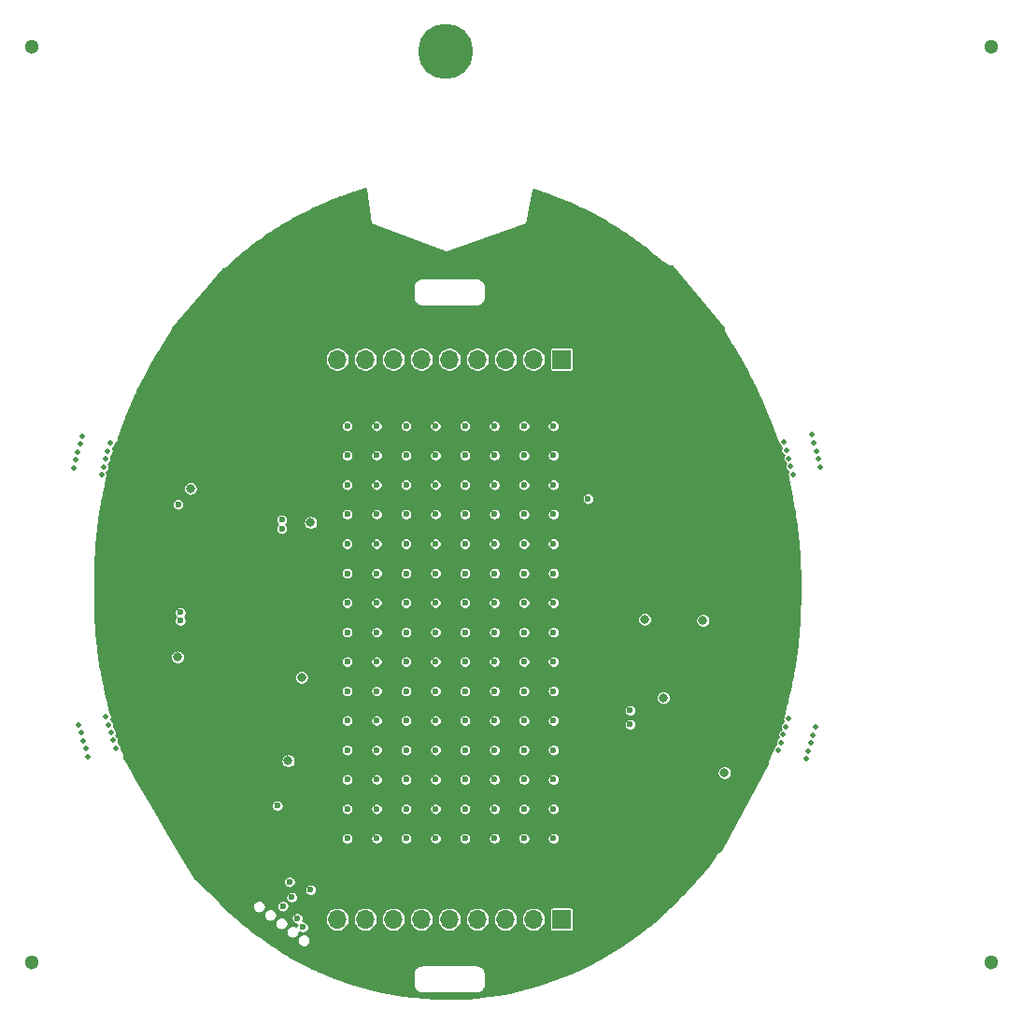
<source format=gbr>
G04 #@! TF.GenerationSoftware,KiCad,Pcbnew,(5.1.12-1-10_14)*
G04 #@! TF.CreationDate,2021-12-30T21:01:29-05:00*
G04 #@! TF.ProjectId,blinky,626c696e-6b79-42e6-9b69-6361645f7063,rev?*
G04 #@! TF.SameCoordinates,Original*
G04 #@! TF.FileFunction,Copper,L3,Inr*
G04 #@! TF.FilePolarity,Positive*
%FSLAX46Y46*%
G04 Gerber Fmt 4.6, Leading zero omitted, Abs format (unit mm)*
G04 Created by KiCad (PCBNEW (5.1.12-1-10_14)) date 2021-12-30 21:01:29*
%MOMM*%
%LPD*%
G01*
G04 APERTURE LIST*
G04 #@! TA.AperFunction,WasherPad*
%ADD10C,0.500000*%
G04 #@! TD*
G04 #@! TA.AperFunction,ComponentPad*
%ADD11C,0.800000*%
G04 #@! TD*
G04 #@! TA.AperFunction,ComponentPad*
%ADD12C,5.000000*%
G04 #@! TD*
G04 #@! TA.AperFunction,WasherPad*
%ADD13C,1.300000*%
G04 #@! TD*
G04 #@! TA.AperFunction,ComponentPad*
%ADD14O,1.700000X1.700000*%
G04 #@! TD*
G04 #@! TA.AperFunction,ComponentPad*
%ADD15R,1.700000X1.700000*%
G04 #@! TD*
G04 #@! TA.AperFunction,ViaPad*
%ADD16C,0.600000*%
G04 #@! TD*
G04 #@! TA.AperFunction,ViaPad*
%ADD17C,0.800000*%
G04 #@! TD*
G04 #@! TA.AperFunction,Conductor*
%ADD18C,0.254000*%
G04 #@! TD*
G04 #@! TA.AperFunction,Conductor*
%ADD19C,0.100000*%
G04 #@! TD*
G04 APERTURE END LIST*
D10*
G04 #@! TO.N,*
G04 #@! TO.C,H1*
X50774234Y-112410887D03*
X51318559Y-110227722D03*
X50955676Y-111683165D03*
X51137117Y-110955444D03*
X50592793Y-113138609D03*
X48070024Y-112509612D03*
X48614348Y-110326447D03*
X48432907Y-111054168D03*
X48795790Y-109598725D03*
X48251465Y-111781890D03*
G04 #@! TD*
G04 #@! TO.N,*
G04 #@! TO.C,H2*
X51627115Y-137183460D03*
X50969279Y-135031775D03*
X51407836Y-136466232D03*
X51188558Y-135749003D03*
X51846394Y-137900689D03*
X49360002Y-138660855D03*
X48702165Y-136509170D03*
X48921444Y-137226398D03*
X48482886Y-135791941D03*
X49140723Y-137943627D03*
G04 #@! TD*
G04 #@! TO.N,*
G04 #@! TO.C,H4*
X114622885Y-138118914D03*
X115280721Y-135967229D03*
X114842164Y-137401686D03*
X115061442Y-136684457D03*
X114403606Y-138836143D03*
X111917214Y-138075976D03*
X112575050Y-135924291D03*
X112355771Y-136641519D03*
X112794329Y-135207062D03*
X112136493Y-137358748D03*
G04 #@! TD*
G04 #@! TO.N,*
G04 #@! TO.C,H3*
X115526457Y-111670331D03*
X114944114Y-109496998D03*
X115332343Y-110945887D03*
X115138229Y-110221443D03*
X115720571Y-112394776D03*
X113209164Y-113067705D03*
X112626821Y-110894372D03*
X112820936Y-111618817D03*
X112432707Y-110169928D03*
X113015050Y-112343261D03*
G04 #@! TD*
D11*
G04 #@! TO.N,GND*
G04 #@! TO.C,H9*
X83075825Y-73424175D03*
X81750000Y-72875000D03*
X80424175Y-73424175D03*
X79875000Y-74750000D03*
X80424175Y-76075825D03*
X81750000Y-76625000D03*
X83075825Y-76075825D03*
X83625000Y-74750000D03*
D12*
X81750000Y-74750000D03*
G04 #@! TD*
D13*
G04 #@! TO.N,*
G04 #@! TO.C,H8*
X44225385Y-157299920D03*
G04 #@! TD*
G04 #@! TO.N,*
G04 #@! TO.C,H7*
X44225385Y-74299920D03*
G04 #@! TD*
G04 #@! TO.N,*
G04 #@! TO.C,H6*
X131225385Y-157299920D03*
G04 #@! TD*
G04 #@! TO.N,*
G04 #@! TO.C,H5*
X131225385Y-74299920D03*
G04 #@! TD*
D14*
G04 #@! TO.N,/CB9*
G04 #@! TO.C,J4*
X71926000Y-153386000D03*
G04 #@! TO.N,/CB8*
X74466000Y-153386000D03*
G04 #@! TO.N,/CB7*
X77006000Y-153386000D03*
G04 #@! TO.N,/CB6*
X79546000Y-153386000D03*
G04 #@! TO.N,/CB5*
X82086000Y-153386000D03*
G04 #@! TO.N,/CB4*
X84626000Y-153386000D03*
G04 #@! TO.N,/CB3*
X87166000Y-153386000D03*
G04 #@! TO.N,/CB2*
X89706000Y-153386000D03*
D15*
G04 #@! TO.N,/CB1*
X92246000Y-153386000D03*
G04 #@! TD*
D14*
G04 #@! TO.N,/CA9*
G04 #@! TO.C,J3*
X71926000Y-102656000D03*
G04 #@! TO.N,/CA8*
X74466000Y-102656000D03*
G04 #@! TO.N,/CA7*
X77006000Y-102656000D03*
G04 #@! TO.N,/CA6*
X79546000Y-102656000D03*
G04 #@! TO.N,/CA5*
X82086000Y-102656000D03*
G04 #@! TO.N,/CA4*
X84626000Y-102656000D03*
G04 #@! TO.N,/CA3*
X87166000Y-102656000D03*
G04 #@! TO.N,/CA2*
X89706000Y-102656000D03*
D15*
G04 #@! TO.N,/CA1*
X92246000Y-102656000D03*
G04 #@! TD*
D16*
G04 #@! TO.N,GND*
X74250000Y-90250000D03*
D17*
G04 #@! TO.N,VBUS*
X68687500Y-131478500D03*
D16*
X69512500Y-150718500D03*
D17*
G04 #@! TO.N,GND*
X103272000Y-133304000D03*
X106272000Y-130104000D03*
X55566108Y-118152479D03*
X101072000Y-97904000D03*
X61272000Y-103904000D03*
X95072000Y-120904000D03*
X69513000Y-114841500D03*
X69390250Y-121259250D03*
X57448000Y-128113000D03*
X66338000Y-137003000D03*
D16*
X105672000Y-108304000D03*
D17*
X98625385Y-142599920D03*
D16*
X63800000Y-152700000D03*
D17*
G04 #@! TO.N,+3V3*
X101472000Y-133304000D03*
X105072000Y-126304000D03*
X67481000Y-139035000D03*
X69513000Y-117445000D03*
X57448000Y-129637000D03*
X107025385Y-140099920D03*
D16*
X68300000Y-153300000D03*
G04 #@! TO.N,/A7*
X57500000Y-115800000D03*
X67600000Y-150000000D03*
G04 #@! TO.N,/SWCLK*
X66900000Y-118000000D03*
X67000000Y-152200000D03*
G04 #@! TO.N,/SWDIO*
X66900000Y-117200000D03*
X67800000Y-151400000D03*
G04 #@! TO.N,/~RESET*
X68800000Y-154100000D03*
X66500000Y-143100000D03*
G04 #@! TO.N,/CA9*
X94659000Y-115286000D03*
G04 #@! TO.N,/CA8*
X72823000Y-108684000D03*
X72823000Y-111354000D03*
X72823000Y-114024000D03*
X72823000Y-116694000D03*
X72823000Y-119364000D03*
X72823000Y-122034000D03*
X72823000Y-124704000D03*
X72823000Y-127374000D03*
G04 #@! TO.N,/CA7*
X75493000Y-108684000D03*
X75493000Y-111354000D03*
X75493000Y-114024000D03*
X75493000Y-116694000D03*
X75493000Y-119364000D03*
X75493000Y-122034000D03*
X75493000Y-124704000D03*
X75493000Y-127374000D03*
G04 #@! TO.N,/CA6*
X78163000Y-108684000D03*
X78163000Y-111354000D03*
X78163000Y-114024000D03*
X78163000Y-116694000D03*
X78163000Y-119364000D03*
X78163000Y-122034000D03*
X78163000Y-124704000D03*
X78163000Y-127374000D03*
G04 #@! TO.N,/CA5*
X80833000Y-108684000D03*
X80833000Y-111354000D03*
X80833000Y-114024000D03*
X80833000Y-116694000D03*
X80833000Y-119364000D03*
X80833000Y-122034000D03*
X80833000Y-124704000D03*
X80833000Y-127374000D03*
G04 #@! TO.N,/CA4*
X83503000Y-108684000D03*
X83503000Y-111354000D03*
X83503000Y-114024000D03*
X83503000Y-116694000D03*
X83503000Y-119364000D03*
X83503000Y-122034000D03*
X83503000Y-124704000D03*
X83503000Y-127374000D03*
G04 #@! TO.N,/CA3*
X86173000Y-108684000D03*
X86173000Y-111354000D03*
X86173000Y-114024000D03*
X86173000Y-116694000D03*
X86173000Y-119364000D03*
X86173000Y-122034000D03*
X86173000Y-124704000D03*
X86173000Y-127374000D03*
G04 #@! TO.N,/CA2*
X88843000Y-108684000D03*
X88843000Y-111354000D03*
X88843000Y-114024000D03*
X88843000Y-116694000D03*
X88843000Y-119364000D03*
X88843000Y-122034000D03*
X88843000Y-124704000D03*
X88843000Y-127374000D03*
G04 #@! TO.N,/CA1*
X91513000Y-108684000D03*
X91513000Y-111354000D03*
X91513000Y-114024000D03*
X91513000Y-116694000D03*
X91513000Y-119364000D03*
X91513000Y-122034000D03*
X91513000Y-124704000D03*
X91513000Y-127374000D03*
G04 #@! TO.N,/CB8*
X72823000Y-130044000D03*
X72823000Y-132714000D03*
X72823000Y-135384000D03*
X72823000Y-138054000D03*
X72823000Y-140724000D03*
X72823000Y-143394000D03*
X72823000Y-146064000D03*
G04 #@! TO.N,/CB7*
X75493000Y-130044000D03*
X75493000Y-132714000D03*
X75493000Y-135384000D03*
X75493000Y-138054000D03*
X75493000Y-140724000D03*
X75493000Y-143394000D03*
X75493000Y-146064000D03*
G04 #@! TO.N,/CB6*
X78163000Y-130044000D03*
X78163000Y-132714000D03*
X78163000Y-135384000D03*
X78163000Y-138054000D03*
X78163000Y-140724000D03*
X78163000Y-143394000D03*
X78163000Y-146064000D03*
G04 #@! TO.N,/CB5*
X80833000Y-130044000D03*
X80833000Y-132714000D03*
X80833000Y-135384000D03*
X80833000Y-138054000D03*
X80833000Y-140724000D03*
X80833000Y-143394000D03*
X80833000Y-146064000D03*
G04 #@! TO.N,/CB4*
X83503000Y-130044000D03*
X83503000Y-132714000D03*
X83503000Y-135384000D03*
X83503000Y-138054000D03*
X83503000Y-140724000D03*
X83503000Y-143394000D03*
X83503000Y-146064000D03*
G04 #@! TO.N,/CB3*
X86173000Y-130044000D03*
X86173000Y-132714000D03*
X86173000Y-135384000D03*
X86173000Y-138054000D03*
X86173000Y-140724000D03*
X86173000Y-143394000D03*
X86173000Y-146064000D03*
G04 #@! TO.N,/CB2*
X88843000Y-130044000D03*
X88843000Y-132714000D03*
X88843000Y-135384000D03*
X88843000Y-138054000D03*
X88843000Y-140724000D03*
X88843000Y-143394000D03*
X88843000Y-146064000D03*
G04 #@! TO.N,/CB1*
X91513000Y-130044000D03*
X91513000Y-132714000D03*
X91513000Y-135384000D03*
X91513000Y-138054000D03*
X91513000Y-140724000D03*
X91513000Y-143394000D03*
X91513000Y-146064000D03*
D17*
G04 #@! TO.N,/A6*
X99772000Y-126204000D03*
X58621992Y-114349239D03*
D16*
G04 #@! TO.N,/SCL*
X98469000Y-135733000D03*
X57702000Y-126335000D03*
G04 #@! TO.N,/SDA*
X98469000Y-134463000D03*
X57702000Y-125573000D03*
G04 #@! TD*
D18*
G04 #@! TO.N,GND*
X74899736Y-90318398D02*
X74905756Y-90342556D01*
X74916372Y-90365075D01*
X74931178Y-90385090D01*
X74949604Y-90401833D01*
X74981562Y-90419119D01*
X81781562Y-92919119D01*
X81805658Y-92925379D01*
X81830513Y-92926816D01*
X81867042Y-92919894D01*
X89067042Y-90419894D01*
X89089648Y-90409461D01*
X89109783Y-90394819D01*
X89126676Y-90376531D01*
X89139675Y-90355298D01*
X89150453Y-90321991D01*
X89690299Y-87262859D01*
X89750878Y-87291415D01*
X89751845Y-87291760D01*
X89752724Y-87292277D01*
X89756656Y-87294066D01*
X89826056Y-87325054D01*
X89826487Y-87325198D01*
X89826885Y-87325423D01*
X89830847Y-87327145D01*
X89907164Y-87359687D01*
X89907234Y-87359709D01*
X89907296Y-87359743D01*
X89911282Y-87361407D01*
X89993605Y-87395115D01*
X89993611Y-87395118D01*
X89993724Y-87395164D01*
X89993967Y-87395263D01*
X89993983Y-87395268D01*
X89997619Y-87396732D01*
X90086121Y-87431662D01*
X90086169Y-87431676D01*
X90089446Y-87432952D01*
X90183215Y-87468717D01*
X90183266Y-87468731D01*
X90186325Y-87469884D01*
X90284811Y-87506242D01*
X90284876Y-87506259D01*
X90287773Y-87507318D01*
X90390425Y-87544030D01*
X90390485Y-87544045D01*
X90393304Y-87545044D01*
X90499572Y-87581871D01*
X90499639Y-87581887D01*
X90502423Y-87582844D01*
X90611757Y-87619545D01*
X90611760Y-87619546D01*
X90946482Y-87732446D01*
X91278888Y-87849225D01*
X91610365Y-87970340D01*
X91940791Y-88095739D01*
X92270105Y-88225392D01*
X92598450Y-88359347D01*
X92925619Y-88497513D01*
X93251634Y-88639898D01*
X93576380Y-88786444D01*
X93899931Y-88937182D01*
X94222052Y-89091995D01*
X94542954Y-89250985D01*
X94862367Y-89414015D01*
X95180337Y-89581104D01*
X95496895Y-89752271D01*
X95811917Y-89927447D01*
X96125315Y-90106583D01*
X96437168Y-90289726D01*
X96747312Y-90476782D01*
X97055669Y-90667701D01*
X97362340Y-90862549D01*
X97667305Y-91061320D01*
X97970398Y-91263910D01*
X98271574Y-91470295D01*
X98570866Y-91680499D01*
X98868210Y-91894487D01*
X99163503Y-92112192D01*
X99456752Y-92333624D01*
X99747932Y-92558775D01*
X100036936Y-92787571D01*
X100323801Y-93020052D01*
X100609174Y-93256766D01*
X100671508Y-93308828D01*
X100671566Y-93308867D01*
X100672602Y-93309737D01*
X100734604Y-93361040D01*
X100734658Y-93361076D01*
X100735711Y-93361952D01*
X100797077Y-93412250D01*
X100797132Y-93412287D01*
X100798195Y-93413162D01*
X100858839Y-93462398D01*
X100858895Y-93462435D01*
X100859975Y-93463316D01*
X100919815Y-93511432D01*
X100919870Y-93511468D01*
X100920973Y-93512359D01*
X100979923Y-93559296D01*
X100979984Y-93559335D01*
X100981118Y-93560242D01*
X101039097Y-93605941D01*
X101039154Y-93605977D01*
X101040321Y-93606901D01*
X101097242Y-93651304D01*
X101097302Y-93651342D01*
X101098513Y-93652290D01*
X101154294Y-93695339D01*
X101154353Y-93695376D01*
X101155618Y-93696355D01*
X101210174Y-93737992D01*
X101210240Y-93738033D01*
X101211563Y-93739045D01*
X101264811Y-93779210D01*
X101264870Y-93779246D01*
X101267041Y-93780876D01*
X101369273Y-93856557D01*
X101369287Y-93856566D01*
X101372613Y-93858995D01*
X101468604Y-93928089D01*
X101468815Y-93928211D01*
X101468999Y-93928373D01*
X101472527Y-93930867D01*
X101561603Y-93992905D01*
X101562253Y-93993269D01*
X101562820Y-93993748D01*
X101566394Y-93996175D01*
X101647883Y-94050689D01*
X101649204Y-94051397D01*
X101650376Y-94052340D01*
X101654007Y-94054682D01*
X101727236Y-94101204D01*
X101729658Y-94102429D01*
X101731831Y-94104068D01*
X101735533Y-94106294D01*
X101799831Y-94144358D01*
X101806264Y-94147361D01*
X101812178Y-94151291D01*
X101816007Y-94153293D01*
X101894240Y-94193504D01*
X101908521Y-94199159D01*
X101922186Y-94206158D01*
X101936516Y-94210245D01*
X101950382Y-94215736D01*
X101965494Y-94218510D01*
X101980254Y-94222720D01*
X101984510Y-94223464D01*
X102067084Y-94237311D01*
X102077206Y-94238005D01*
X102087161Y-94240006D01*
X102107274Y-94240065D01*
X102127326Y-94241439D01*
X102137391Y-94240153D01*
X102147545Y-94240183D01*
X102167284Y-94236334D01*
X102187224Y-94233787D01*
X102196851Y-94230569D01*
X102206813Y-94228627D01*
X102225421Y-94221021D01*
X102227677Y-94220267D01*
X106928729Y-99843093D01*
X106927108Y-99846447D01*
X106926405Y-99849147D01*
X106925239Y-99851675D01*
X106918808Y-99878328D01*
X106911895Y-99904883D01*
X106911730Y-99907664D01*
X106911076Y-99910375D01*
X106909944Y-99937773D01*
X106908320Y-99965161D01*
X106908699Y-99967925D01*
X106908584Y-99970708D01*
X106912796Y-99997804D01*
X106916523Y-100024986D01*
X106917554Y-100029181D01*
X106927326Y-100067780D01*
X106936582Y-100093479D01*
X106945368Y-100119375D01*
X106947176Y-100123298D01*
X106978788Y-100190654D01*
X106980606Y-100193711D01*
X106981872Y-100197034D01*
X106983823Y-100200888D01*
X107015597Y-100262570D01*
X107015837Y-100262942D01*
X107016001Y-100263351D01*
X107018017Y-100267171D01*
X107057812Y-100341336D01*
X107057835Y-100341370D01*
X107059534Y-100344502D01*
X107106890Y-100430343D01*
X107106931Y-100430403D01*
X107108199Y-100432692D01*
X107162654Y-100529404D01*
X107162700Y-100529469D01*
X107163705Y-100531255D01*
X107224799Y-100638033D01*
X107224837Y-100638087D01*
X107225471Y-100639201D01*
X107258363Y-100696112D01*
X107258387Y-100696146D01*
X107258769Y-100696813D01*
X107293148Y-100755939D01*
X107293174Y-100755974D01*
X107293529Y-100756592D01*
X107329337Y-100817831D01*
X107329361Y-100817864D01*
X107329696Y-100818443D01*
X107366876Y-100881695D01*
X107366897Y-100881724D01*
X107367214Y-100882269D01*
X107405707Y-100947434D01*
X107405730Y-100947466D01*
X107406033Y-100947984D01*
X107445783Y-101014960D01*
X107445809Y-101014995D01*
X107446094Y-101015481D01*
X107487042Y-101084168D01*
X107487063Y-101084196D01*
X107487345Y-101084675D01*
X107529435Y-101154970D01*
X107529451Y-101154991D01*
X107529727Y-101155458D01*
X107572901Y-101227264D01*
X107572919Y-101227288D01*
X107573185Y-101227736D01*
X107617383Y-101300949D01*
X107617399Y-101300971D01*
X107617666Y-101301418D01*
X107662833Y-101375938D01*
X107662853Y-101375965D01*
X107663109Y-101376392D01*
X107709186Y-101452121D01*
X107709202Y-101452143D01*
X107709461Y-101452573D01*
X107756391Y-101529408D01*
X107756407Y-101529430D01*
X107756664Y-101529855D01*
X107804389Y-101607695D01*
X107804408Y-101607721D01*
X107804663Y-101608141D01*
X107852812Y-101686373D01*
X107964064Y-101868379D01*
X108075521Y-102053825D01*
X108187449Y-102243106D01*
X108299749Y-102436016D01*
X108412373Y-102632448D01*
X108525119Y-102832015D01*
X108637951Y-103034629D01*
X108750639Y-103239850D01*
X108863205Y-103447697D01*
X108975364Y-103657623D01*
X109087165Y-103869700D01*
X109198520Y-104083752D01*
X109309155Y-104299241D01*
X109418988Y-104515990D01*
X109528008Y-104733975D01*
X109636097Y-104952955D01*
X109743016Y-105172449D01*
X109848800Y-105392526D01*
X109953249Y-105612777D01*
X110056251Y-105832972D01*
X110157705Y-106052902D01*
X110257549Y-106272451D01*
X110355631Y-106491298D01*
X110451823Y-106709185D01*
X110546000Y-106925838D01*
X110638084Y-107141112D01*
X110728045Y-107354969D01*
X110815545Y-107566640D01*
X110900685Y-107776397D01*
X110983308Y-107983908D01*
X111063184Y-108188639D01*
X111140639Y-108391488D01*
X111172839Y-108476742D01*
X111172863Y-108476806D01*
X111204924Y-108561636D01*
X111204930Y-108561648D01*
X111204950Y-108561702D01*
X111236610Y-108645412D01*
X111236638Y-108645488D01*
X111267862Y-108727988D01*
X111267868Y-108728000D01*
X111267888Y-108728054D01*
X111298631Y-108809228D01*
X111298633Y-108809232D01*
X111298656Y-108809294D01*
X111328864Y-108888998D01*
X111328900Y-108889096D01*
X111358541Y-108967246D01*
X111358581Y-108967354D01*
X111387628Y-109043886D01*
X111387632Y-109043894D01*
X111387655Y-109043956D01*
X111416053Y-109118723D01*
X111416059Y-109118735D01*
X111416082Y-109118797D01*
X111443788Y-109191687D01*
X111443792Y-109191696D01*
X111443817Y-109191762D01*
X111470762Y-109262591D01*
X111470821Y-109262748D01*
X111497021Y-109331560D01*
X111497052Y-109331642D01*
X111522434Y-109398251D01*
X111522437Y-109398256D01*
X111522469Y-109398343D01*
X111546993Y-109462639D01*
X111546997Y-109462646D01*
X111547047Y-109462781D01*
X111593350Y-109583998D01*
X111593359Y-109584016D01*
X111593435Y-109584219D01*
X111635801Y-109694873D01*
X111635811Y-109694893D01*
X111635905Y-109695143D01*
X111673997Y-109794359D01*
X111674009Y-109794384D01*
X111674131Y-109794706D01*
X111707616Y-109881608D01*
X111707630Y-109881635D01*
X111707798Y-109882079D01*
X111736340Y-109955794D01*
X111736364Y-109955842D01*
X111736702Y-109956724D01*
X111769511Y-110040655D01*
X111769667Y-110040962D01*
X111769760Y-110041289D01*
X111771370Y-110045298D01*
X111796585Y-110106849D01*
X111801688Y-110116496D01*
X111805549Y-110126707D01*
X111815776Y-110143129D01*
X111824819Y-110160225D01*
X111831698Y-110168697D01*
X111837470Y-110177965D01*
X111850691Y-110192087D01*
X111862883Y-110207101D01*
X111871280Y-110214078D01*
X111878739Y-110222045D01*
X111894450Y-110233329D01*
X111909328Y-110245691D01*
X111910589Y-110246376D01*
X111925959Y-110323648D01*
X111965686Y-110419556D01*
X112023359Y-110505871D01*
X112096764Y-110579276D01*
X112170202Y-110628345D01*
X112170366Y-110628931D01*
X112159800Y-110644744D01*
X112120073Y-110740652D01*
X112099821Y-110842467D01*
X112099821Y-110946277D01*
X112120073Y-111048092D01*
X112159800Y-111144000D01*
X112217473Y-111230315D01*
X112290878Y-111303720D01*
X112364701Y-111353046D01*
X112353915Y-111369189D01*
X112314188Y-111465097D01*
X112293936Y-111566912D01*
X112293936Y-111670722D01*
X112314188Y-111772537D01*
X112353915Y-111868445D01*
X112411588Y-111954760D01*
X112484993Y-112028165D01*
X112558815Y-112077491D01*
X112548029Y-112093633D01*
X112508302Y-112189541D01*
X112488050Y-112291356D01*
X112488050Y-112395166D01*
X112508302Y-112496981D01*
X112548029Y-112592889D01*
X112605702Y-112679204D01*
X112679107Y-112752609D01*
X112752929Y-112801935D01*
X112742143Y-112818077D01*
X112702416Y-112913985D01*
X112682164Y-113015800D01*
X112682164Y-113119610D01*
X112702149Y-113220084D01*
X112706091Y-113272329D01*
X112706864Y-113276579D01*
X112717904Y-113334924D01*
X112717917Y-113334967D01*
X112718046Y-113335668D01*
X112734419Y-113421056D01*
X112734424Y-113421071D01*
X112734457Y-113421252D01*
X112748890Y-113496259D01*
X112748892Y-113496266D01*
X112748909Y-113496357D01*
X112765937Y-113584694D01*
X112765960Y-113584820D01*
X112785424Y-113685668D01*
X112785426Y-113685673D01*
X112785435Y-113685724D01*
X112807145Y-113798099D01*
X112807148Y-113798108D01*
X112807154Y-113798142D01*
X112830929Y-113921116D01*
X112830935Y-113921147D01*
X112843542Y-113986318D01*
X112843545Y-113986334D01*
X112856597Y-114053786D01*
X112856604Y-114053826D01*
X112870083Y-114123463D01*
X112870091Y-114123504D01*
X112883979Y-114195235D01*
X112883982Y-114195250D01*
X112898252Y-114268935D01*
X112898255Y-114268951D01*
X112912874Y-114344415D01*
X112912887Y-114344487D01*
X112927854Y-114421732D01*
X112927856Y-114421742D01*
X112943137Y-114500593D01*
X112943140Y-114500609D01*
X112958714Y-114580951D01*
X112958716Y-114580956D01*
X112958717Y-114580964D01*
X112974561Y-114662680D01*
X112974564Y-114662695D01*
X112990645Y-114745609D01*
X112990658Y-114745681D01*
X113006975Y-114829797D01*
X113006977Y-114829806D01*
X113023496Y-114914950D01*
X113023499Y-114914965D01*
X113040192Y-115000983D01*
X113040201Y-115001029D01*
X113056987Y-115087504D01*
X113108229Y-115354833D01*
X113157308Y-115617852D01*
X113204368Y-115877479D01*
X113249415Y-116133892D01*
X113292522Y-116387639D01*
X113333628Y-116638501D01*
X113372875Y-116887453D01*
X113410224Y-117134397D01*
X113445682Y-117379463D01*
X113479362Y-117623540D01*
X113511214Y-117866373D01*
X113541323Y-118108689D01*
X113569682Y-118350500D01*
X113596354Y-118592416D01*
X113621335Y-118834429D01*
X113644678Y-119077112D01*
X113666406Y-119320713D01*
X113686524Y-119565251D01*
X113705097Y-119811514D01*
X113722142Y-120059671D01*
X113737663Y-120309677D01*
X113751714Y-120562234D01*
X113764319Y-120817633D01*
X113775500Y-121076073D01*
X113785280Y-121337724D01*
X113793702Y-121603382D01*
X113800766Y-121872484D01*
X113806531Y-122146478D01*
X113811001Y-122424698D01*
X113814211Y-122707811D01*
X113816190Y-122996375D01*
X113816962Y-123290223D01*
X113816196Y-123651327D01*
X113813412Y-124007748D01*
X113808589Y-124359202D01*
X113801704Y-124706080D01*
X113792733Y-125048736D01*
X113781661Y-125387068D01*
X113768458Y-125721597D01*
X113753106Y-126052384D01*
X113735593Y-126379482D01*
X113715868Y-126703581D01*
X113693939Y-127024404D01*
X113669779Y-127342255D01*
X113643346Y-127657586D01*
X113614639Y-127970352D01*
X113583629Y-128280829D01*
X113550300Y-128589181D01*
X113514606Y-128895820D01*
X113476548Y-129200744D01*
X113436082Y-129504340D01*
X113393212Y-129806596D01*
X113347893Y-130107885D01*
X113300126Y-130408251D01*
X113249822Y-130708319D01*
X113197045Y-131007758D01*
X113141710Y-131307135D01*
X113083813Y-131606549D01*
X113023347Y-131906108D01*
X112960249Y-132206231D01*
X112894511Y-132507027D01*
X112826133Y-132808603D01*
X112755015Y-133111497D01*
X112681115Y-133415965D01*
X112664921Y-133481820D01*
X112664917Y-133481845D01*
X112664821Y-133482228D01*
X112648752Y-133547958D01*
X112648749Y-133547979D01*
X112648655Y-133548354D01*
X112632814Y-133613524D01*
X112632810Y-133613555D01*
X112632718Y-133613923D01*
X112617126Y-133678441D01*
X112617121Y-133678475D01*
X112616982Y-133679039D01*
X112586626Y-133805751D01*
X112586620Y-133805797D01*
X112586433Y-133806562D01*
X112557316Y-133929565D01*
X112557310Y-133929611D01*
X112557117Y-133930411D01*
X112529403Y-134048971D01*
X112529397Y-134049018D01*
X112529195Y-134049866D01*
X112503046Y-134163250D01*
X112503040Y-134163296D01*
X112502823Y-134164221D01*
X112478401Y-134271696D01*
X112478393Y-134271757D01*
X112478157Y-134272780D01*
X112455625Y-134373612D01*
X112455617Y-134373676D01*
X112455350Y-134374856D01*
X112434870Y-134468311D01*
X112434862Y-134468380D01*
X112434550Y-134469790D01*
X112416284Y-134555136D01*
X112416276Y-134555207D01*
X112415896Y-134556974D01*
X112400008Y-134633476D01*
X112400000Y-134633550D01*
X112399521Y-134635869D01*
X112386172Y-134702794D01*
X112386164Y-134702877D01*
X112386138Y-134702962D01*
X112385325Y-134707205D01*
X112370420Y-134788031D01*
X112369891Y-134794269D01*
X112368404Y-134800351D01*
X112367823Y-134804632D01*
X112357982Y-134881067D01*
X112357260Y-134904874D01*
X112356638Y-134913538D01*
X112327308Y-134957434D01*
X112287581Y-135053342D01*
X112267329Y-135155157D01*
X112267329Y-135258967D01*
X112287581Y-135360782D01*
X112327237Y-135456518D01*
X112325422Y-135457270D01*
X112239107Y-135514943D01*
X112165702Y-135588348D01*
X112108029Y-135674663D01*
X112068302Y-135770571D01*
X112048050Y-135872386D01*
X112048050Y-135976196D01*
X112068302Y-136078011D01*
X112106310Y-136169768D01*
X112103915Y-136175987D01*
X112019828Y-136232171D01*
X111946423Y-136305576D01*
X111888750Y-136391891D01*
X111849023Y-136487799D01*
X111828771Y-136589614D01*
X111828771Y-136693424D01*
X111849023Y-136795239D01*
X111857519Y-136815751D01*
X111807951Y-136944455D01*
X111800550Y-136949400D01*
X111727145Y-137022805D01*
X111669472Y-137109120D01*
X111629745Y-137205028D01*
X111609493Y-137306843D01*
X111609493Y-137410653D01*
X111615933Y-137443028D01*
X111492946Y-137762363D01*
X111450193Y-137826348D01*
X111410466Y-137922256D01*
X111395624Y-137996872D01*
X111390351Y-138003458D01*
X111377351Y-138017495D01*
X111374763Y-138020954D01*
X111334281Y-138075859D01*
X111328004Y-138086388D01*
X111320544Y-138096121D01*
X111318289Y-138099806D01*
X111284226Y-138156345D01*
X111282497Y-138159974D01*
X111280181Y-138163260D01*
X111278074Y-138167032D01*
X111239805Y-138236689D01*
X111239123Y-138238280D01*
X111238161Y-138239721D01*
X111236150Y-138243544D01*
X111205436Y-138302936D01*
X111205213Y-138303496D01*
X111204890Y-138303998D01*
X111202947Y-138307856D01*
X111171093Y-138372239D01*
X111170983Y-138372529D01*
X111170822Y-138372789D01*
X111168941Y-138376678D01*
X111136471Y-138445028D01*
X111136412Y-138445190D01*
X111136321Y-138445343D01*
X111134499Y-138449261D01*
X111101940Y-138520554D01*
X111101892Y-138520693D01*
X111101814Y-138520828D01*
X111100051Y-138524772D01*
X111067928Y-138597985D01*
X111067857Y-138598203D01*
X111067746Y-138598401D01*
X111066044Y-138602371D01*
X111034882Y-138676481D01*
X111034860Y-138676552D01*
X111033895Y-138678856D01*
X111016042Y-138722322D01*
X111016028Y-138722369D01*
X111015668Y-138723236D01*
X110983536Y-138802184D01*
X110983522Y-138802231D01*
X110982268Y-138805349D01*
X110955082Y-138874311D01*
X110954358Y-138876850D01*
X110953192Y-138879226D01*
X110951705Y-138883282D01*
X110920678Y-138969746D01*
X110917469Y-138982485D01*
X110912875Y-138994783D01*
X110911794Y-138998965D01*
X110889778Y-139086729D01*
X110887098Y-139104697D01*
X110883027Y-139122393D01*
X110882656Y-139134482D01*
X110880871Y-139146453D01*
X110881733Y-139164603D01*
X110881176Y-139182749D01*
X110881495Y-139187057D01*
X110887540Y-139261486D01*
X110890246Y-139276461D01*
X106656793Y-147172564D01*
X106652696Y-147171642D01*
X106633915Y-147171173D01*
X106615243Y-147169289D01*
X106603537Y-147170414D01*
X106591769Y-147170120D01*
X106573260Y-147173324D01*
X106554577Y-147175119D01*
X106543312Y-147178507D01*
X106531716Y-147180514D01*
X106514192Y-147187265D01*
X106496213Y-147192672D01*
X106485825Y-147198193D01*
X106474844Y-147202423D01*
X106458974Y-147212463D01*
X106442395Y-147221274D01*
X106433281Y-147228717D01*
X106423339Y-147235007D01*
X106409740Y-147247943D01*
X106395191Y-147259825D01*
X106387702Y-147268907D01*
X106379180Y-147277013D01*
X106368363Y-147292357D01*
X106366132Y-147295063D01*
X106359602Y-147304786D01*
X106344065Y-147326826D01*
X106342635Y-147330049D01*
X106163603Y-147596614D01*
X106058584Y-147748989D01*
X105942331Y-147910316D01*
X105814411Y-148081385D01*
X105675519Y-148261383D01*
X105526378Y-148449491D01*
X105367651Y-148644975D01*
X105200030Y-148847075D01*
X105024322Y-149054909D01*
X104840980Y-149268017D01*
X104650865Y-149485463D01*
X104454393Y-149706825D01*
X104252434Y-149931165D01*
X104045557Y-150157889D01*
X103834406Y-150386320D01*
X103619624Y-150615781D01*
X103401985Y-150845458D01*
X103181796Y-151075026D01*
X102960146Y-151303348D01*
X102737407Y-151530028D01*
X102514272Y-151754343D01*
X102291446Y-151975557D01*
X102069553Y-152193016D01*
X101849242Y-152406045D01*
X101631179Y-152613948D01*
X101416037Y-152816028D01*
X101204311Y-153011754D01*
X100997007Y-153200123D01*
X100794496Y-153380720D01*
X100597510Y-153552799D01*
X100406896Y-153715524D01*
X100223292Y-153868250D01*
X100048317Y-154009542D01*
X99218812Y-154647037D01*
X98377410Y-155251610D01*
X97523775Y-155823936D01*
X96658571Y-156363923D01*
X95782425Y-156871503D01*
X94895944Y-157346620D01*
X93999779Y-157789188D01*
X93094567Y-158199130D01*
X92180921Y-158576377D01*
X91259558Y-158920822D01*
X90331017Y-159232423D01*
X89395944Y-159511096D01*
X88454954Y-159756765D01*
X87508754Y-159969330D01*
X86557889Y-160148732D01*
X85603068Y-160294875D01*
X84644818Y-160407690D01*
X83683872Y-160487084D01*
X82720802Y-160532979D01*
X81756202Y-160545288D01*
X80790782Y-160523926D01*
X79825106Y-160468803D01*
X78859825Y-160379833D01*
X77895562Y-160256926D01*
X76932931Y-160099990D01*
X75972564Y-159908931D01*
X75015119Y-159683666D01*
X74061157Y-159424082D01*
X73111348Y-159130095D01*
X72166354Y-158801620D01*
X71226751Y-158438541D01*
X70876178Y-158289168D01*
X78770000Y-158289168D01*
X78770001Y-159318833D01*
X78771276Y-159331774D01*
X78771254Y-159334861D01*
X78771666Y-159339058D01*
X78781866Y-159436107D01*
X78787373Y-159462933D01*
X78792499Y-159489806D01*
X78793718Y-159493843D01*
X78822574Y-159587062D01*
X78833167Y-159612260D01*
X78843435Y-159637675D01*
X78845415Y-159641398D01*
X78891828Y-159727235D01*
X78907113Y-159749897D01*
X78922121Y-159772831D01*
X78924786Y-159776099D01*
X78986988Y-159851287D01*
X79006367Y-159870530D01*
X79025559Y-159890129D01*
X79028808Y-159892817D01*
X79104429Y-159954493D01*
X79127200Y-159969622D01*
X79149815Y-159985107D01*
X79153525Y-159987112D01*
X79239686Y-160032924D01*
X79264996Y-160043356D01*
X79290148Y-160054136D01*
X79294176Y-160055383D01*
X79387594Y-160083588D01*
X79414422Y-160088900D01*
X79441220Y-160094596D01*
X79445414Y-160095037D01*
X79542532Y-160104559D01*
X79542536Y-160104559D01*
X79557167Y-160106000D01*
X84586833Y-160106000D01*
X84599783Y-160104724D01*
X84602861Y-160104746D01*
X84607058Y-160104334D01*
X84704107Y-160094134D01*
X84730933Y-160088627D01*
X84757806Y-160083501D01*
X84761843Y-160082282D01*
X84855062Y-160053426D01*
X84880260Y-160042833D01*
X84905675Y-160032565D01*
X84909398Y-160030585D01*
X84995235Y-159984172D01*
X85017897Y-159968887D01*
X85040831Y-159953879D01*
X85044099Y-159951214D01*
X85119287Y-159889012D01*
X85138530Y-159869633D01*
X85158129Y-159850441D01*
X85160817Y-159847192D01*
X85222493Y-159771571D01*
X85237622Y-159748800D01*
X85253107Y-159726185D01*
X85255112Y-159722475D01*
X85300924Y-159636314D01*
X85311356Y-159611004D01*
X85322136Y-159585852D01*
X85323383Y-159581824D01*
X85351588Y-159488406D01*
X85356900Y-159461578D01*
X85362596Y-159434780D01*
X85363037Y-159430586D01*
X85372559Y-159333468D01*
X85372559Y-159333464D01*
X85374000Y-159318833D01*
X85374000Y-158289167D01*
X85372724Y-158276217D01*
X85372746Y-158273139D01*
X85372334Y-158268942D01*
X85362134Y-158171894D01*
X85356629Y-158145075D01*
X85351501Y-158118194D01*
X85350282Y-158114157D01*
X85321426Y-158020938D01*
X85310822Y-157995711D01*
X85300565Y-157970325D01*
X85298585Y-157966602D01*
X85252172Y-157880764D01*
X85236885Y-157858100D01*
X85221879Y-157835169D01*
X85219214Y-157831901D01*
X85157012Y-157756712D01*
X85137614Y-157737450D01*
X85118441Y-157717871D01*
X85115192Y-157715183D01*
X85039571Y-157653507D01*
X85016800Y-157638378D01*
X84994185Y-157622893D01*
X84990475Y-157620888D01*
X84904314Y-157575076D01*
X84879004Y-157564644D01*
X84853852Y-157553864D01*
X84849824Y-157552617D01*
X84756406Y-157524412D01*
X84729584Y-157519101D01*
X84702780Y-157513404D01*
X84698586Y-157512963D01*
X84601469Y-157503441D01*
X84601464Y-157503441D01*
X84586833Y-157502000D01*
X79557167Y-157502000D01*
X79544217Y-157503276D01*
X79541139Y-157503254D01*
X79536942Y-157503666D01*
X79439894Y-157513866D01*
X79413075Y-157519371D01*
X79386194Y-157524499D01*
X79382157Y-157525718D01*
X79288938Y-157554574D01*
X79263711Y-157565178D01*
X79238325Y-157575435D01*
X79234602Y-157577415D01*
X79148764Y-157623828D01*
X79126100Y-157639115D01*
X79103169Y-157654121D01*
X79099901Y-157656786D01*
X79024712Y-157718988D01*
X79005450Y-157738386D01*
X78985871Y-157757559D01*
X78983183Y-157760808D01*
X78921507Y-157836429D01*
X78906378Y-157859200D01*
X78890893Y-157881815D01*
X78888888Y-157885525D01*
X78843076Y-157971686D01*
X78832644Y-157996996D01*
X78821864Y-158022148D01*
X78820617Y-158026176D01*
X78792412Y-158119594D01*
X78787101Y-158146416D01*
X78781404Y-158173220D01*
X78780963Y-158177414D01*
X78771441Y-158274531D01*
X78771441Y-158274537D01*
X78770000Y-158289168D01*
X70876178Y-158289168D01*
X70288355Y-158038708D01*
X70286540Y-158038137D01*
X70284860Y-158037244D01*
X70280854Y-158035628D01*
X69976972Y-157915458D01*
X69668994Y-157783292D01*
X69353447Y-157638177D01*
X69031153Y-157480862D01*
X68703343Y-157312312D01*
X68370902Y-157133333D01*
X68034749Y-156944756D01*
X67695890Y-156747468D01*
X67355363Y-156542385D01*
X67013983Y-156330294D01*
X66672684Y-156112058D01*
X66332490Y-155888599D01*
X65994240Y-155660724D01*
X65658831Y-155429281D01*
X65327230Y-155195160D01*
X65000396Y-154959259D01*
X64679158Y-154722378D01*
X64364395Y-154485352D01*
X64345873Y-154471112D01*
X67247214Y-154471112D01*
X67247214Y-154594620D01*
X67271309Y-154715755D01*
X67318574Y-154829862D01*
X67387191Y-154932555D01*
X67474525Y-155019889D01*
X67577218Y-155088506D01*
X67691325Y-155135771D01*
X67812460Y-155159866D01*
X67935968Y-155159866D01*
X68057103Y-155135771D01*
X68171210Y-155088506D01*
X68273903Y-155019889D01*
X68361237Y-154932555D01*
X68429854Y-154829862D01*
X68477119Y-154715755D01*
X68501214Y-154594620D01*
X68501214Y-154594310D01*
X68526688Y-154611331D01*
X68631695Y-154654826D01*
X68743170Y-154677000D01*
X68792400Y-154677000D01*
X68705592Y-154694267D01*
X68591485Y-154741532D01*
X68488792Y-154810149D01*
X68401458Y-154897483D01*
X68332841Y-155000176D01*
X68285576Y-155114283D01*
X68261481Y-155235418D01*
X68261481Y-155358926D01*
X68285576Y-155480061D01*
X68332841Y-155594168D01*
X68401458Y-155696861D01*
X68488792Y-155784195D01*
X68591485Y-155852812D01*
X68705592Y-155900077D01*
X68826727Y-155924172D01*
X68950235Y-155924172D01*
X69071370Y-155900077D01*
X69185477Y-155852812D01*
X69288170Y-155784195D01*
X69375504Y-155696861D01*
X69444121Y-155594168D01*
X69491386Y-155480061D01*
X69515481Y-155358926D01*
X69515481Y-155235418D01*
X69491386Y-155114283D01*
X69444121Y-155000176D01*
X69375504Y-154897483D01*
X69288170Y-154810149D01*
X69185477Y-154741532D01*
X69071370Y-154694267D01*
X68950235Y-154670172D01*
X68891156Y-154670172D01*
X68968305Y-154654826D01*
X69073312Y-154611331D01*
X69167816Y-154548185D01*
X69248185Y-154467816D01*
X69311331Y-154373312D01*
X69354826Y-154268305D01*
X69377000Y-154156830D01*
X69377000Y-154043170D01*
X69354826Y-153931695D01*
X69311331Y-153826688D01*
X69248185Y-153732184D01*
X69167816Y-153651815D01*
X69073312Y-153588669D01*
X68968305Y-153545174D01*
X68856830Y-153523000D01*
X68832171Y-153523000D01*
X68854826Y-153468305D01*
X68877000Y-153356830D01*
X68877000Y-153275000D01*
X70799000Y-153275000D01*
X70799000Y-153497000D01*
X70842310Y-153714734D01*
X70927266Y-153919835D01*
X71050602Y-154104421D01*
X71207579Y-154261398D01*
X71392165Y-154384734D01*
X71597266Y-154469690D01*
X71815000Y-154513000D01*
X72037000Y-154513000D01*
X72254734Y-154469690D01*
X72459835Y-154384734D01*
X72644421Y-154261398D01*
X72801398Y-154104421D01*
X72924734Y-153919835D01*
X73009690Y-153714734D01*
X73053000Y-153497000D01*
X73053000Y-153275000D01*
X73339000Y-153275000D01*
X73339000Y-153497000D01*
X73382310Y-153714734D01*
X73467266Y-153919835D01*
X73590602Y-154104421D01*
X73747579Y-154261398D01*
X73932165Y-154384734D01*
X74137266Y-154469690D01*
X74355000Y-154513000D01*
X74577000Y-154513000D01*
X74794734Y-154469690D01*
X74999835Y-154384734D01*
X75184421Y-154261398D01*
X75341398Y-154104421D01*
X75464734Y-153919835D01*
X75549690Y-153714734D01*
X75593000Y-153497000D01*
X75593000Y-153275000D01*
X75879000Y-153275000D01*
X75879000Y-153497000D01*
X75922310Y-153714734D01*
X76007266Y-153919835D01*
X76130602Y-154104421D01*
X76287579Y-154261398D01*
X76472165Y-154384734D01*
X76677266Y-154469690D01*
X76895000Y-154513000D01*
X77117000Y-154513000D01*
X77334734Y-154469690D01*
X77539835Y-154384734D01*
X77724421Y-154261398D01*
X77881398Y-154104421D01*
X78004734Y-153919835D01*
X78089690Y-153714734D01*
X78133000Y-153497000D01*
X78133000Y-153275000D01*
X78419000Y-153275000D01*
X78419000Y-153497000D01*
X78462310Y-153714734D01*
X78547266Y-153919835D01*
X78670602Y-154104421D01*
X78827579Y-154261398D01*
X79012165Y-154384734D01*
X79217266Y-154469690D01*
X79435000Y-154513000D01*
X79657000Y-154513000D01*
X79874734Y-154469690D01*
X80079835Y-154384734D01*
X80264421Y-154261398D01*
X80421398Y-154104421D01*
X80544734Y-153919835D01*
X80629690Y-153714734D01*
X80673000Y-153497000D01*
X80673000Y-153275000D01*
X80959000Y-153275000D01*
X80959000Y-153497000D01*
X81002310Y-153714734D01*
X81087266Y-153919835D01*
X81210602Y-154104421D01*
X81367579Y-154261398D01*
X81552165Y-154384734D01*
X81757266Y-154469690D01*
X81975000Y-154513000D01*
X82197000Y-154513000D01*
X82414734Y-154469690D01*
X82619835Y-154384734D01*
X82804421Y-154261398D01*
X82961398Y-154104421D01*
X83084734Y-153919835D01*
X83169690Y-153714734D01*
X83213000Y-153497000D01*
X83213000Y-153275000D01*
X83499000Y-153275000D01*
X83499000Y-153497000D01*
X83542310Y-153714734D01*
X83627266Y-153919835D01*
X83750602Y-154104421D01*
X83907579Y-154261398D01*
X84092165Y-154384734D01*
X84297266Y-154469690D01*
X84515000Y-154513000D01*
X84737000Y-154513000D01*
X84954734Y-154469690D01*
X85159835Y-154384734D01*
X85344421Y-154261398D01*
X85501398Y-154104421D01*
X85624734Y-153919835D01*
X85709690Y-153714734D01*
X85753000Y-153497000D01*
X85753000Y-153275000D01*
X86039000Y-153275000D01*
X86039000Y-153497000D01*
X86082310Y-153714734D01*
X86167266Y-153919835D01*
X86290602Y-154104421D01*
X86447579Y-154261398D01*
X86632165Y-154384734D01*
X86837266Y-154469690D01*
X87055000Y-154513000D01*
X87277000Y-154513000D01*
X87494734Y-154469690D01*
X87699835Y-154384734D01*
X87884421Y-154261398D01*
X88041398Y-154104421D01*
X88164734Y-153919835D01*
X88249690Y-153714734D01*
X88293000Y-153497000D01*
X88293000Y-153275000D01*
X88579000Y-153275000D01*
X88579000Y-153497000D01*
X88622310Y-153714734D01*
X88707266Y-153919835D01*
X88830602Y-154104421D01*
X88987579Y-154261398D01*
X89172165Y-154384734D01*
X89377266Y-154469690D01*
X89595000Y-154513000D01*
X89817000Y-154513000D01*
X90034734Y-154469690D01*
X90239835Y-154384734D01*
X90424421Y-154261398D01*
X90581398Y-154104421D01*
X90704734Y-153919835D01*
X90789690Y-153714734D01*
X90833000Y-153497000D01*
X90833000Y-153275000D01*
X90789690Y-153057266D01*
X90704734Y-152852165D01*
X90581398Y-152667579D01*
X90449819Y-152536000D01*
X91117660Y-152536000D01*
X91117660Y-154236000D01*
X91123008Y-154290301D01*
X91138847Y-154342516D01*
X91164569Y-154390637D01*
X91199184Y-154432816D01*
X91241363Y-154467431D01*
X91289484Y-154493153D01*
X91341699Y-154508992D01*
X91396000Y-154514340D01*
X93096000Y-154514340D01*
X93150301Y-154508992D01*
X93202516Y-154493153D01*
X93250637Y-154467431D01*
X93292816Y-154432816D01*
X93327431Y-154390637D01*
X93353153Y-154342516D01*
X93368992Y-154290301D01*
X93374340Y-154236000D01*
X93374340Y-152536000D01*
X93368992Y-152481699D01*
X93353153Y-152429484D01*
X93327431Y-152381363D01*
X93292816Y-152339184D01*
X93250637Y-152304569D01*
X93202516Y-152278847D01*
X93150301Y-152263008D01*
X93096000Y-152257660D01*
X91396000Y-152257660D01*
X91341699Y-152263008D01*
X91289484Y-152278847D01*
X91241363Y-152304569D01*
X91199184Y-152339184D01*
X91164569Y-152381363D01*
X91138847Y-152429484D01*
X91123008Y-152481699D01*
X91117660Y-152536000D01*
X90449819Y-152536000D01*
X90424421Y-152510602D01*
X90239835Y-152387266D01*
X90034734Y-152302310D01*
X89817000Y-152259000D01*
X89595000Y-152259000D01*
X89377266Y-152302310D01*
X89172165Y-152387266D01*
X88987579Y-152510602D01*
X88830602Y-152667579D01*
X88707266Y-152852165D01*
X88622310Y-153057266D01*
X88579000Y-153275000D01*
X88293000Y-153275000D01*
X88249690Y-153057266D01*
X88164734Y-152852165D01*
X88041398Y-152667579D01*
X87884421Y-152510602D01*
X87699835Y-152387266D01*
X87494734Y-152302310D01*
X87277000Y-152259000D01*
X87055000Y-152259000D01*
X86837266Y-152302310D01*
X86632165Y-152387266D01*
X86447579Y-152510602D01*
X86290602Y-152667579D01*
X86167266Y-152852165D01*
X86082310Y-153057266D01*
X86039000Y-153275000D01*
X85753000Y-153275000D01*
X85709690Y-153057266D01*
X85624734Y-152852165D01*
X85501398Y-152667579D01*
X85344421Y-152510602D01*
X85159835Y-152387266D01*
X84954734Y-152302310D01*
X84737000Y-152259000D01*
X84515000Y-152259000D01*
X84297266Y-152302310D01*
X84092165Y-152387266D01*
X83907579Y-152510602D01*
X83750602Y-152667579D01*
X83627266Y-152852165D01*
X83542310Y-153057266D01*
X83499000Y-153275000D01*
X83213000Y-153275000D01*
X83169690Y-153057266D01*
X83084734Y-152852165D01*
X82961398Y-152667579D01*
X82804421Y-152510602D01*
X82619835Y-152387266D01*
X82414734Y-152302310D01*
X82197000Y-152259000D01*
X81975000Y-152259000D01*
X81757266Y-152302310D01*
X81552165Y-152387266D01*
X81367579Y-152510602D01*
X81210602Y-152667579D01*
X81087266Y-152852165D01*
X81002310Y-153057266D01*
X80959000Y-153275000D01*
X80673000Y-153275000D01*
X80629690Y-153057266D01*
X80544734Y-152852165D01*
X80421398Y-152667579D01*
X80264421Y-152510602D01*
X80079835Y-152387266D01*
X79874734Y-152302310D01*
X79657000Y-152259000D01*
X79435000Y-152259000D01*
X79217266Y-152302310D01*
X79012165Y-152387266D01*
X78827579Y-152510602D01*
X78670602Y-152667579D01*
X78547266Y-152852165D01*
X78462310Y-153057266D01*
X78419000Y-153275000D01*
X78133000Y-153275000D01*
X78089690Y-153057266D01*
X78004734Y-152852165D01*
X77881398Y-152667579D01*
X77724421Y-152510602D01*
X77539835Y-152387266D01*
X77334734Y-152302310D01*
X77117000Y-152259000D01*
X76895000Y-152259000D01*
X76677266Y-152302310D01*
X76472165Y-152387266D01*
X76287579Y-152510602D01*
X76130602Y-152667579D01*
X76007266Y-152852165D01*
X75922310Y-153057266D01*
X75879000Y-153275000D01*
X75593000Y-153275000D01*
X75549690Y-153057266D01*
X75464734Y-152852165D01*
X75341398Y-152667579D01*
X75184421Y-152510602D01*
X74999835Y-152387266D01*
X74794734Y-152302310D01*
X74577000Y-152259000D01*
X74355000Y-152259000D01*
X74137266Y-152302310D01*
X73932165Y-152387266D01*
X73747579Y-152510602D01*
X73590602Y-152667579D01*
X73467266Y-152852165D01*
X73382310Y-153057266D01*
X73339000Y-153275000D01*
X73053000Y-153275000D01*
X73009690Y-153057266D01*
X72924734Y-152852165D01*
X72801398Y-152667579D01*
X72644421Y-152510602D01*
X72459835Y-152387266D01*
X72254734Y-152302310D01*
X72037000Y-152259000D01*
X71815000Y-152259000D01*
X71597266Y-152302310D01*
X71392165Y-152387266D01*
X71207579Y-152510602D01*
X71050602Y-152667579D01*
X70927266Y-152852165D01*
X70842310Y-153057266D01*
X70799000Y-153275000D01*
X68877000Y-153275000D01*
X68877000Y-153243170D01*
X68854826Y-153131695D01*
X68811331Y-153026688D01*
X68748185Y-152932184D01*
X68667816Y-152851815D01*
X68573312Y-152788669D01*
X68468305Y-152745174D01*
X68356830Y-152723000D01*
X68243170Y-152723000D01*
X68131695Y-152745174D01*
X68026688Y-152788669D01*
X67932184Y-152851815D01*
X67851815Y-152932184D01*
X67788669Y-153026688D01*
X67745174Y-153131695D01*
X67723000Y-153243170D01*
X67723000Y-153356830D01*
X67745174Y-153468305D01*
X67788669Y-153573312D01*
X67851815Y-153667816D01*
X67932184Y-153748185D01*
X68026688Y-153811331D01*
X68131695Y-153854826D01*
X68243170Y-153877000D01*
X68267829Y-153877000D01*
X68245174Y-153931695D01*
X68228502Y-154015507D01*
X68171210Y-153977226D01*
X68057103Y-153929961D01*
X67935968Y-153905866D01*
X67812460Y-153905866D01*
X67691325Y-153929961D01*
X67577218Y-153977226D01*
X67474525Y-154045843D01*
X67387191Y-154133177D01*
X67318574Y-154235870D01*
X67271309Y-154349977D01*
X67247214Y-154471112D01*
X64345873Y-154471112D01*
X64057040Y-154249061D01*
X63758140Y-154014474D01*
X63468560Y-153782424D01*
X63376175Y-153706807D01*
X66232947Y-153706807D01*
X66232947Y-153830315D01*
X66257042Y-153951450D01*
X66304307Y-154065557D01*
X66372924Y-154168250D01*
X66460258Y-154255584D01*
X66562951Y-154324201D01*
X66677058Y-154371466D01*
X66798193Y-154395561D01*
X66921701Y-154395561D01*
X67042836Y-154371466D01*
X67156943Y-154324201D01*
X67259636Y-154255584D01*
X67346970Y-154168250D01*
X67415587Y-154065557D01*
X67462852Y-153951450D01*
X67486947Y-153830315D01*
X67486947Y-153706807D01*
X67462852Y-153585672D01*
X67415587Y-153471565D01*
X67346970Y-153368872D01*
X67259636Y-153281538D01*
X67156943Y-153212921D01*
X67042836Y-153165656D01*
X66921701Y-153141561D01*
X66798193Y-153141561D01*
X66677058Y-153165656D01*
X66562951Y-153212921D01*
X66460258Y-153281538D01*
X66372924Y-153368872D01*
X66304307Y-153471565D01*
X66257042Y-153585672D01*
X66232947Y-153706807D01*
X63376175Y-153706807D01*
X63188963Y-153553575D01*
X62920631Y-153329101D01*
X62664288Y-153109721D01*
X62473541Y-152942502D01*
X65218680Y-152942502D01*
X65218680Y-153066010D01*
X65242775Y-153187145D01*
X65290040Y-153301252D01*
X65358657Y-153403945D01*
X65445991Y-153491279D01*
X65548684Y-153559896D01*
X65662791Y-153607161D01*
X65783926Y-153631256D01*
X65907434Y-153631256D01*
X66028569Y-153607161D01*
X66142676Y-153559896D01*
X66245369Y-153491279D01*
X66332703Y-153403945D01*
X66401320Y-153301252D01*
X66448585Y-153187145D01*
X66472680Y-153066010D01*
X66472680Y-152942502D01*
X66448585Y-152821367D01*
X66401320Y-152707260D01*
X66332703Y-152604567D01*
X66245369Y-152517233D01*
X66142676Y-152448616D01*
X66028569Y-152401351D01*
X65907434Y-152377256D01*
X65783926Y-152377256D01*
X65662791Y-152401351D01*
X65548684Y-152448616D01*
X65445991Y-152517233D01*
X65358657Y-152604567D01*
X65290040Y-152707260D01*
X65242775Y-152821367D01*
X65218680Y-152942502D01*
X62473541Y-152942502D01*
X62420885Y-152896341D01*
X62191361Y-152689867D01*
X61976775Y-152491319D01*
X61777955Y-152301520D01*
X61653265Y-152178197D01*
X64204412Y-152178197D01*
X64204412Y-152301705D01*
X64228507Y-152422840D01*
X64275772Y-152536947D01*
X64344389Y-152639640D01*
X64431723Y-152726974D01*
X64534416Y-152795591D01*
X64648523Y-152842856D01*
X64769658Y-152866951D01*
X64893166Y-152866951D01*
X65014301Y-152842856D01*
X65128408Y-152795591D01*
X65231101Y-152726974D01*
X65318435Y-152639640D01*
X65387052Y-152536947D01*
X65434317Y-152422840D01*
X65458412Y-152301705D01*
X65458412Y-152178197D01*
X65451445Y-152143170D01*
X66423000Y-152143170D01*
X66423000Y-152256830D01*
X66445174Y-152368305D01*
X66488669Y-152473312D01*
X66551815Y-152567816D01*
X66632184Y-152648185D01*
X66726688Y-152711331D01*
X66831695Y-152754826D01*
X66943170Y-152777000D01*
X67056830Y-152777000D01*
X67168305Y-152754826D01*
X67273312Y-152711331D01*
X67367816Y-152648185D01*
X67448185Y-152567816D01*
X67511331Y-152473312D01*
X67554826Y-152368305D01*
X67577000Y-152256830D01*
X67577000Y-152143170D01*
X67554826Y-152031695D01*
X67511331Y-151926688D01*
X67480406Y-151880406D01*
X67526688Y-151911331D01*
X67631695Y-151954826D01*
X67743170Y-151977000D01*
X67856830Y-151977000D01*
X67968305Y-151954826D01*
X68073312Y-151911331D01*
X68167816Y-151848185D01*
X68248185Y-151767816D01*
X68311331Y-151673312D01*
X68354826Y-151568305D01*
X68377000Y-151456830D01*
X68377000Y-151343170D01*
X68354826Y-151231695D01*
X68311331Y-151126688D01*
X68248185Y-151032184D01*
X68167816Y-150951815D01*
X68073312Y-150888669D01*
X67968305Y-150845174D01*
X67856830Y-150823000D01*
X67743170Y-150823000D01*
X67631695Y-150845174D01*
X67526688Y-150888669D01*
X67432184Y-150951815D01*
X67351815Y-151032184D01*
X67288669Y-151126688D01*
X67245174Y-151231695D01*
X67223000Y-151343170D01*
X67223000Y-151456830D01*
X67245174Y-151568305D01*
X67288669Y-151673312D01*
X67319594Y-151719594D01*
X67273312Y-151688669D01*
X67168305Y-151645174D01*
X67056830Y-151623000D01*
X66943170Y-151623000D01*
X66831695Y-151645174D01*
X66726688Y-151688669D01*
X66632184Y-151751815D01*
X66551815Y-151832184D01*
X66488669Y-151926688D01*
X66445174Y-152031695D01*
X66423000Y-152143170D01*
X65451445Y-152143170D01*
X65434317Y-152057062D01*
X65387052Y-151942955D01*
X65318435Y-151840262D01*
X65231101Y-151752928D01*
X65128408Y-151684311D01*
X65014301Y-151637046D01*
X64893166Y-151612951D01*
X64769658Y-151612951D01*
X64648523Y-151637046D01*
X64534416Y-151684311D01*
X64431723Y-151752928D01*
X64344389Y-151840262D01*
X64275772Y-151942955D01*
X64228507Y-152057062D01*
X64204412Y-152178197D01*
X61653265Y-152178197D01*
X61595992Y-152121552D01*
X61431937Y-151952497D01*
X61286841Y-151795487D01*
X61160449Y-151650239D01*
X61153034Y-151641312D01*
X60161785Y-150661670D01*
X68935500Y-150661670D01*
X68935500Y-150775330D01*
X68957674Y-150886805D01*
X69001169Y-150991812D01*
X69064315Y-151086316D01*
X69144684Y-151166685D01*
X69239188Y-151229831D01*
X69344195Y-151273326D01*
X69455670Y-151295500D01*
X69569330Y-151295500D01*
X69680805Y-151273326D01*
X69785812Y-151229831D01*
X69880316Y-151166685D01*
X69960685Y-151086316D01*
X70023831Y-150991812D01*
X70067326Y-150886805D01*
X70089500Y-150775330D01*
X70089500Y-150661670D01*
X70067326Y-150550195D01*
X70023831Y-150445188D01*
X69960685Y-150350684D01*
X69880316Y-150270315D01*
X69785812Y-150207169D01*
X69680805Y-150163674D01*
X69569330Y-150141500D01*
X69455670Y-150141500D01*
X69344195Y-150163674D01*
X69239188Y-150207169D01*
X69144684Y-150270315D01*
X69064315Y-150350684D01*
X69001169Y-150445188D01*
X68957674Y-150550195D01*
X68935500Y-150661670D01*
X60161785Y-150661670D01*
X59434771Y-149943170D01*
X67023000Y-149943170D01*
X67023000Y-150056830D01*
X67045174Y-150168305D01*
X67088669Y-150273312D01*
X67151815Y-150367816D01*
X67232184Y-150448185D01*
X67326688Y-150511331D01*
X67431695Y-150554826D01*
X67543170Y-150577000D01*
X67656830Y-150577000D01*
X67768305Y-150554826D01*
X67873312Y-150511331D01*
X67967816Y-150448185D01*
X68048185Y-150367816D01*
X68111331Y-150273312D01*
X68154826Y-150168305D01*
X68177000Y-150056830D01*
X68177000Y-149943170D01*
X68154826Y-149831695D01*
X68111331Y-149726688D01*
X68048185Y-149632184D01*
X67967816Y-149551815D01*
X67873312Y-149488669D01*
X67768305Y-149445174D01*
X67656830Y-149423000D01*
X67543170Y-149423000D01*
X67431695Y-149445174D01*
X67326688Y-149488669D01*
X67232184Y-149551815D01*
X67151815Y-149632184D01*
X67088669Y-149726688D01*
X67045174Y-149831695D01*
X67023000Y-149943170D01*
X59434771Y-149943170D01*
X59305735Y-149815646D01*
X59295869Y-149803791D01*
X59272188Y-149784627D01*
X59248745Y-149765618D01*
X59248611Y-149765548D01*
X59248492Y-149765451D01*
X59221273Y-149751142D01*
X59194827Y-149737206D01*
X59194684Y-149737164D01*
X59194546Y-149737091D01*
X59164673Y-149728252D01*
X59136401Y-149719858D01*
X59136254Y-149719844D01*
X59136104Y-149719800D01*
X59105571Y-149717004D01*
X59075715Y-149714241D01*
X59075563Y-149714257D01*
X59075411Y-149714243D01*
X59049056Y-149717021D01*
X56884977Y-146007170D01*
X72246000Y-146007170D01*
X72246000Y-146120830D01*
X72268174Y-146232305D01*
X72311669Y-146337312D01*
X72374815Y-146431816D01*
X72455184Y-146512185D01*
X72549688Y-146575331D01*
X72654695Y-146618826D01*
X72766170Y-146641000D01*
X72879830Y-146641000D01*
X72991305Y-146618826D01*
X73096312Y-146575331D01*
X73190816Y-146512185D01*
X73271185Y-146431816D01*
X73334331Y-146337312D01*
X73377826Y-146232305D01*
X73400000Y-146120830D01*
X73400000Y-146007170D01*
X74916000Y-146007170D01*
X74916000Y-146120830D01*
X74938174Y-146232305D01*
X74981669Y-146337312D01*
X75044815Y-146431816D01*
X75125184Y-146512185D01*
X75219688Y-146575331D01*
X75324695Y-146618826D01*
X75436170Y-146641000D01*
X75549830Y-146641000D01*
X75661305Y-146618826D01*
X75766312Y-146575331D01*
X75860816Y-146512185D01*
X75941185Y-146431816D01*
X76004331Y-146337312D01*
X76047826Y-146232305D01*
X76070000Y-146120830D01*
X76070000Y-146007170D01*
X77586000Y-146007170D01*
X77586000Y-146120830D01*
X77608174Y-146232305D01*
X77651669Y-146337312D01*
X77714815Y-146431816D01*
X77795184Y-146512185D01*
X77889688Y-146575331D01*
X77994695Y-146618826D01*
X78106170Y-146641000D01*
X78219830Y-146641000D01*
X78331305Y-146618826D01*
X78436312Y-146575331D01*
X78530816Y-146512185D01*
X78611185Y-146431816D01*
X78674331Y-146337312D01*
X78717826Y-146232305D01*
X78740000Y-146120830D01*
X78740000Y-146007170D01*
X80256000Y-146007170D01*
X80256000Y-146120830D01*
X80278174Y-146232305D01*
X80321669Y-146337312D01*
X80384815Y-146431816D01*
X80465184Y-146512185D01*
X80559688Y-146575331D01*
X80664695Y-146618826D01*
X80776170Y-146641000D01*
X80889830Y-146641000D01*
X81001305Y-146618826D01*
X81106312Y-146575331D01*
X81200816Y-146512185D01*
X81281185Y-146431816D01*
X81344331Y-146337312D01*
X81387826Y-146232305D01*
X81410000Y-146120830D01*
X81410000Y-146007170D01*
X82926000Y-146007170D01*
X82926000Y-146120830D01*
X82948174Y-146232305D01*
X82991669Y-146337312D01*
X83054815Y-146431816D01*
X83135184Y-146512185D01*
X83229688Y-146575331D01*
X83334695Y-146618826D01*
X83446170Y-146641000D01*
X83559830Y-146641000D01*
X83671305Y-146618826D01*
X83776312Y-146575331D01*
X83870816Y-146512185D01*
X83951185Y-146431816D01*
X84014331Y-146337312D01*
X84057826Y-146232305D01*
X84080000Y-146120830D01*
X84080000Y-146007170D01*
X85596000Y-146007170D01*
X85596000Y-146120830D01*
X85618174Y-146232305D01*
X85661669Y-146337312D01*
X85724815Y-146431816D01*
X85805184Y-146512185D01*
X85899688Y-146575331D01*
X86004695Y-146618826D01*
X86116170Y-146641000D01*
X86229830Y-146641000D01*
X86341305Y-146618826D01*
X86446312Y-146575331D01*
X86540816Y-146512185D01*
X86621185Y-146431816D01*
X86684331Y-146337312D01*
X86727826Y-146232305D01*
X86750000Y-146120830D01*
X86750000Y-146007170D01*
X88266000Y-146007170D01*
X88266000Y-146120830D01*
X88288174Y-146232305D01*
X88331669Y-146337312D01*
X88394815Y-146431816D01*
X88475184Y-146512185D01*
X88569688Y-146575331D01*
X88674695Y-146618826D01*
X88786170Y-146641000D01*
X88899830Y-146641000D01*
X89011305Y-146618826D01*
X89116312Y-146575331D01*
X89210816Y-146512185D01*
X89291185Y-146431816D01*
X89354331Y-146337312D01*
X89397826Y-146232305D01*
X89420000Y-146120830D01*
X89420000Y-146007170D01*
X90936000Y-146007170D01*
X90936000Y-146120830D01*
X90958174Y-146232305D01*
X91001669Y-146337312D01*
X91064815Y-146431816D01*
X91145184Y-146512185D01*
X91239688Y-146575331D01*
X91344695Y-146618826D01*
X91456170Y-146641000D01*
X91569830Y-146641000D01*
X91681305Y-146618826D01*
X91786312Y-146575331D01*
X91880816Y-146512185D01*
X91961185Y-146431816D01*
X92024331Y-146337312D01*
X92067826Y-146232305D01*
X92090000Y-146120830D01*
X92090000Y-146007170D01*
X92067826Y-145895695D01*
X92024331Y-145790688D01*
X91961185Y-145696184D01*
X91880816Y-145615815D01*
X91786312Y-145552669D01*
X91681305Y-145509174D01*
X91569830Y-145487000D01*
X91456170Y-145487000D01*
X91344695Y-145509174D01*
X91239688Y-145552669D01*
X91145184Y-145615815D01*
X91064815Y-145696184D01*
X91001669Y-145790688D01*
X90958174Y-145895695D01*
X90936000Y-146007170D01*
X89420000Y-146007170D01*
X89397826Y-145895695D01*
X89354331Y-145790688D01*
X89291185Y-145696184D01*
X89210816Y-145615815D01*
X89116312Y-145552669D01*
X89011305Y-145509174D01*
X88899830Y-145487000D01*
X88786170Y-145487000D01*
X88674695Y-145509174D01*
X88569688Y-145552669D01*
X88475184Y-145615815D01*
X88394815Y-145696184D01*
X88331669Y-145790688D01*
X88288174Y-145895695D01*
X88266000Y-146007170D01*
X86750000Y-146007170D01*
X86727826Y-145895695D01*
X86684331Y-145790688D01*
X86621185Y-145696184D01*
X86540816Y-145615815D01*
X86446312Y-145552669D01*
X86341305Y-145509174D01*
X86229830Y-145487000D01*
X86116170Y-145487000D01*
X86004695Y-145509174D01*
X85899688Y-145552669D01*
X85805184Y-145615815D01*
X85724815Y-145696184D01*
X85661669Y-145790688D01*
X85618174Y-145895695D01*
X85596000Y-146007170D01*
X84080000Y-146007170D01*
X84057826Y-145895695D01*
X84014331Y-145790688D01*
X83951185Y-145696184D01*
X83870816Y-145615815D01*
X83776312Y-145552669D01*
X83671305Y-145509174D01*
X83559830Y-145487000D01*
X83446170Y-145487000D01*
X83334695Y-145509174D01*
X83229688Y-145552669D01*
X83135184Y-145615815D01*
X83054815Y-145696184D01*
X82991669Y-145790688D01*
X82948174Y-145895695D01*
X82926000Y-146007170D01*
X81410000Y-146007170D01*
X81387826Y-145895695D01*
X81344331Y-145790688D01*
X81281185Y-145696184D01*
X81200816Y-145615815D01*
X81106312Y-145552669D01*
X81001305Y-145509174D01*
X80889830Y-145487000D01*
X80776170Y-145487000D01*
X80664695Y-145509174D01*
X80559688Y-145552669D01*
X80465184Y-145615815D01*
X80384815Y-145696184D01*
X80321669Y-145790688D01*
X80278174Y-145895695D01*
X80256000Y-146007170D01*
X78740000Y-146007170D01*
X78717826Y-145895695D01*
X78674331Y-145790688D01*
X78611185Y-145696184D01*
X78530816Y-145615815D01*
X78436312Y-145552669D01*
X78331305Y-145509174D01*
X78219830Y-145487000D01*
X78106170Y-145487000D01*
X77994695Y-145509174D01*
X77889688Y-145552669D01*
X77795184Y-145615815D01*
X77714815Y-145696184D01*
X77651669Y-145790688D01*
X77608174Y-145895695D01*
X77586000Y-146007170D01*
X76070000Y-146007170D01*
X76047826Y-145895695D01*
X76004331Y-145790688D01*
X75941185Y-145696184D01*
X75860816Y-145615815D01*
X75766312Y-145552669D01*
X75661305Y-145509174D01*
X75549830Y-145487000D01*
X75436170Y-145487000D01*
X75324695Y-145509174D01*
X75219688Y-145552669D01*
X75125184Y-145615815D01*
X75044815Y-145696184D01*
X74981669Y-145790688D01*
X74938174Y-145895695D01*
X74916000Y-146007170D01*
X73400000Y-146007170D01*
X73377826Y-145895695D01*
X73334331Y-145790688D01*
X73271185Y-145696184D01*
X73190816Y-145615815D01*
X73096312Y-145552669D01*
X72991305Y-145509174D01*
X72879830Y-145487000D01*
X72766170Y-145487000D01*
X72654695Y-145509174D01*
X72549688Y-145552669D01*
X72455184Y-145615815D01*
X72374815Y-145696184D01*
X72311669Y-145790688D01*
X72268174Y-145895695D01*
X72246000Y-146007170D01*
X56884977Y-146007170D01*
X55155977Y-143043170D01*
X65923000Y-143043170D01*
X65923000Y-143156830D01*
X65945174Y-143268305D01*
X65988669Y-143373312D01*
X66051815Y-143467816D01*
X66132184Y-143548185D01*
X66226688Y-143611331D01*
X66331695Y-143654826D01*
X66443170Y-143677000D01*
X66556830Y-143677000D01*
X66668305Y-143654826D01*
X66773312Y-143611331D01*
X66867816Y-143548185D01*
X66948185Y-143467816D01*
X67011331Y-143373312D01*
X67026301Y-143337170D01*
X72246000Y-143337170D01*
X72246000Y-143450830D01*
X72268174Y-143562305D01*
X72311669Y-143667312D01*
X72374815Y-143761816D01*
X72455184Y-143842185D01*
X72549688Y-143905331D01*
X72654695Y-143948826D01*
X72766170Y-143971000D01*
X72879830Y-143971000D01*
X72991305Y-143948826D01*
X73096312Y-143905331D01*
X73190816Y-143842185D01*
X73271185Y-143761816D01*
X73334331Y-143667312D01*
X73377826Y-143562305D01*
X73400000Y-143450830D01*
X73400000Y-143337170D01*
X74916000Y-143337170D01*
X74916000Y-143450830D01*
X74938174Y-143562305D01*
X74981669Y-143667312D01*
X75044815Y-143761816D01*
X75125184Y-143842185D01*
X75219688Y-143905331D01*
X75324695Y-143948826D01*
X75436170Y-143971000D01*
X75549830Y-143971000D01*
X75661305Y-143948826D01*
X75766312Y-143905331D01*
X75860816Y-143842185D01*
X75941185Y-143761816D01*
X76004331Y-143667312D01*
X76047826Y-143562305D01*
X76070000Y-143450830D01*
X76070000Y-143337170D01*
X77586000Y-143337170D01*
X77586000Y-143450830D01*
X77608174Y-143562305D01*
X77651669Y-143667312D01*
X77714815Y-143761816D01*
X77795184Y-143842185D01*
X77889688Y-143905331D01*
X77994695Y-143948826D01*
X78106170Y-143971000D01*
X78219830Y-143971000D01*
X78331305Y-143948826D01*
X78436312Y-143905331D01*
X78530816Y-143842185D01*
X78611185Y-143761816D01*
X78674331Y-143667312D01*
X78717826Y-143562305D01*
X78740000Y-143450830D01*
X78740000Y-143337170D01*
X80256000Y-143337170D01*
X80256000Y-143450830D01*
X80278174Y-143562305D01*
X80321669Y-143667312D01*
X80384815Y-143761816D01*
X80465184Y-143842185D01*
X80559688Y-143905331D01*
X80664695Y-143948826D01*
X80776170Y-143971000D01*
X80889830Y-143971000D01*
X81001305Y-143948826D01*
X81106312Y-143905331D01*
X81200816Y-143842185D01*
X81281185Y-143761816D01*
X81344331Y-143667312D01*
X81387826Y-143562305D01*
X81410000Y-143450830D01*
X81410000Y-143337170D01*
X82926000Y-143337170D01*
X82926000Y-143450830D01*
X82948174Y-143562305D01*
X82991669Y-143667312D01*
X83054815Y-143761816D01*
X83135184Y-143842185D01*
X83229688Y-143905331D01*
X83334695Y-143948826D01*
X83446170Y-143971000D01*
X83559830Y-143971000D01*
X83671305Y-143948826D01*
X83776312Y-143905331D01*
X83870816Y-143842185D01*
X83951185Y-143761816D01*
X84014331Y-143667312D01*
X84057826Y-143562305D01*
X84080000Y-143450830D01*
X84080000Y-143337170D01*
X85596000Y-143337170D01*
X85596000Y-143450830D01*
X85618174Y-143562305D01*
X85661669Y-143667312D01*
X85724815Y-143761816D01*
X85805184Y-143842185D01*
X85899688Y-143905331D01*
X86004695Y-143948826D01*
X86116170Y-143971000D01*
X86229830Y-143971000D01*
X86341305Y-143948826D01*
X86446312Y-143905331D01*
X86540816Y-143842185D01*
X86621185Y-143761816D01*
X86684331Y-143667312D01*
X86727826Y-143562305D01*
X86750000Y-143450830D01*
X86750000Y-143337170D01*
X88266000Y-143337170D01*
X88266000Y-143450830D01*
X88288174Y-143562305D01*
X88331669Y-143667312D01*
X88394815Y-143761816D01*
X88475184Y-143842185D01*
X88569688Y-143905331D01*
X88674695Y-143948826D01*
X88786170Y-143971000D01*
X88899830Y-143971000D01*
X89011305Y-143948826D01*
X89116312Y-143905331D01*
X89210816Y-143842185D01*
X89291185Y-143761816D01*
X89354331Y-143667312D01*
X89397826Y-143562305D01*
X89420000Y-143450830D01*
X89420000Y-143337170D01*
X90936000Y-143337170D01*
X90936000Y-143450830D01*
X90958174Y-143562305D01*
X91001669Y-143667312D01*
X91064815Y-143761816D01*
X91145184Y-143842185D01*
X91239688Y-143905331D01*
X91344695Y-143948826D01*
X91456170Y-143971000D01*
X91569830Y-143971000D01*
X91681305Y-143948826D01*
X91786312Y-143905331D01*
X91880816Y-143842185D01*
X91961185Y-143761816D01*
X92024331Y-143667312D01*
X92067826Y-143562305D01*
X92090000Y-143450830D01*
X92090000Y-143337170D01*
X92067826Y-143225695D01*
X92024331Y-143120688D01*
X91961185Y-143026184D01*
X91880816Y-142945815D01*
X91786312Y-142882669D01*
X91681305Y-142839174D01*
X91569830Y-142817000D01*
X91456170Y-142817000D01*
X91344695Y-142839174D01*
X91239688Y-142882669D01*
X91145184Y-142945815D01*
X91064815Y-143026184D01*
X91001669Y-143120688D01*
X90958174Y-143225695D01*
X90936000Y-143337170D01*
X89420000Y-143337170D01*
X89397826Y-143225695D01*
X89354331Y-143120688D01*
X89291185Y-143026184D01*
X89210816Y-142945815D01*
X89116312Y-142882669D01*
X89011305Y-142839174D01*
X88899830Y-142817000D01*
X88786170Y-142817000D01*
X88674695Y-142839174D01*
X88569688Y-142882669D01*
X88475184Y-142945815D01*
X88394815Y-143026184D01*
X88331669Y-143120688D01*
X88288174Y-143225695D01*
X88266000Y-143337170D01*
X86750000Y-143337170D01*
X86727826Y-143225695D01*
X86684331Y-143120688D01*
X86621185Y-143026184D01*
X86540816Y-142945815D01*
X86446312Y-142882669D01*
X86341305Y-142839174D01*
X86229830Y-142817000D01*
X86116170Y-142817000D01*
X86004695Y-142839174D01*
X85899688Y-142882669D01*
X85805184Y-142945815D01*
X85724815Y-143026184D01*
X85661669Y-143120688D01*
X85618174Y-143225695D01*
X85596000Y-143337170D01*
X84080000Y-143337170D01*
X84057826Y-143225695D01*
X84014331Y-143120688D01*
X83951185Y-143026184D01*
X83870816Y-142945815D01*
X83776312Y-142882669D01*
X83671305Y-142839174D01*
X83559830Y-142817000D01*
X83446170Y-142817000D01*
X83334695Y-142839174D01*
X83229688Y-142882669D01*
X83135184Y-142945815D01*
X83054815Y-143026184D01*
X82991669Y-143120688D01*
X82948174Y-143225695D01*
X82926000Y-143337170D01*
X81410000Y-143337170D01*
X81387826Y-143225695D01*
X81344331Y-143120688D01*
X81281185Y-143026184D01*
X81200816Y-142945815D01*
X81106312Y-142882669D01*
X81001305Y-142839174D01*
X80889830Y-142817000D01*
X80776170Y-142817000D01*
X80664695Y-142839174D01*
X80559688Y-142882669D01*
X80465184Y-142945815D01*
X80384815Y-143026184D01*
X80321669Y-143120688D01*
X80278174Y-143225695D01*
X80256000Y-143337170D01*
X78740000Y-143337170D01*
X78717826Y-143225695D01*
X78674331Y-143120688D01*
X78611185Y-143026184D01*
X78530816Y-142945815D01*
X78436312Y-142882669D01*
X78331305Y-142839174D01*
X78219830Y-142817000D01*
X78106170Y-142817000D01*
X77994695Y-142839174D01*
X77889688Y-142882669D01*
X77795184Y-142945815D01*
X77714815Y-143026184D01*
X77651669Y-143120688D01*
X77608174Y-143225695D01*
X77586000Y-143337170D01*
X76070000Y-143337170D01*
X76047826Y-143225695D01*
X76004331Y-143120688D01*
X75941185Y-143026184D01*
X75860816Y-142945815D01*
X75766312Y-142882669D01*
X75661305Y-142839174D01*
X75549830Y-142817000D01*
X75436170Y-142817000D01*
X75324695Y-142839174D01*
X75219688Y-142882669D01*
X75125184Y-142945815D01*
X75044815Y-143026184D01*
X74981669Y-143120688D01*
X74938174Y-143225695D01*
X74916000Y-143337170D01*
X73400000Y-143337170D01*
X73377826Y-143225695D01*
X73334331Y-143120688D01*
X73271185Y-143026184D01*
X73190816Y-142945815D01*
X73096312Y-142882669D01*
X72991305Y-142839174D01*
X72879830Y-142817000D01*
X72766170Y-142817000D01*
X72654695Y-142839174D01*
X72549688Y-142882669D01*
X72455184Y-142945815D01*
X72374815Y-143026184D01*
X72311669Y-143120688D01*
X72268174Y-143225695D01*
X72246000Y-143337170D01*
X67026301Y-143337170D01*
X67054826Y-143268305D01*
X67077000Y-143156830D01*
X67077000Y-143043170D01*
X67054826Y-142931695D01*
X67011331Y-142826688D01*
X66948185Y-142732184D01*
X66867816Y-142651815D01*
X66773312Y-142588669D01*
X66668305Y-142545174D01*
X66556830Y-142523000D01*
X66443170Y-142523000D01*
X66331695Y-142545174D01*
X66226688Y-142588669D01*
X66132184Y-142651815D01*
X66051815Y-142732184D01*
X65988669Y-142826688D01*
X65945174Y-142931695D01*
X65923000Y-143043170D01*
X55155977Y-143043170D01*
X53769978Y-140667170D01*
X72246000Y-140667170D01*
X72246000Y-140780830D01*
X72268174Y-140892305D01*
X72311669Y-140997312D01*
X72374815Y-141091816D01*
X72455184Y-141172185D01*
X72549688Y-141235331D01*
X72654695Y-141278826D01*
X72766170Y-141301000D01*
X72879830Y-141301000D01*
X72991305Y-141278826D01*
X73096312Y-141235331D01*
X73190816Y-141172185D01*
X73271185Y-141091816D01*
X73334331Y-140997312D01*
X73377826Y-140892305D01*
X73400000Y-140780830D01*
X73400000Y-140667170D01*
X74916000Y-140667170D01*
X74916000Y-140780830D01*
X74938174Y-140892305D01*
X74981669Y-140997312D01*
X75044815Y-141091816D01*
X75125184Y-141172185D01*
X75219688Y-141235331D01*
X75324695Y-141278826D01*
X75436170Y-141301000D01*
X75549830Y-141301000D01*
X75661305Y-141278826D01*
X75766312Y-141235331D01*
X75860816Y-141172185D01*
X75941185Y-141091816D01*
X76004331Y-140997312D01*
X76047826Y-140892305D01*
X76070000Y-140780830D01*
X76070000Y-140667170D01*
X77586000Y-140667170D01*
X77586000Y-140780830D01*
X77608174Y-140892305D01*
X77651669Y-140997312D01*
X77714815Y-141091816D01*
X77795184Y-141172185D01*
X77889688Y-141235331D01*
X77994695Y-141278826D01*
X78106170Y-141301000D01*
X78219830Y-141301000D01*
X78331305Y-141278826D01*
X78436312Y-141235331D01*
X78530816Y-141172185D01*
X78611185Y-141091816D01*
X78674331Y-140997312D01*
X78717826Y-140892305D01*
X78740000Y-140780830D01*
X78740000Y-140667170D01*
X80256000Y-140667170D01*
X80256000Y-140780830D01*
X80278174Y-140892305D01*
X80321669Y-140997312D01*
X80384815Y-141091816D01*
X80465184Y-141172185D01*
X80559688Y-141235331D01*
X80664695Y-141278826D01*
X80776170Y-141301000D01*
X80889830Y-141301000D01*
X81001305Y-141278826D01*
X81106312Y-141235331D01*
X81200816Y-141172185D01*
X81281185Y-141091816D01*
X81344331Y-140997312D01*
X81387826Y-140892305D01*
X81410000Y-140780830D01*
X81410000Y-140667170D01*
X82926000Y-140667170D01*
X82926000Y-140780830D01*
X82948174Y-140892305D01*
X82991669Y-140997312D01*
X83054815Y-141091816D01*
X83135184Y-141172185D01*
X83229688Y-141235331D01*
X83334695Y-141278826D01*
X83446170Y-141301000D01*
X83559830Y-141301000D01*
X83671305Y-141278826D01*
X83776312Y-141235331D01*
X83870816Y-141172185D01*
X83951185Y-141091816D01*
X84014331Y-140997312D01*
X84057826Y-140892305D01*
X84080000Y-140780830D01*
X84080000Y-140667170D01*
X85596000Y-140667170D01*
X85596000Y-140780830D01*
X85618174Y-140892305D01*
X85661669Y-140997312D01*
X85724815Y-141091816D01*
X85805184Y-141172185D01*
X85899688Y-141235331D01*
X86004695Y-141278826D01*
X86116170Y-141301000D01*
X86229830Y-141301000D01*
X86341305Y-141278826D01*
X86446312Y-141235331D01*
X86540816Y-141172185D01*
X86621185Y-141091816D01*
X86684331Y-140997312D01*
X86727826Y-140892305D01*
X86750000Y-140780830D01*
X86750000Y-140667170D01*
X88266000Y-140667170D01*
X88266000Y-140780830D01*
X88288174Y-140892305D01*
X88331669Y-140997312D01*
X88394815Y-141091816D01*
X88475184Y-141172185D01*
X88569688Y-141235331D01*
X88674695Y-141278826D01*
X88786170Y-141301000D01*
X88899830Y-141301000D01*
X89011305Y-141278826D01*
X89116312Y-141235331D01*
X89210816Y-141172185D01*
X89291185Y-141091816D01*
X89354331Y-140997312D01*
X89397826Y-140892305D01*
X89420000Y-140780830D01*
X89420000Y-140667170D01*
X90936000Y-140667170D01*
X90936000Y-140780830D01*
X90958174Y-140892305D01*
X91001669Y-140997312D01*
X91064815Y-141091816D01*
X91145184Y-141172185D01*
X91239688Y-141235331D01*
X91344695Y-141278826D01*
X91456170Y-141301000D01*
X91569830Y-141301000D01*
X91681305Y-141278826D01*
X91786312Y-141235331D01*
X91880816Y-141172185D01*
X91961185Y-141091816D01*
X92024331Y-140997312D01*
X92067826Y-140892305D01*
X92090000Y-140780830D01*
X92090000Y-140667170D01*
X92067826Y-140555695D01*
X92024331Y-140450688D01*
X91961185Y-140356184D01*
X91880816Y-140275815D01*
X91786312Y-140212669D01*
X91681305Y-140169174D01*
X91569830Y-140147000D01*
X91456170Y-140147000D01*
X91344695Y-140169174D01*
X91239688Y-140212669D01*
X91145184Y-140275815D01*
X91064815Y-140356184D01*
X91001669Y-140450688D01*
X90958174Y-140555695D01*
X90936000Y-140667170D01*
X89420000Y-140667170D01*
X89397826Y-140555695D01*
X89354331Y-140450688D01*
X89291185Y-140356184D01*
X89210816Y-140275815D01*
X89116312Y-140212669D01*
X89011305Y-140169174D01*
X88899830Y-140147000D01*
X88786170Y-140147000D01*
X88674695Y-140169174D01*
X88569688Y-140212669D01*
X88475184Y-140275815D01*
X88394815Y-140356184D01*
X88331669Y-140450688D01*
X88288174Y-140555695D01*
X88266000Y-140667170D01*
X86750000Y-140667170D01*
X86727826Y-140555695D01*
X86684331Y-140450688D01*
X86621185Y-140356184D01*
X86540816Y-140275815D01*
X86446312Y-140212669D01*
X86341305Y-140169174D01*
X86229830Y-140147000D01*
X86116170Y-140147000D01*
X86004695Y-140169174D01*
X85899688Y-140212669D01*
X85805184Y-140275815D01*
X85724815Y-140356184D01*
X85661669Y-140450688D01*
X85618174Y-140555695D01*
X85596000Y-140667170D01*
X84080000Y-140667170D01*
X84057826Y-140555695D01*
X84014331Y-140450688D01*
X83951185Y-140356184D01*
X83870816Y-140275815D01*
X83776312Y-140212669D01*
X83671305Y-140169174D01*
X83559830Y-140147000D01*
X83446170Y-140147000D01*
X83334695Y-140169174D01*
X83229688Y-140212669D01*
X83135184Y-140275815D01*
X83054815Y-140356184D01*
X82991669Y-140450688D01*
X82948174Y-140555695D01*
X82926000Y-140667170D01*
X81410000Y-140667170D01*
X81387826Y-140555695D01*
X81344331Y-140450688D01*
X81281185Y-140356184D01*
X81200816Y-140275815D01*
X81106312Y-140212669D01*
X81001305Y-140169174D01*
X80889830Y-140147000D01*
X80776170Y-140147000D01*
X80664695Y-140169174D01*
X80559688Y-140212669D01*
X80465184Y-140275815D01*
X80384815Y-140356184D01*
X80321669Y-140450688D01*
X80278174Y-140555695D01*
X80256000Y-140667170D01*
X78740000Y-140667170D01*
X78717826Y-140555695D01*
X78674331Y-140450688D01*
X78611185Y-140356184D01*
X78530816Y-140275815D01*
X78436312Y-140212669D01*
X78331305Y-140169174D01*
X78219830Y-140147000D01*
X78106170Y-140147000D01*
X77994695Y-140169174D01*
X77889688Y-140212669D01*
X77795184Y-140275815D01*
X77714815Y-140356184D01*
X77651669Y-140450688D01*
X77608174Y-140555695D01*
X77586000Y-140667170D01*
X76070000Y-140667170D01*
X76047826Y-140555695D01*
X76004331Y-140450688D01*
X75941185Y-140356184D01*
X75860816Y-140275815D01*
X75766312Y-140212669D01*
X75661305Y-140169174D01*
X75549830Y-140147000D01*
X75436170Y-140147000D01*
X75324695Y-140169174D01*
X75219688Y-140212669D01*
X75125184Y-140275815D01*
X75044815Y-140356184D01*
X74981669Y-140450688D01*
X74938174Y-140555695D01*
X74916000Y-140667170D01*
X73400000Y-140667170D01*
X73377826Y-140555695D01*
X73334331Y-140450688D01*
X73271185Y-140356184D01*
X73190816Y-140275815D01*
X73096312Y-140212669D01*
X72991305Y-140169174D01*
X72879830Y-140147000D01*
X72766170Y-140147000D01*
X72654695Y-140169174D01*
X72549688Y-140212669D01*
X72455184Y-140275815D01*
X72374815Y-140356184D01*
X72311669Y-140450688D01*
X72268174Y-140555695D01*
X72246000Y-140667170D01*
X53769978Y-140667170D01*
X53400186Y-140033241D01*
X106348385Y-140033241D01*
X106348385Y-140166599D01*
X106374401Y-140297394D01*
X106425435Y-140420600D01*
X106499525Y-140531483D01*
X106593822Y-140625780D01*
X106704705Y-140699870D01*
X106827911Y-140750904D01*
X106958706Y-140776920D01*
X107092064Y-140776920D01*
X107222859Y-140750904D01*
X107346065Y-140699870D01*
X107456948Y-140625780D01*
X107551245Y-140531483D01*
X107625335Y-140420600D01*
X107676369Y-140297394D01*
X107702385Y-140166599D01*
X107702385Y-140033241D01*
X107676369Y-139902446D01*
X107625335Y-139779240D01*
X107551245Y-139668357D01*
X107456948Y-139574060D01*
X107346065Y-139499970D01*
X107222859Y-139448936D01*
X107092064Y-139422920D01*
X106958706Y-139422920D01*
X106827911Y-139448936D01*
X106704705Y-139499970D01*
X106593822Y-139574060D01*
X106499525Y-139668357D01*
X106425435Y-139779240D01*
X106374401Y-139902446D01*
X106348385Y-140033241D01*
X53400186Y-140033241D01*
X52778982Y-138968321D01*
X66804000Y-138968321D01*
X66804000Y-139101679D01*
X66830016Y-139232474D01*
X66881050Y-139355680D01*
X66955140Y-139466563D01*
X67049437Y-139560860D01*
X67160320Y-139634950D01*
X67283526Y-139685984D01*
X67414321Y-139712000D01*
X67547679Y-139712000D01*
X67678474Y-139685984D01*
X67801680Y-139634950D01*
X67912563Y-139560860D01*
X68006860Y-139466563D01*
X68080950Y-139355680D01*
X68131984Y-139232474D01*
X68158000Y-139101679D01*
X68158000Y-138968321D01*
X68131984Y-138837526D01*
X68080950Y-138714320D01*
X68006860Y-138603437D01*
X67912563Y-138509140D01*
X67801680Y-138435050D01*
X67678474Y-138384016D01*
X67547679Y-138358000D01*
X67414321Y-138358000D01*
X67283526Y-138384016D01*
X67160320Y-138435050D01*
X67049437Y-138509140D01*
X66955140Y-138603437D01*
X66881050Y-138714320D01*
X66830016Y-138837526D01*
X66804000Y-138968321D01*
X52778982Y-138968321D01*
X52645747Y-138739919D01*
X52646039Y-138736678D01*
X52645956Y-138726137D01*
X52647212Y-138715678D01*
X52647276Y-138711358D01*
X52647851Y-138638280D01*
X52646331Y-138621412D01*
X52646266Y-138604470D01*
X52645798Y-138600175D01*
X52634760Y-138505069D01*
X52629788Y-138482111D01*
X52625818Y-138458953D01*
X52624647Y-138454795D01*
X52600704Y-138371992D01*
X52595895Y-138359924D01*
X52592459Y-138347393D01*
X52590887Y-138343369D01*
X52570532Y-138292305D01*
X52568887Y-138289122D01*
X52567813Y-138285707D01*
X52566093Y-138281744D01*
X52537647Y-138217416D01*
X52535345Y-138213341D01*
X52533743Y-138208934D01*
X52531850Y-138205051D01*
X52502698Y-138146284D01*
X52499199Y-138140680D01*
X52496593Y-138134608D01*
X52494483Y-138130837D01*
X52458357Y-138067306D01*
X52451231Y-138057213D01*
X52445318Y-138046365D01*
X52442865Y-138042809D01*
X52410916Y-137997170D01*
X72246000Y-137997170D01*
X72246000Y-138110830D01*
X72268174Y-138222305D01*
X72311669Y-138327312D01*
X72374815Y-138421816D01*
X72455184Y-138502185D01*
X72549688Y-138565331D01*
X72654695Y-138608826D01*
X72766170Y-138631000D01*
X72879830Y-138631000D01*
X72991305Y-138608826D01*
X73096312Y-138565331D01*
X73190816Y-138502185D01*
X73271185Y-138421816D01*
X73334331Y-138327312D01*
X73377826Y-138222305D01*
X73400000Y-138110830D01*
X73400000Y-137997170D01*
X74916000Y-137997170D01*
X74916000Y-138110830D01*
X74938174Y-138222305D01*
X74981669Y-138327312D01*
X75044815Y-138421816D01*
X75125184Y-138502185D01*
X75219688Y-138565331D01*
X75324695Y-138608826D01*
X75436170Y-138631000D01*
X75549830Y-138631000D01*
X75661305Y-138608826D01*
X75766312Y-138565331D01*
X75860816Y-138502185D01*
X75941185Y-138421816D01*
X76004331Y-138327312D01*
X76047826Y-138222305D01*
X76070000Y-138110830D01*
X76070000Y-137997170D01*
X77586000Y-137997170D01*
X77586000Y-138110830D01*
X77608174Y-138222305D01*
X77651669Y-138327312D01*
X77714815Y-138421816D01*
X77795184Y-138502185D01*
X77889688Y-138565331D01*
X77994695Y-138608826D01*
X78106170Y-138631000D01*
X78219830Y-138631000D01*
X78331305Y-138608826D01*
X78436312Y-138565331D01*
X78530816Y-138502185D01*
X78611185Y-138421816D01*
X78674331Y-138327312D01*
X78717826Y-138222305D01*
X78740000Y-138110830D01*
X78740000Y-137997170D01*
X80256000Y-137997170D01*
X80256000Y-138110830D01*
X80278174Y-138222305D01*
X80321669Y-138327312D01*
X80384815Y-138421816D01*
X80465184Y-138502185D01*
X80559688Y-138565331D01*
X80664695Y-138608826D01*
X80776170Y-138631000D01*
X80889830Y-138631000D01*
X81001305Y-138608826D01*
X81106312Y-138565331D01*
X81200816Y-138502185D01*
X81281185Y-138421816D01*
X81344331Y-138327312D01*
X81387826Y-138222305D01*
X81410000Y-138110830D01*
X81410000Y-137997170D01*
X82926000Y-137997170D01*
X82926000Y-138110830D01*
X82948174Y-138222305D01*
X82991669Y-138327312D01*
X83054815Y-138421816D01*
X83135184Y-138502185D01*
X83229688Y-138565331D01*
X83334695Y-138608826D01*
X83446170Y-138631000D01*
X83559830Y-138631000D01*
X83671305Y-138608826D01*
X83776312Y-138565331D01*
X83870816Y-138502185D01*
X83951185Y-138421816D01*
X84014331Y-138327312D01*
X84057826Y-138222305D01*
X84080000Y-138110830D01*
X84080000Y-137997170D01*
X85596000Y-137997170D01*
X85596000Y-138110830D01*
X85618174Y-138222305D01*
X85661669Y-138327312D01*
X85724815Y-138421816D01*
X85805184Y-138502185D01*
X85899688Y-138565331D01*
X86004695Y-138608826D01*
X86116170Y-138631000D01*
X86229830Y-138631000D01*
X86341305Y-138608826D01*
X86446312Y-138565331D01*
X86540816Y-138502185D01*
X86621185Y-138421816D01*
X86684331Y-138327312D01*
X86727826Y-138222305D01*
X86750000Y-138110830D01*
X86750000Y-137997170D01*
X88266000Y-137997170D01*
X88266000Y-138110830D01*
X88288174Y-138222305D01*
X88331669Y-138327312D01*
X88394815Y-138421816D01*
X88475184Y-138502185D01*
X88569688Y-138565331D01*
X88674695Y-138608826D01*
X88786170Y-138631000D01*
X88899830Y-138631000D01*
X89011305Y-138608826D01*
X89116312Y-138565331D01*
X89210816Y-138502185D01*
X89291185Y-138421816D01*
X89354331Y-138327312D01*
X89397826Y-138222305D01*
X89420000Y-138110830D01*
X89420000Y-137997170D01*
X90936000Y-137997170D01*
X90936000Y-138110830D01*
X90958174Y-138222305D01*
X91001669Y-138327312D01*
X91064815Y-138421816D01*
X91145184Y-138502185D01*
X91239688Y-138565331D01*
X91344695Y-138608826D01*
X91456170Y-138631000D01*
X91569830Y-138631000D01*
X91681305Y-138608826D01*
X91786312Y-138565331D01*
X91880816Y-138502185D01*
X91961185Y-138421816D01*
X92024331Y-138327312D01*
X92067826Y-138222305D01*
X92090000Y-138110830D01*
X92090000Y-137997170D01*
X92067826Y-137885695D01*
X92024331Y-137780688D01*
X91961185Y-137686184D01*
X91880816Y-137605815D01*
X91786312Y-137542669D01*
X91681305Y-137499174D01*
X91569830Y-137477000D01*
X91456170Y-137477000D01*
X91344695Y-137499174D01*
X91239688Y-137542669D01*
X91145184Y-137605815D01*
X91064815Y-137686184D01*
X91001669Y-137780688D01*
X90958174Y-137885695D01*
X90936000Y-137997170D01*
X89420000Y-137997170D01*
X89397826Y-137885695D01*
X89354331Y-137780688D01*
X89291185Y-137686184D01*
X89210816Y-137605815D01*
X89116312Y-137542669D01*
X89011305Y-137499174D01*
X88899830Y-137477000D01*
X88786170Y-137477000D01*
X88674695Y-137499174D01*
X88569688Y-137542669D01*
X88475184Y-137605815D01*
X88394815Y-137686184D01*
X88331669Y-137780688D01*
X88288174Y-137885695D01*
X88266000Y-137997170D01*
X86750000Y-137997170D01*
X86727826Y-137885695D01*
X86684331Y-137780688D01*
X86621185Y-137686184D01*
X86540816Y-137605815D01*
X86446312Y-137542669D01*
X86341305Y-137499174D01*
X86229830Y-137477000D01*
X86116170Y-137477000D01*
X86004695Y-137499174D01*
X85899688Y-137542669D01*
X85805184Y-137605815D01*
X85724815Y-137686184D01*
X85661669Y-137780688D01*
X85618174Y-137885695D01*
X85596000Y-137997170D01*
X84080000Y-137997170D01*
X84057826Y-137885695D01*
X84014331Y-137780688D01*
X83951185Y-137686184D01*
X83870816Y-137605815D01*
X83776312Y-137542669D01*
X83671305Y-137499174D01*
X83559830Y-137477000D01*
X83446170Y-137477000D01*
X83334695Y-137499174D01*
X83229688Y-137542669D01*
X83135184Y-137605815D01*
X83054815Y-137686184D01*
X82991669Y-137780688D01*
X82948174Y-137885695D01*
X82926000Y-137997170D01*
X81410000Y-137997170D01*
X81387826Y-137885695D01*
X81344331Y-137780688D01*
X81281185Y-137686184D01*
X81200816Y-137605815D01*
X81106312Y-137542669D01*
X81001305Y-137499174D01*
X80889830Y-137477000D01*
X80776170Y-137477000D01*
X80664695Y-137499174D01*
X80559688Y-137542669D01*
X80465184Y-137605815D01*
X80384815Y-137686184D01*
X80321669Y-137780688D01*
X80278174Y-137885695D01*
X80256000Y-137997170D01*
X78740000Y-137997170D01*
X78717826Y-137885695D01*
X78674331Y-137780688D01*
X78611185Y-137686184D01*
X78530816Y-137605815D01*
X78436312Y-137542669D01*
X78331305Y-137499174D01*
X78219830Y-137477000D01*
X78106170Y-137477000D01*
X77994695Y-137499174D01*
X77889688Y-137542669D01*
X77795184Y-137605815D01*
X77714815Y-137686184D01*
X77651669Y-137780688D01*
X77608174Y-137885695D01*
X77586000Y-137997170D01*
X76070000Y-137997170D01*
X76047826Y-137885695D01*
X76004331Y-137780688D01*
X75941185Y-137686184D01*
X75860816Y-137605815D01*
X75766312Y-137542669D01*
X75661305Y-137499174D01*
X75549830Y-137477000D01*
X75436170Y-137477000D01*
X75324695Y-137499174D01*
X75219688Y-137542669D01*
X75125184Y-137605815D01*
X75044815Y-137686184D01*
X74981669Y-137780688D01*
X74938174Y-137885695D01*
X74916000Y-137997170D01*
X73400000Y-137997170D01*
X73377826Y-137885695D01*
X73334331Y-137780688D01*
X73271185Y-137686184D01*
X73190816Y-137605815D01*
X73096312Y-137542669D01*
X72991305Y-137499174D01*
X72879830Y-137477000D01*
X72766170Y-137477000D01*
X72654695Y-137499174D01*
X72549688Y-137542669D01*
X72455184Y-137605815D01*
X72374815Y-137686184D01*
X72311669Y-137780688D01*
X72268174Y-137885695D01*
X72246000Y-137997170D01*
X52410916Y-137997170D01*
X52402184Y-137984697D01*
X52391910Y-137972707D01*
X52382800Y-137959811D01*
X52373394Y-137950866D01*
X52373394Y-137848784D01*
X52353142Y-137746969D01*
X52313415Y-137651061D01*
X52255742Y-137564746D01*
X52182337Y-137491341D01*
X52096022Y-137433668D01*
X52094207Y-137432916D01*
X52133863Y-137337180D01*
X52154115Y-137235365D01*
X52154115Y-137131555D01*
X52133863Y-137029740D01*
X52094136Y-136933832D01*
X52036463Y-136847517D01*
X51963058Y-136774112D01*
X51876743Y-136716439D01*
X51874928Y-136715687D01*
X51914584Y-136619952D01*
X51934836Y-136518137D01*
X51934836Y-136414327D01*
X51914584Y-136312512D01*
X51874857Y-136216604D01*
X51817184Y-136130289D01*
X51743779Y-136056884D01*
X51657464Y-135999211D01*
X51655650Y-135998460D01*
X51695306Y-135902723D01*
X51715558Y-135800908D01*
X51715558Y-135697098D01*
X51695306Y-135595283D01*
X51655579Y-135499375D01*
X51597906Y-135413060D01*
X51524501Y-135339655D01*
X51505816Y-135327170D01*
X72246000Y-135327170D01*
X72246000Y-135440830D01*
X72268174Y-135552305D01*
X72311669Y-135657312D01*
X72374815Y-135751816D01*
X72455184Y-135832185D01*
X72549688Y-135895331D01*
X72654695Y-135938826D01*
X72766170Y-135961000D01*
X72879830Y-135961000D01*
X72991305Y-135938826D01*
X73096312Y-135895331D01*
X73190816Y-135832185D01*
X73271185Y-135751816D01*
X73334331Y-135657312D01*
X73377826Y-135552305D01*
X73400000Y-135440830D01*
X73400000Y-135327170D01*
X74916000Y-135327170D01*
X74916000Y-135440830D01*
X74938174Y-135552305D01*
X74981669Y-135657312D01*
X75044815Y-135751816D01*
X75125184Y-135832185D01*
X75219688Y-135895331D01*
X75324695Y-135938826D01*
X75436170Y-135961000D01*
X75549830Y-135961000D01*
X75661305Y-135938826D01*
X75766312Y-135895331D01*
X75860816Y-135832185D01*
X75941185Y-135751816D01*
X76004331Y-135657312D01*
X76047826Y-135552305D01*
X76070000Y-135440830D01*
X76070000Y-135327170D01*
X77586000Y-135327170D01*
X77586000Y-135440830D01*
X77608174Y-135552305D01*
X77651669Y-135657312D01*
X77714815Y-135751816D01*
X77795184Y-135832185D01*
X77889688Y-135895331D01*
X77994695Y-135938826D01*
X78106170Y-135961000D01*
X78219830Y-135961000D01*
X78331305Y-135938826D01*
X78436312Y-135895331D01*
X78530816Y-135832185D01*
X78611185Y-135751816D01*
X78674331Y-135657312D01*
X78717826Y-135552305D01*
X78740000Y-135440830D01*
X78740000Y-135327170D01*
X80256000Y-135327170D01*
X80256000Y-135440830D01*
X80278174Y-135552305D01*
X80321669Y-135657312D01*
X80384815Y-135751816D01*
X80465184Y-135832185D01*
X80559688Y-135895331D01*
X80664695Y-135938826D01*
X80776170Y-135961000D01*
X80889830Y-135961000D01*
X81001305Y-135938826D01*
X81106312Y-135895331D01*
X81200816Y-135832185D01*
X81281185Y-135751816D01*
X81344331Y-135657312D01*
X81387826Y-135552305D01*
X81410000Y-135440830D01*
X81410000Y-135327170D01*
X82926000Y-135327170D01*
X82926000Y-135440830D01*
X82948174Y-135552305D01*
X82991669Y-135657312D01*
X83054815Y-135751816D01*
X83135184Y-135832185D01*
X83229688Y-135895331D01*
X83334695Y-135938826D01*
X83446170Y-135961000D01*
X83559830Y-135961000D01*
X83671305Y-135938826D01*
X83776312Y-135895331D01*
X83870816Y-135832185D01*
X83951185Y-135751816D01*
X84014331Y-135657312D01*
X84057826Y-135552305D01*
X84080000Y-135440830D01*
X84080000Y-135327170D01*
X85596000Y-135327170D01*
X85596000Y-135440830D01*
X85618174Y-135552305D01*
X85661669Y-135657312D01*
X85724815Y-135751816D01*
X85805184Y-135832185D01*
X85899688Y-135895331D01*
X86004695Y-135938826D01*
X86116170Y-135961000D01*
X86229830Y-135961000D01*
X86341305Y-135938826D01*
X86446312Y-135895331D01*
X86540816Y-135832185D01*
X86621185Y-135751816D01*
X86684331Y-135657312D01*
X86727826Y-135552305D01*
X86750000Y-135440830D01*
X86750000Y-135327170D01*
X88266000Y-135327170D01*
X88266000Y-135440830D01*
X88288174Y-135552305D01*
X88331669Y-135657312D01*
X88394815Y-135751816D01*
X88475184Y-135832185D01*
X88569688Y-135895331D01*
X88674695Y-135938826D01*
X88786170Y-135961000D01*
X88899830Y-135961000D01*
X89011305Y-135938826D01*
X89116312Y-135895331D01*
X89210816Y-135832185D01*
X89291185Y-135751816D01*
X89354331Y-135657312D01*
X89397826Y-135552305D01*
X89420000Y-135440830D01*
X89420000Y-135327170D01*
X90936000Y-135327170D01*
X90936000Y-135440830D01*
X90958174Y-135552305D01*
X91001669Y-135657312D01*
X91064815Y-135751816D01*
X91145184Y-135832185D01*
X91239688Y-135895331D01*
X91344695Y-135938826D01*
X91456170Y-135961000D01*
X91569830Y-135961000D01*
X91681305Y-135938826D01*
X91786312Y-135895331D01*
X91880816Y-135832185D01*
X91961185Y-135751816D01*
X92011730Y-135676170D01*
X97892000Y-135676170D01*
X97892000Y-135789830D01*
X97914174Y-135901305D01*
X97957669Y-136006312D01*
X98020815Y-136100816D01*
X98101184Y-136181185D01*
X98195688Y-136244331D01*
X98300695Y-136287826D01*
X98412170Y-136310000D01*
X98525830Y-136310000D01*
X98637305Y-136287826D01*
X98742312Y-136244331D01*
X98836816Y-136181185D01*
X98917185Y-136100816D01*
X98980331Y-136006312D01*
X99023826Y-135901305D01*
X99046000Y-135789830D01*
X99046000Y-135676170D01*
X99023826Y-135564695D01*
X98980331Y-135459688D01*
X98917185Y-135365184D01*
X98836816Y-135284815D01*
X98742312Y-135221669D01*
X98637305Y-135178174D01*
X98525830Y-135156000D01*
X98412170Y-135156000D01*
X98300695Y-135178174D01*
X98195688Y-135221669D01*
X98101184Y-135284815D01*
X98020815Y-135365184D01*
X97957669Y-135459688D01*
X97914174Y-135564695D01*
X97892000Y-135676170D01*
X92011730Y-135676170D01*
X92024331Y-135657312D01*
X92067826Y-135552305D01*
X92090000Y-135440830D01*
X92090000Y-135327170D01*
X92067826Y-135215695D01*
X92024331Y-135110688D01*
X91961185Y-135016184D01*
X91880816Y-134935815D01*
X91786312Y-134872669D01*
X91681305Y-134829174D01*
X91569830Y-134807000D01*
X91456170Y-134807000D01*
X91344695Y-134829174D01*
X91239688Y-134872669D01*
X91145184Y-134935815D01*
X91064815Y-135016184D01*
X91001669Y-135110688D01*
X90958174Y-135215695D01*
X90936000Y-135327170D01*
X89420000Y-135327170D01*
X89397826Y-135215695D01*
X89354331Y-135110688D01*
X89291185Y-135016184D01*
X89210816Y-134935815D01*
X89116312Y-134872669D01*
X89011305Y-134829174D01*
X88899830Y-134807000D01*
X88786170Y-134807000D01*
X88674695Y-134829174D01*
X88569688Y-134872669D01*
X88475184Y-134935815D01*
X88394815Y-135016184D01*
X88331669Y-135110688D01*
X88288174Y-135215695D01*
X88266000Y-135327170D01*
X86750000Y-135327170D01*
X86727826Y-135215695D01*
X86684331Y-135110688D01*
X86621185Y-135016184D01*
X86540816Y-134935815D01*
X86446312Y-134872669D01*
X86341305Y-134829174D01*
X86229830Y-134807000D01*
X86116170Y-134807000D01*
X86004695Y-134829174D01*
X85899688Y-134872669D01*
X85805184Y-134935815D01*
X85724815Y-135016184D01*
X85661669Y-135110688D01*
X85618174Y-135215695D01*
X85596000Y-135327170D01*
X84080000Y-135327170D01*
X84057826Y-135215695D01*
X84014331Y-135110688D01*
X83951185Y-135016184D01*
X83870816Y-134935815D01*
X83776312Y-134872669D01*
X83671305Y-134829174D01*
X83559830Y-134807000D01*
X83446170Y-134807000D01*
X83334695Y-134829174D01*
X83229688Y-134872669D01*
X83135184Y-134935815D01*
X83054815Y-135016184D01*
X82991669Y-135110688D01*
X82948174Y-135215695D01*
X82926000Y-135327170D01*
X81410000Y-135327170D01*
X81387826Y-135215695D01*
X81344331Y-135110688D01*
X81281185Y-135016184D01*
X81200816Y-134935815D01*
X81106312Y-134872669D01*
X81001305Y-134829174D01*
X80889830Y-134807000D01*
X80776170Y-134807000D01*
X80664695Y-134829174D01*
X80559688Y-134872669D01*
X80465184Y-134935815D01*
X80384815Y-135016184D01*
X80321669Y-135110688D01*
X80278174Y-135215695D01*
X80256000Y-135327170D01*
X78740000Y-135327170D01*
X78717826Y-135215695D01*
X78674331Y-135110688D01*
X78611185Y-135016184D01*
X78530816Y-134935815D01*
X78436312Y-134872669D01*
X78331305Y-134829174D01*
X78219830Y-134807000D01*
X78106170Y-134807000D01*
X77994695Y-134829174D01*
X77889688Y-134872669D01*
X77795184Y-134935815D01*
X77714815Y-135016184D01*
X77651669Y-135110688D01*
X77608174Y-135215695D01*
X77586000Y-135327170D01*
X76070000Y-135327170D01*
X76047826Y-135215695D01*
X76004331Y-135110688D01*
X75941185Y-135016184D01*
X75860816Y-134935815D01*
X75766312Y-134872669D01*
X75661305Y-134829174D01*
X75549830Y-134807000D01*
X75436170Y-134807000D01*
X75324695Y-134829174D01*
X75219688Y-134872669D01*
X75125184Y-134935815D01*
X75044815Y-135016184D01*
X74981669Y-135110688D01*
X74938174Y-135215695D01*
X74916000Y-135327170D01*
X73400000Y-135327170D01*
X73377826Y-135215695D01*
X73334331Y-135110688D01*
X73271185Y-135016184D01*
X73190816Y-134935815D01*
X73096312Y-134872669D01*
X72991305Y-134829174D01*
X72879830Y-134807000D01*
X72766170Y-134807000D01*
X72654695Y-134829174D01*
X72549688Y-134872669D01*
X72455184Y-134935815D01*
X72374815Y-135016184D01*
X72311669Y-135110688D01*
X72268174Y-135215695D01*
X72246000Y-135327170D01*
X51505816Y-135327170D01*
X51438186Y-135281982D01*
X51436371Y-135281230D01*
X51476027Y-135185495D01*
X51496279Y-135083680D01*
X51496279Y-134979870D01*
X51476027Y-134878055D01*
X51436300Y-134782147D01*
X51378627Y-134695832D01*
X51337327Y-134654532D01*
X51335947Y-134643130D01*
X51335743Y-134642211D01*
X51335716Y-134641267D01*
X51335141Y-134636985D01*
X51322434Y-134547146D01*
X51322352Y-134546807D01*
X51322336Y-134546458D01*
X51321691Y-134542186D01*
X51306149Y-134443826D01*
X51306147Y-134443819D01*
X51305462Y-134439658D01*
X51299701Y-134406170D01*
X97892000Y-134406170D01*
X97892000Y-134519830D01*
X97914174Y-134631305D01*
X97957669Y-134736312D01*
X98020815Y-134830816D01*
X98101184Y-134911185D01*
X98195688Y-134974331D01*
X98300695Y-135017826D01*
X98412170Y-135040000D01*
X98525830Y-135040000D01*
X98637305Y-135017826D01*
X98742312Y-134974331D01*
X98836816Y-134911185D01*
X98917185Y-134830816D01*
X98980331Y-134736312D01*
X99023826Y-134631305D01*
X99046000Y-134519830D01*
X99046000Y-134406170D01*
X99023826Y-134294695D01*
X98980331Y-134189688D01*
X98917185Y-134095184D01*
X98836816Y-134014815D01*
X98742312Y-133951669D01*
X98637305Y-133908174D01*
X98525830Y-133886000D01*
X98412170Y-133886000D01*
X98300695Y-133908174D01*
X98195688Y-133951669D01*
X98101184Y-134014815D01*
X98020815Y-134095184D01*
X97957669Y-134189688D01*
X97914174Y-134294695D01*
X97892000Y-134406170D01*
X51299701Y-134406170D01*
X51287202Y-134333518D01*
X51287190Y-134333474D01*
X51286556Y-134329893D01*
X51265696Y-134216718D01*
X51265678Y-134216655D01*
X51265078Y-134213467D01*
X51241735Y-134093997D01*
X51241716Y-134093933D01*
X51241136Y-134091011D01*
X51215427Y-133965989D01*
X51215403Y-133965913D01*
X51214982Y-133963866D01*
X51201276Y-133899505D01*
X51201258Y-133899448D01*
X51200981Y-133898133D01*
X51186728Y-133832662D01*
X51186708Y-133832601D01*
X51186431Y-133831311D01*
X51171645Y-133764824D01*
X51171624Y-133764760D01*
X51171345Y-133763491D01*
X51156041Y-133696079D01*
X51156022Y-133696021D01*
X51155738Y-133694757D01*
X51139930Y-133626512D01*
X51139909Y-133626450D01*
X51139622Y-133625196D01*
X51123325Y-133556214D01*
X51123305Y-133556155D01*
X51123012Y-133554902D01*
X51106242Y-133485275D01*
X51028573Y-133161445D01*
X50954143Y-132841922D01*
X50912436Y-132657170D01*
X72246000Y-132657170D01*
X72246000Y-132770830D01*
X72268174Y-132882305D01*
X72311669Y-132987312D01*
X72374815Y-133081816D01*
X72455184Y-133162185D01*
X72549688Y-133225331D01*
X72654695Y-133268826D01*
X72766170Y-133291000D01*
X72879830Y-133291000D01*
X72991305Y-133268826D01*
X73096312Y-133225331D01*
X73190816Y-133162185D01*
X73271185Y-133081816D01*
X73334331Y-132987312D01*
X73377826Y-132882305D01*
X73400000Y-132770830D01*
X73400000Y-132657170D01*
X74916000Y-132657170D01*
X74916000Y-132770830D01*
X74938174Y-132882305D01*
X74981669Y-132987312D01*
X75044815Y-133081816D01*
X75125184Y-133162185D01*
X75219688Y-133225331D01*
X75324695Y-133268826D01*
X75436170Y-133291000D01*
X75549830Y-133291000D01*
X75661305Y-133268826D01*
X75766312Y-133225331D01*
X75860816Y-133162185D01*
X75941185Y-133081816D01*
X76004331Y-132987312D01*
X76047826Y-132882305D01*
X76070000Y-132770830D01*
X76070000Y-132657170D01*
X77586000Y-132657170D01*
X77586000Y-132770830D01*
X77608174Y-132882305D01*
X77651669Y-132987312D01*
X77714815Y-133081816D01*
X77795184Y-133162185D01*
X77889688Y-133225331D01*
X77994695Y-133268826D01*
X78106170Y-133291000D01*
X78219830Y-133291000D01*
X78331305Y-133268826D01*
X78436312Y-133225331D01*
X78530816Y-133162185D01*
X78611185Y-133081816D01*
X78674331Y-132987312D01*
X78717826Y-132882305D01*
X78740000Y-132770830D01*
X78740000Y-132657170D01*
X80256000Y-132657170D01*
X80256000Y-132770830D01*
X80278174Y-132882305D01*
X80321669Y-132987312D01*
X80384815Y-133081816D01*
X80465184Y-133162185D01*
X80559688Y-133225331D01*
X80664695Y-133268826D01*
X80776170Y-133291000D01*
X80889830Y-133291000D01*
X81001305Y-133268826D01*
X81106312Y-133225331D01*
X81200816Y-133162185D01*
X81281185Y-133081816D01*
X81344331Y-132987312D01*
X81387826Y-132882305D01*
X81410000Y-132770830D01*
X81410000Y-132657170D01*
X82926000Y-132657170D01*
X82926000Y-132770830D01*
X82948174Y-132882305D01*
X82991669Y-132987312D01*
X83054815Y-133081816D01*
X83135184Y-133162185D01*
X83229688Y-133225331D01*
X83334695Y-133268826D01*
X83446170Y-133291000D01*
X83559830Y-133291000D01*
X83671305Y-133268826D01*
X83776312Y-133225331D01*
X83870816Y-133162185D01*
X83951185Y-133081816D01*
X84014331Y-132987312D01*
X84057826Y-132882305D01*
X84080000Y-132770830D01*
X84080000Y-132657170D01*
X85596000Y-132657170D01*
X85596000Y-132770830D01*
X85618174Y-132882305D01*
X85661669Y-132987312D01*
X85724815Y-133081816D01*
X85805184Y-133162185D01*
X85899688Y-133225331D01*
X86004695Y-133268826D01*
X86116170Y-133291000D01*
X86229830Y-133291000D01*
X86341305Y-133268826D01*
X86446312Y-133225331D01*
X86540816Y-133162185D01*
X86621185Y-133081816D01*
X86684331Y-132987312D01*
X86727826Y-132882305D01*
X86750000Y-132770830D01*
X86750000Y-132657170D01*
X88266000Y-132657170D01*
X88266000Y-132770830D01*
X88288174Y-132882305D01*
X88331669Y-132987312D01*
X88394815Y-133081816D01*
X88475184Y-133162185D01*
X88569688Y-133225331D01*
X88674695Y-133268826D01*
X88786170Y-133291000D01*
X88899830Y-133291000D01*
X89011305Y-133268826D01*
X89116312Y-133225331D01*
X89210816Y-133162185D01*
X89291185Y-133081816D01*
X89354331Y-132987312D01*
X89397826Y-132882305D01*
X89420000Y-132770830D01*
X89420000Y-132657170D01*
X90936000Y-132657170D01*
X90936000Y-132770830D01*
X90958174Y-132882305D01*
X91001669Y-132987312D01*
X91064815Y-133081816D01*
X91145184Y-133162185D01*
X91239688Y-133225331D01*
X91344695Y-133268826D01*
X91456170Y-133291000D01*
X91569830Y-133291000D01*
X91681305Y-133268826D01*
X91757365Y-133237321D01*
X100795000Y-133237321D01*
X100795000Y-133370679D01*
X100821016Y-133501474D01*
X100872050Y-133624680D01*
X100946140Y-133735563D01*
X101040437Y-133829860D01*
X101151320Y-133903950D01*
X101274526Y-133954984D01*
X101405321Y-133981000D01*
X101538679Y-133981000D01*
X101669474Y-133954984D01*
X101792680Y-133903950D01*
X101903563Y-133829860D01*
X101997860Y-133735563D01*
X102071950Y-133624680D01*
X102122984Y-133501474D01*
X102149000Y-133370679D01*
X102149000Y-133237321D01*
X102122984Y-133106526D01*
X102071950Y-132983320D01*
X101997860Y-132872437D01*
X101903563Y-132778140D01*
X101792680Y-132704050D01*
X101669474Y-132653016D01*
X101538679Y-132627000D01*
X101405321Y-132627000D01*
X101274526Y-132653016D01*
X101151320Y-132704050D01*
X101040437Y-132778140D01*
X100946140Y-132872437D01*
X100872050Y-132983320D01*
X100821016Y-133106526D01*
X100795000Y-133237321D01*
X91757365Y-133237321D01*
X91786312Y-133225331D01*
X91880816Y-133162185D01*
X91961185Y-133081816D01*
X92024331Y-132987312D01*
X92067826Y-132882305D01*
X92090000Y-132770830D01*
X92090000Y-132657170D01*
X92067826Y-132545695D01*
X92024331Y-132440688D01*
X91961185Y-132346184D01*
X91880816Y-132265815D01*
X91786312Y-132202669D01*
X91681305Y-132159174D01*
X91569830Y-132137000D01*
X91456170Y-132137000D01*
X91344695Y-132159174D01*
X91239688Y-132202669D01*
X91145184Y-132265815D01*
X91064815Y-132346184D01*
X91001669Y-132440688D01*
X90958174Y-132545695D01*
X90936000Y-132657170D01*
X89420000Y-132657170D01*
X89397826Y-132545695D01*
X89354331Y-132440688D01*
X89291185Y-132346184D01*
X89210816Y-132265815D01*
X89116312Y-132202669D01*
X89011305Y-132159174D01*
X88899830Y-132137000D01*
X88786170Y-132137000D01*
X88674695Y-132159174D01*
X88569688Y-132202669D01*
X88475184Y-132265815D01*
X88394815Y-132346184D01*
X88331669Y-132440688D01*
X88288174Y-132545695D01*
X88266000Y-132657170D01*
X86750000Y-132657170D01*
X86727826Y-132545695D01*
X86684331Y-132440688D01*
X86621185Y-132346184D01*
X86540816Y-132265815D01*
X86446312Y-132202669D01*
X86341305Y-132159174D01*
X86229830Y-132137000D01*
X86116170Y-132137000D01*
X86004695Y-132159174D01*
X85899688Y-132202669D01*
X85805184Y-132265815D01*
X85724815Y-132346184D01*
X85661669Y-132440688D01*
X85618174Y-132545695D01*
X85596000Y-132657170D01*
X84080000Y-132657170D01*
X84057826Y-132545695D01*
X84014331Y-132440688D01*
X83951185Y-132346184D01*
X83870816Y-132265815D01*
X83776312Y-132202669D01*
X83671305Y-132159174D01*
X83559830Y-132137000D01*
X83446170Y-132137000D01*
X83334695Y-132159174D01*
X83229688Y-132202669D01*
X83135184Y-132265815D01*
X83054815Y-132346184D01*
X82991669Y-132440688D01*
X82948174Y-132545695D01*
X82926000Y-132657170D01*
X81410000Y-132657170D01*
X81387826Y-132545695D01*
X81344331Y-132440688D01*
X81281185Y-132346184D01*
X81200816Y-132265815D01*
X81106312Y-132202669D01*
X81001305Y-132159174D01*
X80889830Y-132137000D01*
X80776170Y-132137000D01*
X80664695Y-132159174D01*
X80559688Y-132202669D01*
X80465184Y-132265815D01*
X80384815Y-132346184D01*
X80321669Y-132440688D01*
X80278174Y-132545695D01*
X80256000Y-132657170D01*
X78740000Y-132657170D01*
X78717826Y-132545695D01*
X78674331Y-132440688D01*
X78611185Y-132346184D01*
X78530816Y-132265815D01*
X78436312Y-132202669D01*
X78331305Y-132159174D01*
X78219830Y-132137000D01*
X78106170Y-132137000D01*
X77994695Y-132159174D01*
X77889688Y-132202669D01*
X77795184Y-132265815D01*
X77714815Y-132346184D01*
X77651669Y-132440688D01*
X77608174Y-132545695D01*
X77586000Y-132657170D01*
X76070000Y-132657170D01*
X76047826Y-132545695D01*
X76004331Y-132440688D01*
X75941185Y-132346184D01*
X75860816Y-132265815D01*
X75766312Y-132202669D01*
X75661305Y-132159174D01*
X75549830Y-132137000D01*
X75436170Y-132137000D01*
X75324695Y-132159174D01*
X75219688Y-132202669D01*
X75125184Y-132265815D01*
X75044815Y-132346184D01*
X74981669Y-132440688D01*
X74938174Y-132545695D01*
X74916000Y-132657170D01*
X73400000Y-132657170D01*
X73377826Y-132545695D01*
X73334331Y-132440688D01*
X73271185Y-132346184D01*
X73190816Y-132265815D01*
X73096312Y-132202669D01*
X72991305Y-132159174D01*
X72879830Y-132137000D01*
X72766170Y-132137000D01*
X72654695Y-132159174D01*
X72549688Y-132202669D01*
X72455184Y-132265815D01*
X72374815Y-132346184D01*
X72311669Y-132440688D01*
X72268174Y-132545695D01*
X72246000Y-132657170D01*
X50912436Y-132657170D01*
X50882862Y-132526170D01*
X50814561Y-132213260D01*
X50749283Y-131903221D01*
X50686955Y-131595538D01*
X50651244Y-131411821D01*
X68010500Y-131411821D01*
X68010500Y-131545179D01*
X68036516Y-131675974D01*
X68087550Y-131799180D01*
X68161640Y-131910063D01*
X68255937Y-132004360D01*
X68366820Y-132078450D01*
X68490026Y-132129484D01*
X68620821Y-132155500D01*
X68754179Y-132155500D01*
X68884974Y-132129484D01*
X69008180Y-132078450D01*
X69119063Y-132004360D01*
X69213360Y-131910063D01*
X69287450Y-131799180D01*
X69338484Y-131675974D01*
X69364500Y-131545179D01*
X69364500Y-131411821D01*
X69338484Y-131281026D01*
X69287450Y-131157820D01*
X69213360Y-131046937D01*
X69119063Y-130952640D01*
X69008180Y-130878550D01*
X68884974Y-130827516D01*
X68754179Y-130801500D01*
X68620821Y-130801500D01*
X68490026Y-130827516D01*
X68366820Y-130878550D01*
X68255937Y-130952640D01*
X68161640Y-131046937D01*
X68087550Y-131157820D01*
X68036516Y-131281026D01*
X68010500Y-131411821D01*
X50651244Y-131411821D01*
X50627568Y-131290022D01*
X50571012Y-130985969D01*
X50517275Y-130683145D01*
X50466359Y-130381463D01*
X50418166Y-130080217D01*
X50372666Y-129779117D01*
X50342977Y-129570321D01*
X56771000Y-129570321D01*
X56771000Y-129703679D01*
X56797016Y-129834474D01*
X56848050Y-129957680D01*
X56922140Y-130068563D01*
X57016437Y-130162860D01*
X57127320Y-130236950D01*
X57250526Y-130287984D01*
X57381321Y-130314000D01*
X57514679Y-130314000D01*
X57645474Y-130287984D01*
X57768680Y-130236950D01*
X57879563Y-130162860D01*
X57973860Y-130068563D01*
X58028245Y-129987170D01*
X72246000Y-129987170D01*
X72246000Y-130100830D01*
X72268174Y-130212305D01*
X72311669Y-130317312D01*
X72374815Y-130411816D01*
X72455184Y-130492185D01*
X72549688Y-130555331D01*
X72654695Y-130598826D01*
X72766170Y-130621000D01*
X72879830Y-130621000D01*
X72991305Y-130598826D01*
X73096312Y-130555331D01*
X73190816Y-130492185D01*
X73271185Y-130411816D01*
X73334331Y-130317312D01*
X73377826Y-130212305D01*
X73400000Y-130100830D01*
X73400000Y-129987170D01*
X74916000Y-129987170D01*
X74916000Y-130100830D01*
X74938174Y-130212305D01*
X74981669Y-130317312D01*
X75044815Y-130411816D01*
X75125184Y-130492185D01*
X75219688Y-130555331D01*
X75324695Y-130598826D01*
X75436170Y-130621000D01*
X75549830Y-130621000D01*
X75661305Y-130598826D01*
X75766312Y-130555331D01*
X75860816Y-130492185D01*
X75941185Y-130411816D01*
X76004331Y-130317312D01*
X76047826Y-130212305D01*
X76070000Y-130100830D01*
X76070000Y-129987170D01*
X77586000Y-129987170D01*
X77586000Y-130100830D01*
X77608174Y-130212305D01*
X77651669Y-130317312D01*
X77714815Y-130411816D01*
X77795184Y-130492185D01*
X77889688Y-130555331D01*
X77994695Y-130598826D01*
X78106170Y-130621000D01*
X78219830Y-130621000D01*
X78331305Y-130598826D01*
X78436312Y-130555331D01*
X78530816Y-130492185D01*
X78611185Y-130411816D01*
X78674331Y-130317312D01*
X78717826Y-130212305D01*
X78740000Y-130100830D01*
X78740000Y-129987170D01*
X80256000Y-129987170D01*
X80256000Y-130100830D01*
X80278174Y-130212305D01*
X80321669Y-130317312D01*
X80384815Y-130411816D01*
X80465184Y-130492185D01*
X80559688Y-130555331D01*
X80664695Y-130598826D01*
X80776170Y-130621000D01*
X80889830Y-130621000D01*
X81001305Y-130598826D01*
X81106312Y-130555331D01*
X81200816Y-130492185D01*
X81281185Y-130411816D01*
X81344331Y-130317312D01*
X81387826Y-130212305D01*
X81410000Y-130100830D01*
X81410000Y-129987170D01*
X82926000Y-129987170D01*
X82926000Y-130100830D01*
X82948174Y-130212305D01*
X82991669Y-130317312D01*
X83054815Y-130411816D01*
X83135184Y-130492185D01*
X83229688Y-130555331D01*
X83334695Y-130598826D01*
X83446170Y-130621000D01*
X83559830Y-130621000D01*
X83671305Y-130598826D01*
X83776312Y-130555331D01*
X83870816Y-130492185D01*
X83951185Y-130411816D01*
X84014331Y-130317312D01*
X84057826Y-130212305D01*
X84080000Y-130100830D01*
X84080000Y-129987170D01*
X85596000Y-129987170D01*
X85596000Y-130100830D01*
X85618174Y-130212305D01*
X85661669Y-130317312D01*
X85724815Y-130411816D01*
X85805184Y-130492185D01*
X85899688Y-130555331D01*
X86004695Y-130598826D01*
X86116170Y-130621000D01*
X86229830Y-130621000D01*
X86341305Y-130598826D01*
X86446312Y-130555331D01*
X86540816Y-130492185D01*
X86621185Y-130411816D01*
X86684331Y-130317312D01*
X86727826Y-130212305D01*
X86750000Y-130100830D01*
X86750000Y-129987170D01*
X88266000Y-129987170D01*
X88266000Y-130100830D01*
X88288174Y-130212305D01*
X88331669Y-130317312D01*
X88394815Y-130411816D01*
X88475184Y-130492185D01*
X88569688Y-130555331D01*
X88674695Y-130598826D01*
X88786170Y-130621000D01*
X88899830Y-130621000D01*
X89011305Y-130598826D01*
X89116312Y-130555331D01*
X89210816Y-130492185D01*
X89291185Y-130411816D01*
X89354331Y-130317312D01*
X89397826Y-130212305D01*
X89420000Y-130100830D01*
X89420000Y-129987170D01*
X90936000Y-129987170D01*
X90936000Y-130100830D01*
X90958174Y-130212305D01*
X91001669Y-130317312D01*
X91064815Y-130411816D01*
X91145184Y-130492185D01*
X91239688Y-130555331D01*
X91344695Y-130598826D01*
X91456170Y-130621000D01*
X91569830Y-130621000D01*
X91681305Y-130598826D01*
X91786312Y-130555331D01*
X91880816Y-130492185D01*
X91961185Y-130411816D01*
X92024331Y-130317312D01*
X92067826Y-130212305D01*
X92090000Y-130100830D01*
X92090000Y-129987170D01*
X92067826Y-129875695D01*
X92024331Y-129770688D01*
X91961185Y-129676184D01*
X91880816Y-129595815D01*
X91786312Y-129532669D01*
X91681305Y-129489174D01*
X91569830Y-129467000D01*
X91456170Y-129467000D01*
X91344695Y-129489174D01*
X91239688Y-129532669D01*
X91145184Y-129595815D01*
X91064815Y-129676184D01*
X91001669Y-129770688D01*
X90958174Y-129875695D01*
X90936000Y-129987170D01*
X89420000Y-129987170D01*
X89397826Y-129875695D01*
X89354331Y-129770688D01*
X89291185Y-129676184D01*
X89210816Y-129595815D01*
X89116312Y-129532669D01*
X89011305Y-129489174D01*
X88899830Y-129467000D01*
X88786170Y-129467000D01*
X88674695Y-129489174D01*
X88569688Y-129532669D01*
X88475184Y-129595815D01*
X88394815Y-129676184D01*
X88331669Y-129770688D01*
X88288174Y-129875695D01*
X88266000Y-129987170D01*
X86750000Y-129987170D01*
X86727826Y-129875695D01*
X86684331Y-129770688D01*
X86621185Y-129676184D01*
X86540816Y-129595815D01*
X86446312Y-129532669D01*
X86341305Y-129489174D01*
X86229830Y-129467000D01*
X86116170Y-129467000D01*
X86004695Y-129489174D01*
X85899688Y-129532669D01*
X85805184Y-129595815D01*
X85724815Y-129676184D01*
X85661669Y-129770688D01*
X85618174Y-129875695D01*
X85596000Y-129987170D01*
X84080000Y-129987170D01*
X84057826Y-129875695D01*
X84014331Y-129770688D01*
X83951185Y-129676184D01*
X83870816Y-129595815D01*
X83776312Y-129532669D01*
X83671305Y-129489174D01*
X83559830Y-129467000D01*
X83446170Y-129467000D01*
X83334695Y-129489174D01*
X83229688Y-129532669D01*
X83135184Y-129595815D01*
X83054815Y-129676184D01*
X82991669Y-129770688D01*
X82948174Y-129875695D01*
X82926000Y-129987170D01*
X81410000Y-129987170D01*
X81387826Y-129875695D01*
X81344331Y-129770688D01*
X81281185Y-129676184D01*
X81200816Y-129595815D01*
X81106312Y-129532669D01*
X81001305Y-129489174D01*
X80889830Y-129467000D01*
X80776170Y-129467000D01*
X80664695Y-129489174D01*
X80559688Y-129532669D01*
X80465184Y-129595815D01*
X80384815Y-129676184D01*
X80321669Y-129770688D01*
X80278174Y-129875695D01*
X80256000Y-129987170D01*
X78740000Y-129987170D01*
X78717826Y-129875695D01*
X78674331Y-129770688D01*
X78611185Y-129676184D01*
X78530816Y-129595815D01*
X78436312Y-129532669D01*
X78331305Y-129489174D01*
X78219830Y-129467000D01*
X78106170Y-129467000D01*
X77994695Y-129489174D01*
X77889688Y-129532669D01*
X77795184Y-129595815D01*
X77714815Y-129676184D01*
X77651669Y-129770688D01*
X77608174Y-129875695D01*
X77586000Y-129987170D01*
X76070000Y-129987170D01*
X76047826Y-129875695D01*
X76004331Y-129770688D01*
X75941185Y-129676184D01*
X75860816Y-129595815D01*
X75766312Y-129532669D01*
X75661305Y-129489174D01*
X75549830Y-129467000D01*
X75436170Y-129467000D01*
X75324695Y-129489174D01*
X75219688Y-129532669D01*
X75125184Y-129595815D01*
X75044815Y-129676184D01*
X74981669Y-129770688D01*
X74938174Y-129875695D01*
X74916000Y-129987170D01*
X73400000Y-129987170D01*
X73377826Y-129875695D01*
X73334331Y-129770688D01*
X73271185Y-129676184D01*
X73190816Y-129595815D01*
X73096312Y-129532669D01*
X72991305Y-129489174D01*
X72879830Y-129467000D01*
X72766170Y-129467000D01*
X72654695Y-129489174D01*
X72549688Y-129532669D01*
X72455184Y-129595815D01*
X72374815Y-129676184D01*
X72311669Y-129770688D01*
X72268174Y-129875695D01*
X72246000Y-129987170D01*
X58028245Y-129987170D01*
X58047950Y-129957680D01*
X58098984Y-129834474D01*
X58125000Y-129703679D01*
X58125000Y-129570321D01*
X58098984Y-129439526D01*
X58047950Y-129316320D01*
X57973860Y-129205437D01*
X57879563Y-129111140D01*
X57768680Y-129037050D01*
X57645474Y-128986016D01*
X57514679Y-128960000D01*
X57381321Y-128960000D01*
X57250526Y-128986016D01*
X57127320Y-129037050D01*
X57016437Y-129111140D01*
X56922140Y-129205437D01*
X56848050Y-129316320D01*
X56797016Y-129439526D01*
X56771000Y-129570321D01*
X50342977Y-129570321D01*
X50329824Y-129477826D01*
X50289592Y-129175930D01*
X50251942Y-128873176D01*
X50216822Y-128569077D01*
X50184201Y-128263381D01*
X50154017Y-127955478D01*
X50126259Y-127645324D01*
X50100861Y-127332231D01*
X50099763Y-127317170D01*
X72246000Y-127317170D01*
X72246000Y-127430830D01*
X72268174Y-127542305D01*
X72311669Y-127647312D01*
X72374815Y-127741816D01*
X72455184Y-127822185D01*
X72549688Y-127885331D01*
X72654695Y-127928826D01*
X72766170Y-127951000D01*
X72879830Y-127951000D01*
X72991305Y-127928826D01*
X73096312Y-127885331D01*
X73190816Y-127822185D01*
X73271185Y-127741816D01*
X73334331Y-127647312D01*
X73377826Y-127542305D01*
X73400000Y-127430830D01*
X73400000Y-127317170D01*
X74916000Y-127317170D01*
X74916000Y-127430830D01*
X74938174Y-127542305D01*
X74981669Y-127647312D01*
X75044815Y-127741816D01*
X75125184Y-127822185D01*
X75219688Y-127885331D01*
X75324695Y-127928826D01*
X75436170Y-127951000D01*
X75549830Y-127951000D01*
X75661305Y-127928826D01*
X75766312Y-127885331D01*
X75860816Y-127822185D01*
X75941185Y-127741816D01*
X76004331Y-127647312D01*
X76047826Y-127542305D01*
X76070000Y-127430830D01*
X76070000Y-127317170D01*
X77586000Y-127317170D01*
X77586000Y-127430830D01*
X77608174Y-127542305D01*
X77651669Y-127647312D01*
X77714815Y-127741816D01*
X77795184Y-127822185D01*
X77889688Y-127885331D01*
X77994695Y-127928826D01*
X78106170Y-127951000D01*
X78219830Y-127951000D01*
X78331305Y-127928826D01*
X78436312Y-127885331D01*
X78530816Y-127822185D01*
X78611185Y-127741816D01*
X78674331Y-127647312D01*
X78717826Y-127542305D01*
X78740000Y-127430830D01*
X78740000Y-127317170D01*
X80256000Y-127317170D01*
X80256000Y-127430830D01*
X80278174Y-127542305D01*
X80321669Y-127647312D01*
X80384815Y-127741816D01*
X80465184Y-127822185D01*
X80559688Y-127885331D01*
X80664695Y-127928826D01*
X80776170Y-127951000D01*
X80889830Y-127951000D01*
X81001305Y-127928826D01*
X81106312Y-127885331D01*
X81200816Y-127822185D01*
X81281185Y-127741816D01*
X81344331Y-127647312D01*
X81387826Y-127542305D01*
X81410000Y-127430830D01*
X81410000Y-127317170D01*
X82926000Y-127317170D01*
X82926000Y-127430830D01*
X82948174Y-127542305D01*
X82991669Y-127647312D01*
X83054815Y-127741816D01*
X83135184Y-127822185D01*
X83229688Y-127885331D01*
X83334695Y-127928826D01*
X83446170Y-127951000D01*
X83559830Y-127951000D01*
X83671305Y-127928826D01*
X83776312Y-127885331D01*
X83870816Y-127822185D01*
X83951185Y-127741816D01*
X84014331Y-127647312D01*
X84057826Y-127542305D01*
X84080000Y-127430830D01*
X84080000Y-127317170D01*
X85596000Y-127317170D01*
X85596000Y-127430830D01*
X85618174Y-127542305D01*
X85661669Y-127647312D01*
X85724815Y-127741816D01*
X85805184Y-127822185D01*
X85899688Y-127885331D01*
X86004695Y-127928826D01*
X86116170Y-127951000D01*
X86229830Y-127951000D01*
X86341305Y-127928826D01*
X86446312Y-127885331D01*
X86540816Y-127822185D01*
X86621185Y-127741816D01*
X86684331Y-127647312D01*
X86727826Y-127542305D01*
X86750000Y-127430830D01*
X86750000Y-127317170D01*
X88266000Y-127317170D01*
X88266000Y-127430830D01*
X88288174Y-127542305D01*
X88331669Y-127647312D01*
X88394815Y-127741816D01*
X88475184Y-127822185D01*
X88569688Y-127885331D01*
X88674695Y-127928826D01*
X88786170Y-127951000D01*
X88899830Y-127951000D01*
X89011305Y-127928826D01*
X89116312Y-127885331D01*
X89210816Y-127822185D01*
X89291185Y-127741816D01*
X89354331Y-127647312D01*
X89397826Y-127542305D01*
X89420000Y-127430830D01*
X89420000Y-127317170D01*
X90936000Y-127317170D01*
X90936000Y-127430830D01*
X90958174Y-127542305D01*
X91001669Y-127647312D01*
X91064815Y-127741816D01*
X91145184Y-127822185D01*
X91239688Y-127885331D01*
X91344695Y-127928826D01*
X91456170Y-127951000D01*
X91569830Y-127951000D01*
X91681305Y-127928826D01*
X91786312Y-127885331D01*
X91880816Y-127822185D01*
X91961185Y-127741816D01*
X92024331Y-127647312D01*
X92067826Y-127542305D01*
X92090000Y-127430830D01*
X92090000Y-127317170D01*
X92067826Y-127205695D01*
X92024331Y-127100688D01*
X91961185Y-127006184D01*
X91880816Y-126925815D01*
X91786312Y-126862669D01*
X91681305Y-126819174D01*
X91569830Y-126797000D01*
X91456170Y-126797000D01*
X91344695Y-126819174D01*
X91239688Y-126862669D01*
X91145184Y-126925815D01*
X91064815Y-127006184D01*
X91001669Y-127100688D01*
X90958174Y-127205695D01*
X90936000Y-127317170D01*
X89420000Y-127317170D01*
X89397826Y-127205695D01*
X89354331Y-127100688D01*
X89291185Y-127006184D01*
X89210816Y-126925815D01*
X89116312Y-126862669D01*
X89011305Y-126819174D01*
X88899830Y-126797000D01*
X88786170Y-126797000D01*
X88674695Y-126819174D01*
X88569688Y-126862669D01*
X88475184Y-126925815D01*
X88394815Y-127006184D01*
X88331669Y-127100688D01*
X88288174Y-127205695D01*
X88266000Y-127317170D01*
X86750000Y-127317170D01*
X86727826Y-127205695D01*
X86684331Y-127100688D01*
X86621185Y-127006184D01*
X86540816Y-126925815D01*
X86446312Y-126862669D01*
X86341305Y-126819174D01*
X86229830Y-126797000D01*
X86116170Y-126797000D01*
X86004695Y-126819174D01*
X85899688Y-126862669D01*
X85805184Y-126925815D01*
X85724815Y-127006184D01*
X85661669Y-127100688D01*
X85618174Y-127205695D01*
X85596000Y-127317170D01*
X84080000Y-127317170D01*
X84057826Y-127205695D01*
X84014331Y-127100688D01*
X83951185Y-127006184D01*
X83870816Y-126925815D01*
X83776312Y-126862669D01*
X83671305Y-126819174D01*
X83559830Y-126797000D01*
X83446170Y-126797000D01*
X83334695Y-126819174D01*
X83229688Y-126862669D01*
X83135184Y-126925815D01*
X83054815Y-127006184D01*
X82991669Y-127100688D01*
X82948174Y-127205695D01*
X82926000Y-127317170D01*
X81410000Y-127317170D01*
X81387826Y-127205695D01*
X81344331Y-127100688D01*
X81281185Y-127006184D01*
X81200816Y-126925815D01*
X81106312Y-126862669D01*
X81001305Y-126819174D01*
X80889830Y-126797000D01*
X80776170Y-126797000D01*
X80664695Y-126819174D01*
X80559688Y-126862669D01*
X80465184Y-126925815D01*
X80384815Y-127006184D01*
X80321669Y-127100688D01*
X80278174Y-127205695D01*
X80256000Y-127317170D01*
X78740000Y-127317170D01*
X78717826Y-127205695D01*
X78674331Y-127100688D01*
X78611185Y-127006184D01*
X78530816Y-126925815D01*
X78436312Y-126862669D01*
X78331305Y-126819174D01*
X78219830Y-126797000D01*
X78106170Y-126797000D01*
X77994695Y-126819174D01*
X77889688Y-126862669D01*
X77795184Y-126925815D01*
X77714815Y-127006184D01*
X77651669Y-127100688D01*
X77608174Y-127205695D01*
X77586000Y-127317170D01*
X76070000Y-127317170D01*
X76047826Y-127205695D01*
X76004331Y-127100688D01*
X75941185Y-127006184D01*
X75860816Y-126925815D01*
X75766312Y-126862669D01*
X75661305Y-126819174D01*
X75549830Y-126797000D01*
X75436170Y-126797000D01*
X75324695Y-126819174D01*
X75219688Y-126862669D01*
X75125184Y-126925815D01*
X75044815Y-127006184D01*
X74981669Y-127100688D01*
X74938174Y-127205695D01*
X74916000Y-127317170D01*
X73400000Y-127317170D01*
X73377826Y-127205695D01*
X73334331Y-127100688D01*
X73271185Y-127006184D01*
X73190816Y-126925815D01*
X73096312Y-126862669D01*
X72991305Y-126819174D01*
X72879830Y-126797000D01*
X72766170Y-126797000D01*
X72654695Y-126819174D01*
X72549688Y-126862669D01*
X72455184Y-126925815D01*
X72374815Y-127006184D01*
X72311669Y-127100688D01*
X72268174Y-127205695D01*
X72246000Y-127317170D01*
X50099763Y-127317170D01*
X50077807Y-127016122D01*
X50057045Y-126696478D01*
X50038537Y-126372925D01*
X50022244Y-126045064D01*
X50008125Y-125712490D01*
X50001160Y-125516170D01*
X57125000Y-125516170D01*
X57125000Y-125629830D01*
X57147174Y-125741305D01*
X57190669Y-125846312D01*
X57253815Y-125940816D01*
X57266999Y-125954000D01*
X57253815Y-125967184D01*
X57190669Y-126061688D01*
X57147174Y-126166695D01*
X57125000Y-126278170D01*
X57125000Y-126391830D01*
X57147174Y-126503305D01*
X57190669Y-126608312D01*
X57253815Y-126702816D01*
X57334184Y-126783185D01*
X57428688Y-126846331D01*
X57533695Y-126889826D01*
X57645170Y-126912000D01*
X57758830Y-126912000D01*
X57870305Y-126889826D01*
X57975312Y-126846331D01*
X58069816Y-126783185D01*
X58150185Y-126702816D01*
X58213331Y-126608312D01*
X58256826Y-126503305D01*
X58279000Y-126391830D01*
X58279000Y-126278170D01*
X58256826Y-126166695D01*
X58244659Y-126137321D01*
X99095000Y-126137321D01*
X99095000Y-126270679D01*
X99121016Y-126401474D01*
X99172050Y-126524680D01*
X99246140Y-126635563D01*
X99340437Y-126729860D01*
X99451320Y-126803950D01*
X99574526Y-126854984D01*
X99705321Y-126881000D01*
X99838679Y-126881000D01*
X99969474Y-126854984D01*
X100092680Y-126803950D01*
X100203563Y-126729860D01*
X100297860Y-126635563D01*
X100371950Y-126524680D01*
X100422984Y-126401474D01*
X100449000Y-126270679D01*
X100449000Y-126237321D01*
X104395000Y-126237321D01*
X104395000Y-126370679D01*
X104421016Y-126501474D01*
X104472050Y-126624680D01*
X104546140Y-126735563D01*
X104640437Y-126829860D01*
X104751320Y-126903950D01*
X104874526Y-126954984D01*
X105005321Y-126981000D01*
X105138679Y-126981000D01*
X105269474Y-126954984D01*
X105392680Y-126903950D01*
X105503563Y-126829860D01*
X105597860Y-126735563D01*
X105671950Y-126624680D01*
X105722984Y-126501474D01*
X105749000Y-126370679D01*
X105749000Y-126237321D01*
X105722984Y-126106526D01*
X105671950Y-125983320D01*
X105597860Y-125872437D01*
X105503563Y-125778140D01*
X105392680Y-125704050D01*
X105269474Y-125653016D01*
X105138679Y-125627000D01*
X105005321Y-125627000D01*
X104874526Y-125653016D01*
X104751320Y-125704050D01*
X104640437Y-125778140D01*
X104546140Y-125872437D01*
X104472050Y-125983320D01*
X104421016Y-126106526D01*
X104395000Y-126237321D01*
X100449000Y-126237321D01*
X100449000Y-126137321D01*
X100422984Y-126006526D01*
X100371950Y-125883320D01*
X100297860Y-125772437D01*
X100203563Y-125678140D01*
X100092680Y-125604050D01*
X99969474Y-125553016D01*
X99838679Y-125527000D01*
X99705321Y-125527000D01*
X99574526Y-125553016D01*
X99451320Y-125604050D01*
X99340437Y-125678140D01*
X99246140Y-125772437D01*
X99172050Y-125883320D01*
X99121016Y-126006526D01*
X99095000Y-126137321D01*
X58244659Y-126137321D01*
X58213331Y-126061688D01*
X58150185Y-125967184D01*
X58137001Y-125954000D01*
X58150185Y-125940816D01*
X58213331Y-125846312D01*
X58256826Y-125741305D01*
X58279000Y-125629830D01*
X58279000Y-125516170D01*
X58256826Y-125404695D01*
X58213331Y-125299688D01*
X58150185Y-125205184D01*
X58069816Y-125124815D01*
X57975312Y-125061669D01*
X57870305Y-125018174D01*
X57758830Y-124996000D01*
X57645170Y-124996000D01*
X57533695Y-125018174D01*
X57428688Y-125061669D01*
X57334184Y-125124815D01*
X57253815Y-125205184D01*
X57190669Y-125299688D01*
X57147174Y-125404695D01*
X57125000Y-125516170D01*
X50001160Y-125516170D01*
X49996161Y-125375291D01*
X49986285Y-125032343D01*
X49978482Y-124684052D01*
X49977881Y-124647170D01*
X72246000Y-124647170D01*
X72246000Y-124760830D01*
X72268174Y-124872305D01*
X72311669Y-124977312D01*
X72374815Y-125071816D01*
X72455184Y-125152185D01*
X72549688Y-125215331D01*
X72654695Y-125258826D01*
X72766170Y-125281000D01*
X72879830Y-125281000D01*
X72991305Y-125258826D01*
X73096312Y-125215331D01*
X73190816Y-125152185D01*
X73271185Y-125071816D01*
X73334331Y-124977312D01*
X73377826Y-124872305D01*
X73400000Y-124760830D01*
X73400000Y-124647170D01*
X74916000Y-124647170D01*
X74916000Y-124760830D01*
X74938174Y-124872305D01*
X74981669Y-124977312D01*
X75044815Y-125071816D01*
X75125184Y-125152185D01*
X75219688Y-125215331D01*
X75324695Y-125258826D01*
X75436170Y-125281000D01*
X75549830Y-125281000D01*
X75661305Y-125258826D01*
X75766312Y-125215331D01*
X75860816Y-125152185D01*
X75941185Y-125071816D01*
X76004331Y-124977312D01*
X76047826Y-124872305D01*
X76070000Y-124760830D01*
X76070000Y-124647170D01*
X77586000Y-124647170D01*
X77586000Y-124760830D01*
X77608174Y-124872305D01*
X77651669Y-124977312D01*
X77714815Y-125071816D01*
X77795184Y-125152185D01*
X77889688Y-125215331D01*
X77994695Y-125258826D01*
X78106170Y-125281000D01*
X78219830Y-125281000D01*
X78331305Y-125258826D01*
X78436312Y-125215331D01*
X78530816Y-125152185D01*
X78611185Y-125071816D01*
X78674331Y-124977312D01*
X78717826Y-124872305D01*
X78740000Y-124760830D01*
X78740000Y-124647170D01*
X80256000Y-124647170D01*
X80256000Y-124760830D01*
X80278174Y-124872305D01*
X80321669Y-124977312D01*
X80384815Y-125071816D01*
X80465184Y-125152185D01*
X80559688Y-125215331D01*
X80664695Y-125258826D01*
X80776170Y-125281000D01*
X80889830Y-125281000D01*
X81001305Y-125258826D01*
X81106312Y-125215331D01*
X81200816Y-125152185D01*
X81281185Y-125071816D01*
X81344331Y-124977312D01*
X81387826Y-124872305D01*
X81410000Y-124760830D01*
X81410000Y-124647170D01*
X82926000Y-124647170D01*
X82926000Y-124760830D01*
X82948174Y-124872305D01*
X82991669Y-124977312D01*
X83054815Y-125071816D01*
X83135184Y-125152185D01*
X83229688Y-125215331D01*
X83334695Y-125258826D01*
X83446170Y-125281000D01*
X83559830Y-125281000D01*
X83671305Y-125258826D01*
X83776312Y-125215331D01*
X83870816Y-125152185D01*
X83951185Y-125071816D01*
X84014331Y-124977312D01*
X84057826Y-124872305D01*
X84080000Y-124760830D01*
X84080000Y-124647170D01*
X85596000Y-124647170D01*
X85596000Y-124760830D01*
X85618174Y-124872305D01*
X85661669Y-124977312D01*
X85724815Y-125071816D01*
X85805184Y-125152185D01*
X85899688Y-125215331D01*
X86004695Y-125258826D01*
X86116170Y-125281000D01*
X86229830Y-125281000D01*
X86341305Y-125258826D01*
X86446312Y-125215331D01*
X86540816Y-125152185D01*
X86621185Y-125071816D01*
X86684331Y-124977312D01*
X86727826Y-124872305D01*
X86750000Y-124760830D01*
X86750000Y-124647170D01*
X88266000Y-124647170D01*
X88266000Y-124760830D01*
X88288174Y-124872305D01*
X88331669Y-124977312D01*
X88394815Y-125071816D01*
X88475184Y-125152185D01*
X88569688Y-125215331D01*
X88674695Y-125258826D01*
X88786170Y-125281000D01*
X88899830Y-125281000D01*
X89011305Y-125258826D01*
X89116312Y-125215331D01*
X89210816Y-125152185D01*
X89291185Y-125071816D01*
X89354331Y-124977312D01*
X89397826Y-124872305D01*
X89420000Y-124760830D01*
X89420000Y-124647170D01*
X90936000Y-124647170D01*
X90936000Y-124760830D01*
X90958174Y-124872305D01*
X91001669Y-124977312D01*
X91064815Y-125071816D01*
X91145184Y-125152185D01*
X91239688Y-125215331D01*
X91344695Y-125258826D01*
X91456170Y-125281000D01*
X91569830Y-125281000D01*
X91681305Y-125258826D01*
X91786312Y-125215331D01*
X91880816Y-125152185D01*
X91961185Y-125071816D01*
X92024331Y-124977312D01*
X92067826Y-124872305D01*
X92090000Y-124760830D01*
X92090000Y-124647170D01*
X92067826Y-124535695D01*
X92024331Y-124430688D01*
X91961185Y-124336184D01*
X91880816Y-124255815D01*
X91786312Y-124192669D01*
X91681305Y-124149174D01*
X91569830Y-124127000D01*
X91456170Y-124127000D01*
X91344695Y-124149174D01*
X91239688Y-124192669D01*
X91145184Y-124255815D01*
X91064815Y-124336184D01*
X91001669Y-124430688D01*
X90958174Y-124535695D01*
X90936000Y-124647170D01*
X89420000Y-124647170D01*
X89397826Y-124535695D01*
X89354331Y-124430688D01*
X89291185Y-124336184D01*
X89210816Y-124255815D01*
X89116312Y-124192669D01*
X89011305Y-124149174D01*
X88899830Y-124127000D01*
X88786170Y-124127000D01*
X88674695Y-124149174D01*
X88569688Y-124192669D01*
X88475184Y-124255815D01*
X88394815Y-124336184D01*
X88331669Y-124430688D01*
X88288174Y-124535695D01*
X88266000Y-124647170D01*
X86750000Y-124647170D01*
X86727826Y-124535695D01*
X86684331Y-124430688D01*
X86621185Y-124336184D01*
X86540816Y-124255815D01*
X86446312Y-124192669D01*
X86341305Y-124149174D01*
X86229830Y-124127000D01*
X86116170Y-124127000D01*
X86004695Y-124149174D01*
X85899688Y-124192669D01*
X85805184Y-124255815D01*
X85724815Y-124336184D01*
X85661669Y-124430688D01*
X85618174Y-124535695D01*
X85596000Y-124647170D01*
X84080000Y-124647170D01*
X84057826Y-124535695D01*
X84014331Y-124430688D01*
X83951185Y-124336184D01*
X83870816Y-124255815D01*
X83776312Y-124192669D01*
X83671305Y-124149174D01*
X83559830Y-124127000D01*
X83446170Y-124127000D01*
X83334695Y-124149174D01*
X83229688Y-124192669D01*
X83135184Y-124255815D01*
X83054815Y-124336184D01*
X82991669Y-124430688D01*
X82948174Y-124535695D01*
X82926000Y-124647170D01*
X81410000Y-124647170D01*
X81387826Y-124535695D01*
X81344331Y-124430688D01*
X81281185Y-124336184D01*
X81200816Y-124255815D01*
X81106312Y-124192669D01*
X81001305Y-124149174D01*
X80889830Y-124127000D01*
X80776170Y-124127000D01*
X80664695Y-124149174D01*
X80559688Y-124192669D01*
X80465184Y-124255815D01*
X80384815Y-124336184D01*
X80321669Y-124430688D01*
X80278174Y-124535695D01*
X80256000Y-124647170D01*
X78740000Y-124647170D01*
X78717826Y-124535695D01*
X78674331Y-124430688D01*
X78611185Y-124336184D01*
X78530816Y-124255815D01*
X78436312Y-124192669D01*
X78331305Y-124149174D01*
X78219830Y-124127000D01*
X78106170Y-124127000D01*
X77994695Y-124149174D01*
X77889688Y-124192669D01*
X77795184Y-124255815D01*
X77714815Y-124336184D01*
X77651669Y-124430688D01*
X77608174Y-124535695D01*
X77586000Y-124647170D01*
X76070000Y-124647170D01*
X76047826Y-124535695D01*
X76004331Y-124430688D01*
X75941185Y-124336184D01*
X75860816Y-124255815D01*
X75766312Y-124192669D01*
X75661305Y-124149174D01*
X75549830Y-124127000D01*
X75436170Y-124127000D01*
X75324695Y-124149174D01*
X75219688Y-124192669D01*
X75125184Y-124255815D01*
X75044815Y-124336184D01*
X74981669Y-124430688D01*
X74938174Y-124535695D01*
X74916000Y-124647170D01*
X73400000Y-124647170D01*
X73377826Y-124535695D01*
X73334331Y-124430688D01*
X73271185Y-124336184D01*
X73190816Y-124255815D01*
X73096312Y-124192669D01*
X72991305Y-124149174D01*
X72879830Y-124127000D01*
X72766170Y-124127000D01*
X72654695Y-124149174D01*
X72549688Y-124192669D01*
X72455184Y-124255815D01*
X72374815Y-124336184D01*
X72311669Y-124430688D01*
X72268174Y-124535695D01*
X72246000Y-124647170D01*
X49977881Y-124647170D01*
X49972700Y-124329428D01*
X49968906Y-123968431D01*
X49967061Y-123600734D01*
X49967128Y-123225665D01*
X49968645Y-122908641D01*
X49971537Y-122596324D01*
X49975815Y-122289249D01*
X49981492Y-121987224D01*
X49981732Y-121977170D01*
X72246000Y-121977170D01*
X72246000Y-122090830D01*
X72268174Y-122202305D01*
X72311669Y-122307312D01*
X72374815Y-122401816D01*
X72455184Y-122482185D01*
X72549688Y-122545331D01*
X72654695Y-122588826D01*
X72766170Y-122611000D01*
X72879830Y-122611000D01*
X72991305Y-122588826D01*
X73096312Y-122545331D01*
X73190816Y-122482185D01*
X73271185Y-122401816D01*
X73334331Y-122307312D01*
X73377826Y-122202305D01*
X73400000Y-122090830D01*
X73400000Y-121977170D01*
X74916000Y-121977170D01*
X74916000Y-122090830D01*
X74938174Y-122202305D01*
X74981669Y-122307312D01*
X75044815Y-122401816D01*
X75125184Y-122482185D01*
X75219688Y-122545331D01*
X75324695Y-122588826D01*
X75436170Y-122611000D01*
X75549830Y-122611000D01*
X75661305Y-122588826D01*
X75766312Y-122545331D01*
X75860816Y-122482185D01*
X75941185Y-122401816D01*
X76004331Y-122307312D01*
X76047826Y-122202305D01*
X76070000Y-122090830D01*
X76070000Y-121977170D01*
X77586000Y-121977170D01*
X77586000Y-122090830D01*
X77608174Y-122202305D01*
X77651669Y-122307312D01*
X77714815Y-122401816D01*
X77795184Y-122482185D01*
X77889688Y-122545331D01*
X77994695Y-122588826D01*
X78106170Y-122611000D01*
X78219830Y-122611000D01*
X78331305Y-122588826D01*
X78436312Y-122545331D01*
X78530816Y-122482185D01*
X78611185Y-122401816D01*
X78674331Y-122307312D01*
X78717826Y-122202305D01*
X78740000Y-122090830D01*
X78740000Y-121977170D01*
X80256000Y-121977170D01*
X80256000Y-122090830D01*
X80278174Y-122202305D01*
X80321669Y-122307312D01*
X80384815Y-122401816D01*
X80465184Y-122482185D01*
X80559688Y-122545331D01*
X80664695Y-122588826D01*
X80776170Y-122611000D01*
X80889830Y-122611000D01*
X81001305Y-122588826D01*
X81106312Y-122545331D01*
X81200816Y-122482185D01*
X81281185Y-122401816D01*
X81344331Y-122307312D01*
X81387826Y-122202305D01*
X81410000Y-122090830D01*
X81410000Y-121977170D01*
X82926000Y-121977170D01*
X82926000Y-122090830D01*
X82948174Y-122202305D01*
X82991669Y-122307312D01*
X83054815Y-122401816D01*
X83135184Y-122482185D01*
X83229688Y-122545331D01*
X83334695Y-122588826D01*
X83446170Y-122611000D01*
X83559830Y-122611000D01*
X83671305Y-122588826D01*
X83776312Y-122545331D01*
X83870816Y-122482185D01*
X83951185Y-122401816D01*
X84014331Y-122307312D01*
X84057826Y-122202305D01*
X84080000Y-122090830D01*
X84080000Y-121977170D01*
X85596000Y-121977170D01*
X85596000Y-122090830D01*
X85618174Y-122202305D01*
X85661669Y-122307312D01*
X85724815Y-122401816D01*
X85805184Y-122482185D01*
X85899688Y-122545331D01*
X86004695Y-122588826D01*
X86116170Y-122611000D01*
X86229830Y-122611000D01*
X86341305Y-122588826D01*
X86446312Y-122545331D01*
X86540816Y-122482185D01*
X86621185Y-122401816D01*
X86684331Y-122307312D01*
X86727826Y-122202305D01*
X86750000Y-122090830D01*
X86750000Y-121977170D01*
X88266000Y-121977170D01*
X88266000Y-122090830D01*
X88288174Y-122202305D01*
X88331669Y-122307312D01*
X88394815Y-122401816D01*
X88475184Y-122482185D01*
X88569688Y-122545331D01*
X88674695Y-122588826D01*
X88786170Y-122611000D01*
X88899830Y-122611000D01*
X89011305Y-122588826D01*
X89116312Y-122545331D01*
X89210816Y-122482185D01*
X89291185Y-122401816D01*
X89354331Y-122307312D01*
X89397826Y-122202305D01*
X89420000Y-122090830D01*
X89420000Y-121977170D01*
X90936000Y-121977170D01*
X90936000Y-122090830D01*
X90958174Y-122202305D01*
X91001669Y-122307312D01*
X91064815Y-122401816D01*
X91145184Y-122482185D01*
X91239688Y-122545331D01*
X91344695Y-122588826D01*
X91456170Y-122611000D01*
X91569830Y-122611000D01*
X91681305Y-122588826D01*
X91786312Y-122545331D01*
X91880816Y-122482185D01*
X91961185Y-122401816D01*
X92024331Y-122307312D01*
X92067826Y-122202305D01*
X92090000Y-122090830D01*
X92090000Y-121977170D01*
X92067826Y-121865695D01*
X92024331Y-121760688D01*
X91961185Y-121666184D01*
X91880816Y-121585815D01*
X91786312Y-121522669D01*
X91681305Y-121479174D01*
X91569830Y-121457000D01*
X91456170Y-121457000D01*
X91344695Y-121479174D01*
X91239688Y-121522669D01*
X91145184Y-121585815D01*
X91064815Y-121666184D01*
X91001669Y-121760688D01*
X90958174Y-121865695D01*
X90936000Y-121977170D01*
X89420000Y-121977170D01*
X89397826Y-121865695D01*
X89354331Y-121760688D01*
X89291185Y-121666184D01*
X89210816Y-121585815D01*
X89116312Y-121522669D01*
X89011305Y-121479174D01*
X88899830Y-121457000D01*
X88786170Y-121457000D01*
X88674695Y-121479174D01*
X88569688Y-121522669D01*
X88475184Y-121585815D01*
X88394815Y-121666184D01*
X88331669Y-121760688D01*
X88288174Y-121865695D01*
X88266000Y-121977170D01*
X86750000Y-121977170D01*
X86727826Y-121865695D01*
X86684331Y-121760688D01*
X86621185Y-121666184D01*
X86540816Y-121585815D01*
X86446312Y-121522669D01*
X86341305Y-121479174D01*
X86229830Y-121457000D01*
X86116170Y-121457000D01*
X86004695Y-121479174D01*
X85899688Y-121522669D01*
X85805184Y-121585815D01*
X85724815Y-121666184D01*
X85661669Y-121760688D01*
X85618174Y-121865695D01*
X85596000Y-121977170D01*
X84080000Y-121977170D01*
X84057826Y-121865695D01*
X84014331Y-121760688D01*
X83951185Y-121666184D01*
X83870816Y-121585815D01*
X83776312Y-121522669D01*
X83671305Y-121479174D01*
X83559830Y-121457000D01*
X83446170Y-121457000D01*
X83334695Y-121479174D01*
X83229688Y-121522669D01*
X83135184Y-121585815D01*
X83054815Y-121666184D01*
X82991669Y-121760688D01*
X82948174Y-121865695D01*
X82926000Y-121977170D01*
X81410000Y-121977170D01*
X81387826Y-121865695D01*
X81344331Y-121760688D01*
X81281185Y-121666184D01*
X81200816Y-121585815D01*
X81106312Y-121522669D01*
X81001305Y-121479174D01*
X80889830Y-121457000D01*
X80776170Y-121457000D01*
X80664695Y-121479174D01*
X80559688Y-121522669D01*
X80465184Y-121585815D01*
X80384815Y-121666184D01*
X80321669Y-121760688D01*
X80278174Y-121865695D01*
X80256000Y-121977170D01*
X78740000Y-121977170D01*
X78717826Y-121865695D01*
X78674331Y-121760688D01*
X78611185Y-121666184D01*
X78530816Y-121585815D01*
X78436312Y-121522669D01*
X78331305Y-121479174D01*
X78219830Y-121457000D01*
X78106170Y-121457000D01*
X77994695Y-121479174D01*
X77889688Y-121522669D01*
X77795184Y-121585815D01*
X77714815Y-121666184D01*
X77651669Y-121760688D01*
X77608174Y-121865695D01*
X77586000Y-121977170D01*
X76070000Y-121977170D01*
X76047826Y-121865695D01*
X76004331Y-121760688D01*
X75941185Y-121666184D01*
X75860816Y-121585815D01*
X75766312Y-121522669D01*
X75661305Y-121479174D01*
X75549830Y-121457000D01*
X75436170Y-121457000D01*
X75324695Y-121479174D01*
X75219688Y-121522669D01*
X75125184Y-121585815D01*
X75044815Y-121666184D01*
X74981669Y-121760688D01*
X74938174Y-121865695D01*
X74916000Y-121977170D01*
X73400000Y-121977170D01*
X73377826Y-121865695D01*
X73334331Y-121760688D01*
X73271185Y-121666184D01*
X73190816Y-121585815D01*
X73096312Y-121522669D01*
X72991305Y-121479174D01*
X72879830Y-121457000D01*
X72766170Y-121457000D01*
X72654695Y-121479174D01*
X72549688Y-121522669D01*
X72455184Y-121585815D01*
X72374815Y-121666184D01*
X72311669Y-121760688D01*
X72268174Y-121865695D01*
X72246000Y-121977170D01*
X49981732Y-121977170D01*
X49988597Y-121689652D01*
X49997139Y-121396578D01*
X50007136Y-121107818D01*
X50018601Y-120823304D01*
X50031557Y-120542610D01*
X50046015Y-120265758D01*
X50062011Y-119992180D01*
X50079520Y-119722398D01*
X50098608Y-119455458D01*
X50110215Y-119307170D01*
X72246000Y-119307170D01*
X72246000Y-119420830D01*
X72268174Y-119532305D01*
X72311669Y-119637312D01*
X72374815Y-119731816D01*
X72455184Y-119812185D01*
X72549688Y-119875331D01*
X72654695Y-119918826D01*
X72766170Y-119941000D01*
X72879830Y-119941000D01*
X72991305Y-119918826D01*
X73096312Y-119875331D01*
X73190816Y-119812185D01*
X73271185Y-119731816D01*
X73334331Y-119637312D01*
X73377826Y-119532305D01*
X73400000Y-119420830D01*
X73400000Y-119307170D01*
X74916000Y-119307170D01*
X74916000Y-119420830D01*
X74938174Y-119532305D01*
X74981669Y-119637312D01*
X75044815Y-119731816D01*
X75125184Y-119812185D01*
X75219688Y-119875331D01*
X75324695Y-119918826D01*
X75436170Y-119941000D01*
X75549830Y-119941000D01*
X75661305Y-119918826D01*
X75766312Y-119875331D01*
X75860816Y-119812185D01*
X75941185Y-119731816D01*
X76004331Y-119637312D01*
X76047826Y-119532305D01*
X76070000Y-119420830D01*
X76070000Y-119307170D01*
X77586000Y-119307170D01*
X77586000Y-119420830D01*
X77608174Y-119532305D01*
X77651669Y-119637312D01*
X77714815Y-119731816D01*
X77795184Y-119812185D01*
X77889688Y-119875331D01*
X77994695Y-119918826D01*
X78106170Y-119941000D01*
X78219830Y-119941000D01*
X78331305Y-119918826D01*
X78436312Y-119875331D01*
X78530816Y-119812185D01*
X78611185Y-119731816D01*
X78674331Y-119637312D01*
X78717826Y-119532305D01*
X78740000Y-119420830D01*
X78740000Y-119307170D01*
X80256000Y-119307170D01*
X80256000Y-119420830D01*
X80278174Y-119532305D01*
X80321669Y-119637312D01*
X80384815Y-119731816D01*
X80465184Y-119812185D01*
X80559688Y-119875331D01*
X80664695Y-119918826D01*
X80776170Y-119941000D01*
X80889830Y-119941000D01*
X81001305Y-119918826D01*
X81106312Y-119875331D01*
X81200816Y-119812185D01*
X81281185Y-119731816D01*
X81344331Y-119637312D01*
X81387826Y-119532305D01*
X81410000Y-119420830D01*
X81410000Y-119307170D01*
X82926000Y-119307170D01*
X82926000Y-119420830D01*
X82948174Y-119532305D01*
X82991669Y-119637312D01*
X83054815Y-119731816D01*
X83135184Y-119812185D01*
X83229688Y-119875331D01*
X83334695Y-119918826D01*
X83446170Y-119941000D01*
X83559830Y-119941000D01*
X83671305Y-119918826D01*
X83776312Y-119875331D01*
X83870816Y-119812185D01*
X83951185Y-119731816D01*
X84014331Y-119637312D01*
X84057826Y-119532305D01*
X84080000Y-119420830D01*
X84080000Y-119307170D01*
X85596000Y-119307170D01*
X85596000Y-119420830D01*
X85618174Y-119532305D01*
X85661669Y-119637312D01*
X85724815Y-119731816D01*
X85805184Y-119812185D01*
X85899688Y-119875331D01*
X86004695Y-119918826D01*
X86116170Y-119941000D01*
X86229830Y-119941000D01*
X86341305Y-119918826D01*
X86446312Y-119875331D01*
X86540816Y-119812185D01*
X86621185Y-119731816D01*
X86684331Y-119637312D01*
X86727826Y-119532305D01*
X86750000Y-119420830D01*
X86750000Y-119307170D01*
X88266000Y-119307170D01*
X88266000Y-119420830D01*
X88288174Y-119532305D01*
X88331669Y-119637312D01*
X88394815Y-119731816D01*
X88475184Y-119812185D01*
X88569688Y-119875331D01*
X88674695Y-119918826D01*
X88786170Y-119941000D01*
X88899830Y-119941000D01*
X89011305Y-119918826D01*
X89116312Y-119875331D01*
X89210816Y-119812185D01*
X89291185Y-119731816D01*
X89354331Y-119637312D01*
X89397826Y-119532305D01*
X89420000Y-119420830D01*
X89420000Y-119307170D01*
X90936000Y-119307170D01*
X90936000Y-119420830D01*
X90958174Y-119532305D01*
X91001669Y-119637312D01*
X91064815Y-119731816D01*
X91145184Y-119812185D01*
X91239688Y-119875331D01*
X91344695Y-119918826D01*
X91456170Y-119941000D01*
X91569830Y-119941000D01*
X91681305Y-119918826D01*
X91786312Y-119875331D01*
X91880816Y-119812185D01*
X91961185Y-119731816D01*
X92024331Y-119637312D01*
X92067826Y-119532305D01*
X92090000Y-119420830D01*
X92090000Y-119307170D01*
X92067826Y-119195695D01*
X92024331Y-119090688D01*
X91961185Y-118996184D01*
X91880816Y-118915815D01*
X91786312Y-118852669D01*
X91681305Y-118809174D01*
X91569830Y-118787000D01*
X91456170Y-118787000D01*
X91344695Y-118809174D01*
X91239688Y-118852669D01*
X91145184Y-118915815D01*
X91064815Y-118996184D01*
X91001669Y-119090688D01*
X90958174Y-119195695D01*
X90936000Y-119307170D01*
X89420000Y-119307170D01*
X89397826Y-119195695D01*
X89354331Y-119090688D01*
X89291185Y-118996184D01*
X89210816Y-118915815D01*
X89116312Y-118852669D01*
X89011305Y-118809174D01*
X88899830Y-118787000D01*
X88786170Y-118787000D01*
X88674695Y-118809174D01*
X88569688Y-118852669D01*
X88475184Y-118915815D01*
X88394815Y-118996184D01*
X88331669Y-119090688D01*
X88288174Y-119195695D01*
X88266000Y-119307170D01*
X86750000Y-119307170D01*
X86727826Y-119195695D01*
X86684331Y-119090688D01*
X86621185Y-118996184D01*
X86540816Y-118915815D01*
X86446312Y-118852669D01*
X86341305Y-118809174D01*
X86229830Y-118787000D01*
X86116170Y-118787000D01*
X86004695Y-118809174D01*
X85899688Y-118852669D01*
X85805184Y-118915815D01*
X85724815Y-118996184D01*
X85661669Y-119090688D01*
X85618174Y-119195695D01*
X85596000Y-119307170D01*
X84080000Y-119307170D01*
X84057826Y-119195695D01*
X84014331Y-119090688D01*
X83951185Y-118996184D01*
X83870816Y-118915815D01*
X83776312Y-118852669D01*
X83671305Y-118809174D01*
X83559830Y-118787000D01*
X83446170Y-118787000D01*
X83334695Y-118809174D01*
X83229688Y-118852669D01*
X83135184Y-118915815D01*
X83054815Y-118996184D01*
X82991669Y-119090688D01*
X82948174Y-119195695D01*
X82926000Y-119307170D01*
X81410000Y-119307170D01*
X81387826Y-119195695D01*
X81344331Y-119090688D01*
X81281185Y-118996184D01*
X81200816Y-118915815D01*
X81106312Y-118852669D01*
X81001305Y-118809174D01*
X80889830Y-118787000D01*
X80776170Y-118787000D01*
X80664695Y-118809174D01*
X80559688Y-118852669D01*
X80465184Y-118915815D01*
X80384815Y-118996184D01*
X80321669Y-119090688D01*
X80278174Y-119195695D01*
X80256000Y-119307170D01*
X78740000Y-119307170D01*
X78717826Y-119195695D01*
X78674331Y-119090688D01*
X78611185Y-118996184D01*
X78530816Y-118915815D01*
X78436312Y-118852669D01*
X78331305Y-118809174D01*
X78219830Y-118787000D01*
X78106170Y-118787000D01*
X77994695Y-118809174D01*
X77889688Y-118852669D01*
X77795184Y-118915815D01*
X77714815Y-118996184D01*
X77651669Y-119090688D01*
X77608174Y-119195695D01*
X77586000Y-119307170D01*
X76070000Y-119307170D01*
X76047826Y-119195695D01*
X76004331Y-119090688D01*
X75941185Y-118996184D01*
X75860816Y-118915815D01*
X75766312Y-118852669D01*
X75661305Y-118809174D01*
X75549830Y-118787000D01*
X75436170Y-118787000D01*
X75324695Y-118809174D01*
X75219688Y-118852669D01*
X75125184Y-118915815D01*
X75044815Y-118996184D01*
X74981669Y-119090688D01*
X74938174Y-119195695D01*
X74916000Y-119307170D01*
X73400000Y-119307170D01*
X73377826Y-119195695D01*
X73334331Y-119090688D01*
X73271185Y-118996184D01*
X73190816Y-118915815D01*
X73096312Y-118852669D01*
X72991305Y-118809174D01*
X72879830Y-118787000D01*
X72766170Y-118787000D01*
X72654695Y-118809174D01*
X72549688Y-118852669D01*
X72455184Y-118915815D01*
X72374815Y-118996184D01*
X72311669Y-119090688D01*
X72268174Y-119195695D01*
X72246000Y-119307170D01*
X50110215Y-119307170D01*
X50119249Y-119191769D01*
X50141493Y-118930716D01*
X50165353Y-118672191D01*
X50190822Y-118416261D01*
X50217924Y-118162647D01*
X50246719Y-117910778D01*
X50277174Y-117660919D01*
X50309312Y-117412813D01*
X50343164Y-117166171D01*
X50346499Y-117143170D01*
X66323000Y-117143170D01*
X66323000Y-117256830D01*
X66345174Y-117368305D01*
X66388669Y-117473312D01*
X66451815Y-117567816D01*
X66483999Y-117600000D01*
X66451815Y-117632184D01*
X66388669Y-117726688D01*
X66345174Y-117831695D01*
X66323000Y-117943170D01*
X66323000Y-118056830D01*
X66345174Y-118168305D01*
X66388669Y-118273312D01*
X66451815Y-118367816D01*
X66532184Y-118448185D01*
X66626688Y-118511331D01*
X66731695Y-118554826D01*
X66843170Y-118577000D01*
X66956830Y-118577000D01*
X67068305Y-118554826D01*
X67173312Y-118511331D01*
X67267816Y-118448185D01*
X67348185Y-118367816D01*
X67411331Y-118273312D01*
X67454826Y-118168305D01*
X67477000Y-118056830D01*
X67477000Y-117943170D01*
X67454826Y-117831695D01*
X67411331Y-117726688D01*
X67348185Y-117632184D01*
X67316001Y-117600000D01*
X67348185Y-117567816D01*
X67411331Y-117473312D01*
X67450677Y-117378321D01*
X68836000Y-117378321D01*
X68836000Y-117511679D01*
X68862016Y-117642474D01*
X68913050Y-117765680D01*
X68987140Y-117876563D01*
X69081437Y-117970860D01*
X69192320Y-118044950D01*
X69315526Y-118095984D01*
X69446321Y-118122000D01*
X69579679Y-118122000D01*
X69710474Y-118095984D01*
X69833680Y-118044950D01*
X69944563Y-117970860D01*
X70038860Y-117876563D01*
X70112950Y-117765680D01*
X70163984Y-117642474D01*
X70190000Y-117511679D01*
X70190000Y-117378321D01*
X70163984Y-117247526D01*
X70112950Y-117124320D01*
X70038860Y-117013437D01*
X69944563Y-116919140D01*
X69833680Y-116845050D01*
X69710474Y-116794016D01*
X69579679Y-116768000D01*
X69446321Y-116768000D01*
X69315526Y-116794016D01*
X69192320Y-116845050D01*
X69081437Y-116919140D01*
X68987140Y-117013437D01*
X68913050Y-117124320D01*
X68862016Y-117247526D01*
X68836000Y-117378321D01*
X67450677Y-117378321D01*
X67454826Y-117368305D01*
X67477000Y-117256830D01*
X67477000Y-117143170D01*
X67454826Y-117031695D01*
X67411331Y-116926688D01*
X67348185Y-116832184D01*
X67267816Y-116751815D01*
X67173312Y-116688669D01*
X67068305Y-116645174D01*
X67028067Y-116637170D01*
X72246000Y-116637170D01*
X72246000Y-116750830D01*
X72268174Y-116862305D01*
X72311669Y-116967312D01*
X72374815Y-117061816D01*
X72455184Y-117142185D01*
X72549688Y-117205331D01*
X72654695Y-117248826D01*
X72766170Y-117271000D01*
X72879830Y-117271000D01*
X72991305Y-117248826D01*
X73096312Y-117205331D01*
X73190816Y-117142185D01*
X73271185Y-117061816D01*
X73334331Y-116967312D01*
X73377826Y-116862305D01*
X73400000Y-116750830D01*
X73400000Y-116637170D01*
X74916000Y-116637170D01*
X74916000Y-116750830D01*
X74938174Y-116862305D01*
X74981669Y-116967312D01*
X75044815Y-117061816D01*
X75125184Y-117142185D01*
X75219688Y-117205331D01*
X75324695Y-117248826D01*
X75436170Y-117271000D01*
X75549830Y-117271000D01*
X75661305Y-117248826D01*
X75766312Y-117205331D01*
X75860816Y-117142185D01*
X75941185Y-117061816D01*
X76004331Y-116967312D01*
X76047826Y-116862305D01*
X76070000Y-116750830D01*
X76070000Y-116637170D01*
X77586000Y-116637170D01*
X77586000Y-116750830D01*
X77608174Y-116862305D01*
X77651669Y-116967312D01*
X77714815Y-117061816D01*
X77795184Y-117142185D01*
X77889688Y-117205331D01*
X77994695Y-117248826D01*
X78106170Y-117271000D01*
X78219830Y-117271000D01*
X78331305Y-117248826D01*
X78436312Y-117205331D01*
X78530816Y-117142185D01*
X78611185Y-117061816D01*
X78674331Y-116967312D01*
X78717826Y-116862305D01*
X78740000Y-116750830D01*
X78740000Y-116637170D01*
X80256000Y-116637170D01*
X80256000Y-116750830D01*
X80278174Y-116862305D01*
X80321669Y-116967312D01*
X80384815Y-117061816D01*
X80465184Y-117142185D01*
X80559688Y-117205331D01*
X80664695Y-117248826D01*
X80776170Y-117271000D01*
X80889830Y-117271000D01*
X81001305Y-117248826D01*
X81106312Y-117205331D01*
X81200816Y-117142185D01*
X81281185Y-117061816D01*
X81344331Y-116967312D01*
X81387826Y-116862305D01*
X81410000Y-116750830D01*
X81410000Y-116637170D01*
X82926000Y-116637170D01*
X82926000Y-116750830D01*
X82948174Y-116862305D01*
X82991669Y-116967312D01*
X83054815Y-117061816D01*
X83135184Y-117142185D01*
X83229688Y-117205331D01*
X83334695Y-117248826D01*
X83446170Y-117271000D01*
X83559830Y-117271000D01*
X83671305Y-117248826D01*
X83776312Y-117205331D01*
X83870816Y-117142185D01*
X83951185Y-117061816D01*
X84014331Y-116967312D01*
X84057826Y-116862305D01*
X84080000Y-116750830D01*
X84080000Y-116637170D01*
X85596000Y-116637170D01*
X85596000Y-116750830D01*
X85618174Y-116862305D01*
X85661669Y-116967312D01*
X85724815Y-117061816D01*
X85805184Y-117142185D01*
X85899688Y-117205331D01*
X86004695Y-117248826D01*
X86116170Y-117271000D01*
X86229830Y-117271000D01*
X86341305Y-117248826D01*
X86446312Y-117205331D01*
X86540816Y-117142185D01*
X86621185Y-117061816D01*
X86684331Y-116967312D01*
X86727826Y-116862305D01*
X86750000Y-116750830D01*
X86750000Y-116637170D01*
X88266000Y-116637170D01*
X88266000Y-116750830D01*
X88288174Y-116862305D01*
X88331669Y-116967312D01*
X88394815Y-117061816D01*
X88475184Y-117142185D01*
X88569688Y-117205331D01*
X88674695Y-117248826D01*
X88786170Y-117271000D01*
X88899830Y-117271000D01*
X89011305Y-117248826D01*
X89116312Y-117205331D01*
X89210816Y-117142185D01*
X89291185Y-117061816D01*
X89354331Y-116967312D01*
X89397826Y-116862305D01*
X89420000Y-116750830D01*
X89420000Y-116637170D01*
X90936000Y-116637170D01*
X90936000Y-116750830D01*
X90958174Y-116862305D01*
X91001669Y-116967312D01*
X91064815Y-117061816D01*
X91145184Y-117142185D01*
X91239688Y-117205331D01*
X91344695Y-117248826D01*
X91456170Y-117271000D01*
X91569830Y-117271000D01*
X91681305Y-117248826D01*
X91786312Y-117205331D01*
X91880816Y-117142185D01*
X91961185Y-117061816D01*
X92024331Y-116967312D01*
X92067826Y-116862305D01*
X92090000Y-116750830D01*
X92090000Y-116637170D01*
X92067826Y-116525695D01*
X92024331Y-116420688D01*
X91961185Y-116326184D01*
X91880816Y-116245815D01*
X91786312Y-116182669D01*
X91681305Y-116139174D01*
X91569830Y-116117000D01*
X91456170Y-116117000D01*
X91344695Y-116139174D01*
X91239688Y-116182669D01*
X91145184Y-116245815D01*
X91064815Y-116326184D01*
X91001669Y-116420688D01*
X90958174Y-116525695D01*
X90936000Y-116637170D01*
X89420000Y-116637170D01*
X89397826Y-116525695D01*
X89354331Y-116420688D01*
X89291185Y-116326184D01*
X89210816Y-116245815D01*
X89116312Y-116182669D01*
X89011305Y-116139174D01*
X88899830Y-116117000D01*
X88786170Y-116117000D01*
X88674695Y-116139174D01*
X88569688Y-116182669D01*
X88475184Y-116245815D01*
X88394815Y-116326184D01*
X88331669Y-116420688D01*
X88288174Y-116525695D01*
X88266000Y-116637170D01*
X86750000Y-116637170D01*
X86727826Y-116525695D01*
X86684331Y-116420688D01*
X86621185Y-116326184D01*
X86540816Y-116245815D01*
X86446312Y-116182669D01*
X86341305Y-116139174D01*
X86229830Y-116117000D01*
X86116170Y-116117000D01*
X86004695Y-116139174D01*
X85899688Y-116182669D01*
X85805184Y-116245815D01*
X85724815Y-116326184D01*
X85661669Y-116420688D01*
X85618174Y-116525695D01*
X85596000Y-116637170D01*
X84080000Y-116637170D01*
X84057826Y-116525695D01*
X84014331Y-116420688D01*
X83951185Y-116326184D01*
X83870816Y-116245815D01*
X83776312Y-116182669D01*
X83671305Y-116139174D01*
X83559830Y-116117000D01*
X83446170Y-116117000D01*
X83334695Y-116139174D01*
X83229688Y-116182669D01*
X83135184Y-116245815D01*
X83054815Y-116326184D01*
X82991669Y-116420688D01*
X82948174Y-116525695D01*
X82926000Y-116637170D01*
X81410000Y-116637170D01*
X81387826Y-116525695D01*
X81344331Y-116420688D01*
X81281185Y-116326184D01*
X81200816Y-116245815D01*
X81106312Y-116182669D01*
X81001305Y-116139174D01*
X80889830Y-116117000D01*
X80776170Y-116117000D01*
X80664695Y-116139174D01*
X80559688Y-116182669D01*
X80465184Y-116245815D01*
X80384815Y-116326184D01*
X80321669Y-116420688D01*
X80278174Y-116525695D01*
X80256000Y-116637170D01*
X78740000Y-116637170D01*
X78717826Y-116525695D01*
X78674331Y-116420688D01*
X78611185Y-116326184D01*
X78530816Y-116245815D01*
X78436312Y-116182669D01*
X78331305Y-116139174D01*
X78219830Y-116117000D01*
X78106170Y-116117000D01*
X77994695Y-116139174D01*
X77889688Y-116182669D01*
X77795184Y-116245815D01*
X77714815Y-116326184D01*
X77651669Y-116420688D01*
X77608174Y-116525695D01*
X77586000Y-116637170D01*
X76070000Y-116637170D01*
X76047826Y-116525695D01*
X76004331Y-116420688D01*
X75941185Y-116326184D01*
X75860816Y-116245815D01*
X75766312Y-116182669D01*
X75661305Y-116139174D01*
X75549830Y-116117000D01*
X75436170Y-116117000D01*
X75324695Y-116139174D01*
X75219688Y-116182669D01*
X75125184Y-116245815D01*
X75044815Y-116326184D01*
X74981669Y-116420688D01*
X74938174Y-116525695D01*
X74916000Y-116637170D01*
X73400000Y-116637170D01*
X73377826Y-116525695D01*
X73334331Y-116420688D01*
X73271185Y-116326184D01*
X73190816Y-116245815D01*
X73096312Y-116182669D01*
X72991305Y-116139174D01*
X72879830Y-116117000D01*
X72766170Y-116117000D01*
X72654695Y-116139174D01*
X72549688Y-116182669D01*
X72455184Y-116245815D01*
X72374815Y-116326184D01*
X72311669Y-116420688D01*
X72268174Y-116525695D01*
X72246000Y-116637170D01*
X67028067Y-116637170D01*
X66956830Y-116623000D01*
X66843170Y-116623000D01*
X66731695Y-116645174D01*
X66626688Y-116688669D01*
X66532184Y-116751815D01*
X66451815Y-116832184D01*
X66388669Y-116926688D01*
X66345174Y-117031695D01*
X66323000Y-117143170D01*
X50346499Y-117143170D01*
X50378774Y-116920634D01*
X50416130Y-116676215D01*
X50455234Y-116432831D01*
X50496125Y-116190151D01*
X50538849Y-115947835D01*
X50576528Y-115743170D01*
X56923000Y-115743170D01*
X56923000Y-115856830D01*
X56945174Y-115968305D01*
X56988669Y-116073312D01*
X57051815Y-116167816D01*
X57132184Y-116248185D01*
X57226688Y-116311331D01*
X57331695Y-116354826D01*
X57443170Y-116377000D01*
X57556830Y-116377000D01*
X57668305Y-116354826D01*
X57773312Y-116311331D01*
X57867816Y-116248185D01*
X57948185Y-116167816D01*
X58011331Y-116073312D01*
X58054826Y-115968305D01*
X58077000Y-115856830D01*
X58077000Y-115743170D01*
X58054826Y-115631695D01*
X58011331Y-115526688D01*
X57948185Y-115432184D01*
X57867816Y-115351815D01*
X57773312Y-115288669D01*
X57668305Y-115245174D01*
X57587849Y-115229170D01*
X94082000Y-115229170D01*
X94082000Y-115342830D01*
X94104174Y-115454305D01*
X94147669Y-115559312D01*
X94210815Y-115653816D01*
X94291184Y-115734185D01*
X94385688Y-115797331D01*
X94490695Y-115840826D01*
X94602170Y-115863000D01*
X94715830Y-115863000D01*
X94827305Y-115840826D01*
X94932312Y-115797331D01*
X95026816Y-115734185D01*
X95107185Y-115653816D01*
X95170331Y-115559312D01*
X95213826Y-115454305D01*
X95236000Y-115342830D01*
X95236000Y-115229170D01*
X95213826Y-115117695D01*
X95170331Y-115012688D01*
X95107185Y-114918184D01*
X95026816Y-114837815D01*
X94932312Y-114774669D01*
X94827305Y-114731174D01*
X94715830Y-114709000D01*
X94602170Y-114709000D01*
X94490695Y-114731174D01*
X94385688Y-114774669D01*
X94291184Y-114837815D01*
X94210815Y-114918184D01*
X94147669Y-115012688D01*
X94104174Y-115117695D01*
X94082000Y-115229170D01*
X57587849Y-115229170D01*
X57556830Y-115223000D01*
X57443170Y-115223000D01*
X57331695Y-115245174D01*
X57226688Y-115288669D01*
X57132184Y-115351815D01*
X57051815Y-115432184D01*
X56988669Y-115526688D01*
X56945174Y-115631695D01*
X56923000Y-115743170D01*
X50576528Y-115743170D01*
X50583396Y-115705869D01*
X50629756Y-115464208D01*
X50678011Y-115222329D01*
X50728129Y-114980306D01*
X50780293Y-114737182D01*
X50793550Y-114676154D01*
X50793555Y-114676107D01*
X50793732Y-114675310D01*
X50819875Y-114553325D01*
X50819881Y-114553272D01*
X50820111Y-114552216D01*
X50845445Y-114431856D01*
X50845452Y-114431794D01*
X50845675Y-114430750D01*
X50870066Y-114312734D01*
X50870072Y-114312677D01*
X50870296Y-114311611D01*
X50876188Y-114282560D01*
X57944992Y-114282560D01*
X57944992Y-114415918D01*
X57971008Y-114546713D01*
X58022042Y-114669919D01*
X58096132Y-114780802D01*
X58190429Y-114875099D01*
X58301312Y-114949189D01*
X58424518Y-115000223D01*
X58555313Y-115026239D01*
X58688671Y-115026239D01*
X58819466Y-115000223D01*
X58942672Y-114949189D01*
X59053555Y-114875099D01*
X59147852Y-114780802D01*
X59221942Y-114669919D01*
X59272976Y-114546713D01*
X59298992Y-114415918D01*
X59298992Y-114282560D01*
X59272976Y-114151765D01*
X59221942Y-114028559D01*
X59180923Y-113967170D01*
X72246000Y-113967170D01*
X72246000Y-114080830D01*
X72268174Y-114192305D01*
X72311669Y-114297312D01*
X72374815Y-114391816D01*
X72455184Y-114472185D01*
X72549688Y-114535331D01*
X72654695Y-114578826D01*
X72766170Y-114601000D01*
X72879830Y-114601000D01*
X72991305Y-114578826D01*
X73096312Y-114535331D01*
X73190816Y-114472185D01*
X73271185Y-114391816D01*
X73334331Y-114297312D01*
X73377826Y-114192305D01*
X73400000Y-114080830D01*
X73400000Y-113967170D01*
X74916000Y-113967170D01*
X74916000Y-114080830D01*
X74938174Y-114192305D01*
X74981669Y-114297312D01*
X75044815Y-114391816D01*
X75125184Y-114472185D01*
X75219688Y-114535331D01*
X75324695Y-114578826D01*
X75436170Y-114601000D01*
X75549830Y-114601000D01*
X75661305Y-114578826D01*
X75766312Y-114535331D01*
X75860816Y-114472185D01*
X75941185Y-114391816D01*
X76004331Y-114297312D01*
X76047826Y-114192305D01*
X76070000Y-114080830D01*
X76070000Y-113967170D01*
X77586000Y-113967170D01*
X77586000Y-114080830D01*
X77608174Y-114192305D01*
X77651669Y-114297312D01*
X77714815Y-114391816D01*
X77795184Y-114472185D01*
X77889688Y-114535331D01*
X77994695Y-114578826D01*
X78106170Y-114601000D01*
X78219830Y-114601000D01*
X78331305Y-114578826D01*
X78436312Y-114535331D01*
X78530816Y-114472185D01*
X78611185Y-114391816D01*
X78674331Y-114297312D01*
X78717826Y-114192305D01*
X78740000Y-114080830D01*
X78740000Y-113967170D01*
X80256000Y-113967170D01*
X80256000Y-114080830D01*
X80278174Y-114192305D01*
X80321669Y-114297312D01*
X80384815Y-114391816D01*
X80465184Y-114472185D01*
X80559688Y-114535331D01*
X80664695Y-114578826D01*
X80776170Y-114601000D01*
X80889830Y-114601000D01*
X81001305Y-114578826D01*
X81106312Y-114535331D01*
X81200816Y-114472185D01*
X81281185Y-114391816D01*
X81344331Y-114297312D01*
X81387826Y-114192305D01*
X81410000Y-114080830D01*
X81410000Y-113967170D01*
X82926000Y-113967170D01*
X82926000Y-114080830D01*
X82948174Y-114192305D01*
X82991669Y-114297312D01*
X83054815Y-114391816D01*
X83135184Y-114472185D01*
X83229688Y-114535331D01*
X83334695Y-114578826D01*
X83446170Y-114601000D01*
X83559830Y-114601000D01*
X83671305Y-114578826D01*
X83776312Y-114535331D01*
X83870816Y-114472185D01*
X83951185Y-114391816D01*
X84014331Y-114297312D01*
X84057826Y-114192305D01*
X84080000Y-114080830D01*
X84080000Y-113967170D01*
X85596000Y-113967170D01*
X85596000Y-114080830D01*
X85618174Y-114192305D01*
X85661669Y-114297312D01*
X85724815Y-114391816D01*
X85805184Y-114472185D01*
X85899688Y-114535331D01*
X86004695Y-114578826D01*
X86116170Y-114601000D01*
X86229830Y-114601000D01*
X86341305Y-114578826D01*
X86446312Y-114535331D01*
X86540816Y-114472185D01*
X86621185Y-114391816D01*
X86684331Y-114297312D01*
X86727826Y-114192305D01*
X86750000Y-114080830D01*
X86750000Y-113967170D01*
X88266000Y-113967170D01*
X88266000Y-114080830D01*
X88288174Y-114192305D01*
X88331669Y-114297312D01*
X88394815Y-114391816D01*
X88475184Y-114472185D01*
X88569688Y-114535331D01*
X88674695Y-114578826D01*
X88786170Y-114601000D01*
X88899830Y-114601000D01*
X89011305Y-114578826D01*
X89116312Y-114535331D01*
X89210816Y-114472185D01*
X89291185Y-114391816D01*
X89354331Y-114297312D01*
X89397826Y-114192305D01*
X89420000Y-114080830D01*
X89420000Y-113967170D01*
X90936000Y-113967170D01*
X90936000Y-114080830D01*
X90958174Y-114192305D01*
X91001669Y-114297312D01*
X91064815Y-114391816D01*
X91145184Y-114472185D01*
X91239688Y-114535331D01*
X91344695Y-114578826D01*
X91456170Y-114601000D01*
X91569830Y-114601000D01*
X91681305Y-114578826D01*
X91786312Y-114535331D01*
X91880816Y-114472185D01*
X91961185Y-114391816D01*
X92024331Y-114297312D01*
X92067826Y-114192305D01*
X92090000Y-114080830D01*
X92090000Y-113967170D01*
X92067826Y-113855695D01*
X92024331Y-113750688D01*
X91961185Y-113656184D01*
X91880816Y-113575815D01*
X91786312Y-113512669D01*
X91681305Y-113469174D01*
X91569830Y-113447000D01*
X91456170Y-113447000D01*
X91344695Y-113469174D01*
X91239688Y-113512669D01*
X91145184Y-113575815D01*
X91064815Y-113656184D01*
X91001669Y-113750688D01*
X90958174Y-113855695D01*
X90936000Y-113967170D01*
X89420000Y-113967170D01*
X89397826Y-113855695D01*
X89354331Y-113750688D01*
X89291185Y-113656184D01*
X89210816Y-113575815D01*
X89116312Y-113512669D01*
X89011305Y-113469174D01*
X88899830Y-113447000D01*
X88786170Y-113447000D01*
X88674695Y-113469174D01*
X88569688Y-113512669D01*
X88475184Y-113575815D01*
X88394815Y-113656184D01*
X88331669Y-113750688D01*
X88288174Y-113855695D01*
X88266000Y-113967170D01*
X86750000Y-113967170D01*
X86727826Y-113855695D01*
X86684331Y-113750688D01*
X86621185Y-113656184D01*
X86540816Y-113575815D01*
X86446312Y-113512669D01*
X86341305Y-113469174D01*
X86229830Y-113447000D01*
X86116170Y-113447000D01*
X86004695Y-113469174D01*
X85899688Y-113512669D01*
X85805184Y-113575815D01*
X85724815Y-113656184D01*
X85661669Y-113750688D01*
X85618174Y-113855695D01*
X85596000Y-113967170D01*
X84080000Y-113967170D01*
X84057826Y-113855695D01*
X84014331Y-113750688D01*
X83951185Y-113656184D01*
X83870816Y-113575815D01*
X83776312Y-113512669D01*
X83671305Y-113469174D01*
X83559830Y-113447000D01*
X83446170Y-113447000D01*
X83334695Y-113469174D01*
X83229688Y-113512669D01*
X83135184Y-113575815D01*
X83054815Y-113656184D01*
X82991669Y-113750688D01*
X82948174Y-113855695D01*
X82926000Y-113967170D01*
X81410000Y-113967170D01*
X81387826Y-113855695D01*
X81344331Y-113750688D01*
X81281185Y-113656184D01*
X81200816Y-113575815D01*
X81106312Y-113512669D01*
X81001305Y-113469174D01*
X80889830Y-113447000D01*
X80776170Y-113447000D01*
X80664695Y-113469174D01*
X80559688Y-113512669D01*
X80465184Y-113575815D01*
X80384815Y-113656184D01*
X80321669Y-113750688D01*
X80278174Y-113855695D01*
X80256000Y-113967170D01*
X78740000Y-113967170D01*
X78717826Y-113855695D01*
X78674331Y-113750688D01*
X78611185Y-113656184D01*
X78530816Y-113575815D01*
X78436312Y-113512669D01*
X78331305Y-113469174D01*
X78219830Y-113447000D01*
X78106170Y-113447000D01*
X77994695Y-113469174D01*
X77889688Y-113512669D01*
X77795184Y-113575815D01*
X77714815Y-113656184D01*
X77651669Y-113750688D01*
X77608174Y-113855695D01*
X77586000Y-113967170D01*
X76070000Y-113967170D01*
X76047826Y-113855695D01*
X76004331Y-113750688D01*
X75941185Y-113656184D01*
X75860816Y-113575815D01*
X75766312Y-113512669D01*
X75661305Y-113469174D01*
X75549830Y-113447000D01*
X75436170Y-113447000D01*
X75324695Y-113469174D01*
X75219688Y-113512669D01*
X75125184Y-113575815D01*
X75044815Y-113656184D01*
X74981669Y-113750688D01*
X74938174Y-113855695D01*
X74916000Y-113967170D01*
X73400000Y-113967170D01*
X73377826Y-113855695D01*
X73334331Y-113750688D01*
X73271185Y-113656184D01*
X73190816Y-113575815D01*
X73096312Y-113512669D01*
X72991305Y-113469174D01*
X72879830Y-113447000D01*
X72766170Y-113447000D01*
X72654695Y-113469174D01*
X72549688Y-113512669D01*
X72455184Y-113575815D01*
X72374815Y-113656184D01*
X72311669Y-113750688D01*
X72268174Y-113855695D01*
X72246000Y-113967170D01*
X59180923Y-113967170D01*
X59147852Y-113917676D01*
X59053555Y-113823379D01*
X58942672Y-113749289D01*
X58819466Y-113698255D01*
X58688671Y-113672239D01*
X58555313Y-113672239D01*
X58424518Y-113698255D01*
X58301312Y-113749289D01*
X58190429Y-113823379D01*
X58096132Y-113917676D01*
X58022042Y-114028559D01*
X57971008Y-114151765D01*
X57944992Y-114282560D01*
X50876188Y-114282560D01*
X50893610Y-114196661D01*
X50893616Y-114196603D01*
X50893842Y-114195506D01*
X50915948Y-114084341D01*
X50915954Y-114084284D01*
X50916190Y-114083113D01*
X50936952Y-113976454D01*
X50936959Y-113976384D01*
X50937206Y-113975130D01*
X50956492Y-113873698D01*
X50956498Y-113873634D01*
X50956769Y-113872224D01*
X50974445Y-113776739D01*
X50974451Y-113776669D01*
X50974753Y-113775052D01*
X50990686Y-113686234D01*
X50990692Y-113686157D01*
X50991038Y-113684232D01*
X51005094Y-113602803D01*
X51005099Y-113602729D01*
X51005510Y-113600334D01*
X51017556Y-113527014D01*
X51017560Y-113526954D01*
X51018065Y-113523814D01*
X51027968Y-113459323D01*
X51028011Y-113458536D01*
X51028202Y-113457772D01*
X51028806Y-113453494D01*
X51031969Y-113429910D01*
X51059814Y-113388237D01*
X51099541Y-113292329D01*
X51119793Y-113190514D01*
X51119793Y-113086704D01*
X51099541Y-112984889D01*
X51059814Y-112888981D01*
X51043602Y-112864718D01*
X51110177Y-112820235D01*
X51183582Y-112746830D01*
X51241255Y-112660515D01*
X51280982Y-112564607D01*
X51301234Y-112462792D01*
X51301234Y-112358982D01*
X51280982Y-112257167D01*
X51241255Y-112161259D01*
X51225044Y-112136997D01*
X51291619Y-112092513D01*
X51365024Y-112019108D01*
X51422697Y-111932793D01*
X51462424Y-111836885D01*
X51482676Y-111735070D01*
X51482676Y-111631260D01*
X51462424Y-111529445D01*
X51422697Y-111433537D01*
X51406486Y-111409275D01*
X51473060Y-111364792D01*
X51540682Y-111297170D01*
X72246000Y-111297170D01*
X72246000Y-111410830D01*
X72268174Y-111522305D01*
X72311669Y-111627312D01*
X72374815Y-111721816D01*
X72455184Y-111802185D01*
X72549688Y-111865331D01*
X72654695Y-111908826D01*
X72766170Y-111931000D01*
X72879830Y-111931000D01*
X72991305Y-111908826D01*
X73096312Y-111865331D01*
X73190816Y-111802185D01*
X73271185Y-111721816D01*
X73334331Y-111627312D01*
X73377826Y-111522305D01*
X73400000Y-111410830D01*
X73400000Y-111297170D01*
X74916000Y-111297170D01*
X74916000Y-111410830D01*
X74938174Y-111522305D01*
X74981669Y-111627312D01*
X75044815Y-111721816D01*
X75125184Y-111802185D01*
X75219688Y-111865331D01*
X75324695Y-111908826D01*
X75436170Y-111931000D01*
X75549830Y-111931000D01*
X75661305Y-111908826D01*
X75766312Y-111865331D01*
X75860816Y-111802185D01*
X75941185Y-111721816D01*
X76004331Y-111627312D01*
X76047826Y-111522305D01*
X76070000Y-111410830D01*
X76070000Y-111297170D01*
X77586000Y-111297170D01*
X77586000Y-111410830D01*
X77608174Y-111522305D01*
X77651669Y-111627312D01*
X77714815Y-111721816D01*
X77795184Y-111802185D01*
X77889688Y-111865331D01*
X77994695Y-111908826D01*
X78106170Y-111931000D01*
X78219830Y-111931000D01*
X78331305Y-111908826D01*
X78436312Y-111865331D01*
X78530816Y-111802185D01*
X78611185Y-111721816D01*
X78674331Y-111627312D01*
X78717826Y-111522305D01*
X78740000Y-111410830D01*
X78740000Y-111297170D01*
X80256000Y-111297170D01*
X80256000Y-111410830D01*
X80278174Y-111522305D01*
X80321669Y-111627312D01*
X80384815Y-111721816D01*
X80465184Y-111802185D01*
X80559688Y-111865331D01*
X80664695Y-111908826D01*
X80776170Y-111931000D01*
X80889830Y-111931000D01*
X81001305Y-111908826D01*
X81106312Y-111865331D01*
X81200816Y-111802185D01*
X81281185Y-111721816D01*
X81344331Y-111627312D01*
X81387826Y-111522305D01*
X81410000Y-111410830D01*
X81410000Y-111297170D01*
X82926000Y-111297170D01*
X82926000Y-111410830D01*
X82948174Y-111522305D01*
X82991669Y-111627312D01*
X83054815Y-111721816D01*
X83135184Y-111802185D01*
X83229688Y-111865331D01*
X83334695Y-111908826D01*
X83446170Y-111931000D01*
X83559830Y-111931000D01*
X83671305Y-111908826D01*
X83776312Y-111865331D01*
X83870816Y-111802185D01*
X83951185Y-111721816D01*
X84014331Y-111627312D01*
X84057826Y-111522305D01*
X84080000Y-111410830D01*
X84080000Y-111297170D01*
X85596000Y-111297170D01*
X85596000Y-111410830D01*
X85618174Y-111522305D01*
X85661669Y-111627312D01*
X85724815Y-111721816D01*
X85805184Y-111802185D01*
X85899688Y-111865331D01*
X86004695Y-111908826D01*
X86116170Y-111931000D01*
X86229830Y-111931000D01*
X86341305Y-111908826D01*
X86446312Y-111865331D01*
X86540816Y-111802185D01*
X86621185Y-111721816D01*
X86684331Y-111627312D01*
X86727826Y-111522305D01*
X86750000Y-111410830D01*
X86750000Y-111297170D01*
X88266000Y-111297170D01*
X88266000Y-111410830D01*
X88288174Y-111522305D01*
X88331669Y-111627312D01*
X88394815Y-111721816D01*
X88475184Y-111802185D01*
X88569688Y-111865331D01*
X88674695Y-111908826D01*
X88786170Y-111931000D01*
X88899830Y-111931000D01*
X89011305Y-111908826D01*
X89116312Y-111865331D01*
X89210816Y-111802185D01*
X89291185Y-111721816D01*
X89354331Y-111627312D01*
X89397826Y-111522305D01*
X89420000Y-111410830D01*
X89420000Y-111297170D01*
X90936000Y-111297170D01*
X90936000Y-111410830D01*
X90958174Y-111522305D01*
X91001669Y-111627312D01*
X91064815Y-111721816D01*
X91145184Y-111802185D01*
X91239688Y-111865331D01*
X91344695Y-111908826D01*
X91456170Y-111931000D01*
X91569830Y-111931000D01*
X91681305Y-111908826D01*
X91786312Y-111865331D01*
X91880816Y-111802185D01*
X91961185Y-111721816D01*
X92024331Y-111627312D01*
X92067826Y-111522305D01*
X92090000Y-111410830D01*
X92090000Y-111297170D01*
X92067826Y-111185695D01*
X92024331Y-111080688D01*
X91961185Y-110986184D01*
X91880816Y-110905815D01*
X91786312Y-110842669D01*
X91681305Y-110799174D01*
X91569830Y-110777000D01*
X91456170Y-110777000D01*
X91344695Y-110799174D01*
X91239688Y-110842669D01*
X91145184Y-110905815D01*
X91064815Y-110986184D01*
X91001669Y-111080688D01*
X90958174Y-111185695D01*
X90936000Y-111297170D01*
X89420000Y-111297170D01*
X89397826Y-111185695D01*
X89354331Y-111080688D01*
X89291185Y-110986184D01*
X89210816Y-110905815D01*
X89116312Y-110842669D01*
X89011305Y-110799174D01*
X88899830Y-110777000D01*
X88786170Y-110777000D01*
X88674695Y-110799174D01*
X88569688Y-110842669D01*
X88475184Y-110905815D01*
X88394815Y-110986184D01*
X88331669Y-111080688D01*
X88288174Y-111185695D01*
X88266000Y-111297170D01*
X86750000Y-111297170D01*
X86727826Y-111185695D01*
X86684331Y-111080688D01*
X86621185Y-110986184D01*
X86540816Y-110905815D01*
X86446312Y-110842669D01*
X86341305Y-110799174D01*
X86229830Y-110777000D01*
X86116170Y-110777000D01*
X86004695Y-110799174D01*
X85899688Y-110842669D01*
X85805184Y-110905815D01*
X85724815Y-110986184D01*
X85661669Y-111080688D01*
X85618174Y-111185695D01*
X85596000Y-111297170D01*
X84080000Y-111297170D01*
X84057826Y-111185695D01*
X84014331Y-111080688D01*
X83951185Y-110986184D01*
X83870816Y-110905815D01*
X83776312Y-110842669D01*
X83671305Y-110799174D01*
X83559830Y-110777000D01*
X83446170Y-110777000D01*
X83334695Y-110799174D01*
X83229688Y-110842669D01*
X83135184Y-110905815D01*
X83054815Y-110986184D01*
X82991669Y-111080688D01*
X82948174Y-111185695D01*
X82926000Y-111297170D01*
X81410000Y-111297170D01*
X81387826Y-111185695D01*
X81344331Y-111080688D01*
X81281185Y-110986184D01*
X81200816Y-110905815D01*
X81106312Y-110842669D01*
X81001305Y-110799174D01*
X80889830Y-110777000D01*
X80776170Y-110777000D01*
X80664695Y-110799174D01*
X80559688Y-110842669D01*
X80465184Y-110905815D01*
X80384815Y-110986184D01*
X80321669Y-111080688D01*
X80278174Y-111185695D01*
X80256000Y-111297170D01*
X78740000Y-111297170D01*
X78717826Y-111185695D01*
X78674331Y-111080688D01*
X78611185Y-110986184D01*
X78530816Y-110905815D01*
X78436312Y-110842669D01*
X78331305Y-110799174D01*
X78219830Y-110777000D01*
X78106170Y-110777000D01*
X77994695Y-110799174D01*
X77889688Y-110842669D01*
X77795184Y-110905815D01*
X77714815Y-110986184D01*
X77651669Y-111080688D01*
X77608174Y-111185695D01*
X77586000Y-111297170D01*
X76070000Y-111297170D01*
X76047826Y-111185695D01*
X76004331Y-111080688D01*
X75941185Y-110986184D01*
X75860816Y-110905815D01*
X75766312Y-110842669D01*
X75661305Y-110799174D01*
X75549830Y-110777000D01*
X75436170Y-110777000D01*
X75324695Y-110799174D01*
X75219688Y-110842669D01*
X75125184Y-110905815D01*
X75044815Y-110986184D01*
X74981669Y-111080688D01*
X74938174Y-111185695D01*
X74916000Y-111297170D01*
X73400000Y-111297170D01*
X73377826Y-111185695D01*
X73334331Y-111080688D01*
X73271185Y-110986184D01*
X73190816Y-110905815D01*
X73096312Y-110842669D01*
X72991305Y-110799174D01*
X72879830Y-110777000D01*
X72766170Y-110777000D01*
X72654695Y-110799174D01*
X72549688Y-110842669D01*
X72455184Y-110905815D01*
X72374815Y-110986184D01*
X72311669Y-111080688D01*
X72268174Y-111185695D01*
X72246000Y-111297170D01*
X51540682Y-111297170D01*
X51546465Y-111291387D01*
X51604138Y-111205072D01*
X51643865Y-111109164D01*
X51664117Y-111007349D01*
X51664117Y-110903539D01*
X51643865Y-110801724D01*
X51604138Y-110705816D01*
X51587927Y-110681554D01*
X51654502Y-110637070D01*
X51727907Y-110563665D01*
X51785580Y-110477350D01*
X51825307Y-110381442D01*
X51845559Y-110279627D01*
X51845559Y-110268066D01*
X51856734Y-110261265D01*
X51873519Y-110252674D01*
X51877138Y-110250314D01*
X51933826Y-110212785D01*
X51953740Y-110196598D01*
X51974140Y-110180987D01*
X51977150Y-110177570D01*
X51980683Y-110174698D01*
X51997089Y-110154933D01*
X52014053Y-110135674D01*
X52016340Y-110131741D01*
X52019250Y-110128235D01*
X52031501Y-110105665D01*
X52044405Y-110083472D01*
X52045886Y-110079164D01*
X52048057Y-110075165D01*
X52055689Y-110050654D01*
X52064039Y-110026369D01*
X52065009Y-110022159D01*
X52080729Y-109951687D01*
X52081694Y-109943800D01*
X52083785Y-109936124D01*
X52084478Y-109931860D01*
X52092249Y-109881880D01*
X52116405Y-109791330D01*
X52135875Y-109727115D01*
X52160508Y-109649942D01*
X52189377Y-109562835D01*
X52222183Y-109466682D01*
X52258655Y-109362234D01*
X52298565Y-109250118D01*
X52341692Y-109130915D01*
X52387852Y-109005113D01*
X52436612Y-108873871D01*
X52487836Y-108737532D01*
X52529725Y-108627170D01*
X72246000Y-108627170D01*
X72246000Y-108740830D01*
X72268174Y-108852305D01*
X72311669Y-108957312D01*
X72374815Y-109051816D01*
X72455184Y-109132185D01*
X72549688Y-109195331D01*
X72654695Y-109238826D01*
X72766170Y-109261000D01*
X72879830Y-109261000D01*
X72991305Y-109238826D01*
X73096312Y-109195331D01*
X73190816Y-109132185D01*
X73271185Y-109051816D01*
X73334331Y-108957312D01*
X73377826Y-108852305D01*
X73400000Y-108740830D01*
X73400000Y-108627170D01*
X74916000Y-108627170D01*
X74916000Y-108740830D01*
X74938174Y-108852305D01*
X74981669Y-108957312D01*
X75044815Y-109051816D01*
X75125184Y-109132185D01*
X75219688Y-109195331D01*
X75324695Y-109238826D01*
X75436170Y-109261000D01*
X75549830Y-109261000D01*
X75661305Y-109238826D01*
X75766312Y-109195331D01*
X75860816Y-109132185D01*
X75941185Y-109051816D01*
X76004331Y-108957312D01*
X76047826Y-108852305D01*
X76070000Y-108740830D01*
X76070000Y-108627170D01*
X77586000Y-108627170D01*
X77586000Y-108740830D01*
X77608174Y-108852305D01*
X77651669Y-108957312D01*
X77714815Y-109051816D01*
X77795184Y-109132185D01*
X77889688Y-109195331D01*
X77994695Y-109238826D01*
X78106170Y-109261000D01*
X78219830Y-109261000D01*
X78331305Y-109238826D01*
X78436312Y-109195331D01*
X78530816Y-109132185D01*
X78611185Y-109051816D01*
X78674331Y-108957312D01*
X78717826Y-108852305D01*
X78740000Y-108740830D01*
X78740000Y-108627170D01*
X80256000Y-108627170D01*
X80256000Y-108740830D01*
X80278174Y-108852305D01*
X80321669Y-108957312D01*
X80384815Y-109051816D01*
X80465184Y-109132185D01*
X80559688Y-109195331D01*
X80664695Y-109238826D01*
X80776170Y-109261000D01*
X80889830Y-109261000D01*
X81001305Y-109238826D01*
X81106312Y-109195331D01*
X81200816Y-109132185D01*
X81281185Y-109051816D01*
X81344331Y-108957312D01*
X81387826Y-108852305D01*
X81410000Y-108740830D01*
X81410000Y-108627170D01*
X82926000Y-108627170D01*
X82926000Y-108740830D01*
X82948174Y-108852305D01*
X82991669Y-108957312D01*
X83054815Y-109051816D01*
X83135184Y-109132185D01*
X83229688Y-109195331D01*
X83334695Y-109238826D01*
X83446170Y-109261000D01*
X83559830Y-109261000D01*
X83671305Y-109238826D01*
X83776312Y-109195331D01*
X83870816Y-109132185D01*
X83951185Y-109051816D01*
X84014331Y-108957312D01*
X84057826Y-108852305D01*
X84080000Y-108740830D01*
X84080000Y-108627170D01*
X85596000Y-108627170D01*
X85596000Y-108740830D01*
X85618174Y-108852305D01*
X85661669Y-108957312D01*
X85724815Y-109051816D01*
X85805184Y-109132185D01*
X85899688Y-109195331D01*
X86004695Y-109238826D01*
X86116170Y-109261000D01*
X86229830Y-109261000D01*
X86341305Y-109238826D01*
X86446312Y-109195331D01*
X86540816Y-109132185D01*
X86621185Y-109051816D01*
X86684331Y-108957312D01*
X86727826Y-108852305D01*
X86750000Y-108740830D01*
X86750000Y-108627170D01*
X88266000Y-108627170D01*
X88266000Y-108740830D01*
X88288174Y-108852305D01*
X88331669Y-108957312D01*
X88394815Y-109051816D01*
X88475184Y-109132185D01*
X88569688Y-109195331D01*
X88674695Y-109238826D01*
X88786170Y-109261000D01*
X88899830Y-109261000D01*
X89011305Y-109238826D01*
X89116312Y-109195331D01*
X89210816Y-109132185D01*
X89291185Y-109051816D01*
X89354331Y-108957312D01*
X89397826Y-108852305D01*
X89420000Y-108740830D01*
X89420000Y-108627170D01*
X90936000Y-108627170D01*
X90936000Y-108740830D01*
X90958174Y-108852305D01*
X91001669Y-108957312D01*
X91064815Y-109051816D01*
X91145184Y-109132185D01*
X91239688Y-109195331D01*
X91344695Y-109238826D01*
X91456170Y-109261000D01*
X91569830Y-109261000D01*
X91681305Y-109238826D01*
X91786312Y-109195331D01*
X91880816Y-109132185D01*
X91961185Y-109051816D01*
X92024331Y-108957312D01*
X92067826Y-108852305D01*
X92090000Y-108740830D01*
X92090000Y-108627170D01*
X92067826Y-108515695D01*
X92024331Y-108410688D01*
X91961185Y-108316184D01*
X91880816Y-108235815D01*
X91786312Y-108172669D01*
X91681305Y-108129174D01*
X91569830Y-108107000D01*
X91456170Y-108107000D01*
X91344695Y-108129174D01*
X91239688Y-108172669D01*
X91145184Y-108235815D01*
X91064815Y-108316184D01*
X91001669Y-108410688D01*
X90958174Y-108515695D01*
X90936000Y-108627170D01*
X89420000Y-108627170D01*
X89397826Y-108515695D01*
X89354331Y-108410688D01*
X89291185Y-108316184D01*
X89210816Y-108235815D01*
X89116312Y-108172669D01*
X89011305Y-108129174D01*
X88899830Y-108107000D01*
X88786170Y-108107000D01*
X88674695Y-108129174D01*
X88569688Y-108172669D01*
X88475184Y-108235815D01*
X88394815Y-108316184D01*
X88331669Y-108410688D01*
X88288174Y-108515695D01*
X88266000Y-108627170D01*
X86750000Y-108627170D01*
X86727826Y-108515695D01*
X86684331Y-108410688D01*
X86621185Y-108316184D01*
X86540816Y-108235815D01*
X86446312Y-108172669D01*
X86341305Y-108129174D01*
X86229830Y-108107000D01*
X86116170Y-108107000D01*
X86004695Y-108129174D01*
X85899688Y-108172669D01*
X85805184Y-108235815D01*
X85724815Y-108316184D01*
X85661669Y-108410688D01*
X85618174Y-108515695D01*
X85596000Y-108627170D01*
X84080000Y-108627170D01*
X84057826Y-108515695D01*
X84014331Y-108410688D01*
X83951185Y-108316184D01*
X83870816Y-108235815D01*
X83776312Y-108172669D01*
X83671305Y-108129174D01*
X83559830Y-108107000D01*
X83446170Y-108107000D01*
X83334695Y-108129174D01*
X83229688Y-108172669D01*
X83135184Y-108235815D01*
X83054815Y-108316184D01*
X82991669Y-108410688D01*
X82948174Y-108515695D01*
X82926000Y-108627170D01*
X81410000Y-108627170D01*
X81387826Y-108515695D01*
X81344331Y-108410688D01*
X81281185Y-108316184D01*
X81200816Y-108235815D01*
X81106312Y-108172669D01*
X81001305Y-108129174D01*
X80889830Y-108107000D01*
X80776170Y-108107000D01*
X80664695Y-108129174D01*
X80559688Y-108172669D01*
X80465184Y-108235815D01*
X80384815Y-108316184D01*
X80321669Y-108410688D01*
X80278174Y-108515695D01*
X80256000Y-108627170D01*
X78740000Y-108627170D01*
X78717826Y-108515695D01*
X78674331Y-108410688D01*
X78611185Y-108316184D01*
X78530816Y-108235815D01*
X78436312Y-108172669D01*
X78331305Y-108129174D01*
X78219830Y-108107000D01*
X78106170Y-108107000D01*
X77994695Y-108129174D01*
X77889688Y-108172669D01*
X77795184Y-108235815D01*
X77714815Y-108316184D01*
X77651669Y-108410688D01*
X77608174Y-108515695D01*
X77586000Y-108627170D01*
X76070000Y-108627170D01*
X76047826Y-108515695D01*
X76004331Y-108410688D01*
X75941185Y-108316184D01*
X75860816Y-108235815D01*
X75766312Y-108172669D01*
X75661305Y-108129174D01*
X75549830Y-108107000D01*
X75436170Y-108107000D01*
X75324695Y-108129174D01*
X75219688Y-108172669D01*
X75125184Y-108235815D01*
X75044815Y-108316184D01*
X74981669Y-108410688D01*
X74938174Y-108515695D01*
X74916000Y-108627170D01*
X73400000Y-108627170D01*
X73377826Y-108515695D01*
X73334331Y-108410688D01*
X73271185Y-108316184D01*
X73190816Y-108235815D01*
X73096312Y-108172669D01*
X72991305Y-108129174D01*
X72879830Y-108107000D01*
X72766170Y-108107000D01*
X72654695Y-108129174D01*
X72549688Y-108172669D01*
X72455184Y-108235815D01*
X72374815Y-108316184D01*
X72311669Y-108410688D01*
X72268174Y-108515695D01*
X72246000Y-108627170D01*
X52529725Y-108627170D01*
X52541597Y-108595894D01*
X52597080Y-108451093D01*
X52654678Y-108302113D01*
X52713812Y-108150448D01*
X52774192Y-107996852D01*
X52835860Y-107841223D01*
X52898542Y-107684280D01*
X52961743Y-107527276D01*
X53025644Y-107369786D01*
X53089622Y-107213372D01*
X53153951Y-107057399D01*
X53217953Y-106903552D01*
X53281556Y-106752038D01*
X53344757Y-106602919D01*
X53406990Y-106457576D01*
X53468090Y-106316447D01*
X53527913Y-106179915D01*
X53586332Y-106048345D01*
X53648788Y-105909915D01*
X53713512Y-105768879D01*
X53780391Y-105625454D01*
X53849281Y-105479926D01*
X53920308Y-105332010D01*
X53993050Y-105182563D01*
X54067767Y-105031037D01*
X54144259Y-104877822D01*
X54222341Y-104723280D01*
X54301953Y-104567515D01*
X54383137Y-104410434D01*
X54465650Y-104252498D01*
X54549517Y-104093661D01*
X54634574Y-103934221D01*
X54720727Y-103774349D01*
X54808082Y-103613851D01*
X54896297Y-103453358D01*
X54985445Y-103292730D01*
X55075364Y-103132268D01*
X55166094Y-102971900D01*
X55257312Y-102812207D01*
X55349141Y-102652974D01*
X55412009Y-102545000D01*
X70799000Y-102545000D01*
X70799000Y-102767000D01*
X70842310Y-102984734D01*
X70927266Y-103189835D01*
X71050602Y-103374421D01*
X71207579Y-103531398D01*
X71392165Y-103654734D01*
X71597266Y-103739690D01*
X71815000Y-103783000D01*
X72037000Y-103783000D01*
X72254734Y-103739690D01*
X72459835Y-103654734D01*
X72644421Y-103531398D01*
X72801398Y-103374421D01*
X72924734Y-103189835D01*
X73009690Y-102984734D01*
X73053000Y-102767000D01*
X73053000Y-102545000D01*
X73339000Y-102545000D01*
X73339000Y-102767000D01*
X73382310Y-102984734D01*
X73467266Y-103189835D01*
X73590602Y-103374421D01*
X73747579Y-103531398D01*
X73932165Y-103654734D01*
X74137266Y-103739690D01*
X74355000Y-103783000D01*
X74577000Y-103783000D01*
X74794734Y-103739690D01*
X74999835Y-103654734D01*
X75184421Y-103531398D01*
X75341398Y-103374421D01*
X75464734Y-103189835D01*
X75549690Y-102984734D01*
X75593000Y-102767000D01*
X75593000Y-102545000D01*
X75879000Y-102545000D01*
X75879000Y-102767000D01*
X75922310Y-102984734D01*
X76007266Y-103189835D01*
X76130602Y-103374421D01*
X76287579Y-103531398D01*
X76472165Y-103654734D01*
X76677266Y-103739690D01*
X76895000Y-103783000D01*
X77117000Y-103783000D01*
X77334734Y-103739690D01*
X77539835Y-103654734D01*
X77724421Y-103531398D01*
X77881398Y-103374421D01*
X78004734Y-103189835D01*
X78089690Y-102984734D01*
X78133000Y-102767000D01*
X78133000Y-102545000D01*
X78419000Y-102545000D01*
X78419000Y-102767000D01*
X78462310Y-102984734D01*
X78547266Y-103189835D01*
X78670602Y-103374421D01*
X78827579Y-103531398D01*
X79012165Y-103654734D01*
X79217266Y-103739690D01*
X79435000Y-103783000D01*
X79657000Y-103783000D01*
X79874734Y-103739690D01*
X80079835Y-103654734D01*
X80264421Y-103531398D01*
X80421398Y-103374421D01*
X80544734Y-103189835D01*
X80629690Y-102984734D01*
X80673000Y-102767000D01*
X80673000Y-102545000D01*
X80959000Y-102545000D01*
X80959000Y-102767000D01*
X81002310Y-102984734D01*
X81087266Y-103189835D01*
X81210602Y-103374421D01*
X81367579Y-103531398D01*
X81552165Y-103654734D01*
X81757266Y-103739690D01*
X81975000Y-103783000D01*
X82197000Y-103783000D01*
X82414734Y-103739690D01*
X82619835Y-103654734D01*
X82804421Y-103531398D01*
X82961398Y-103374421D01*
X83084734Y-103189835D01*
X83169690Y-102984734D01*
X83213000Y-102767000D01*
X83213000Y-102545000D01*
X83499000Y-102545000D01*
X83499000Y-102767000D01*
X83542310Y-102984734D01*
X83627266Y-103189835D01*
X83750602Y-103374421D01*
X83907579Y-103531398D01*
X84092165Y-103654734D01*
X84297266Y-103739690D01*
X84515000Y-103783000D01*
X84737000Y-103783000D01*
X84954734Y-103739690D01*
X85159835Y-103654734D01*
X85344421Y-103531398D01*
X85501398Y-103374421D01*
X85624734Y-103189835D01*
X85709690Y-102984734D01*
X85753000Y-102767000D01*
X85753000Y-102545000D01*
X86039000Y-102545000D01*
X86039000Y-102767000D01*
X86082310Y-102984734D01*
X86167266Y-103189835D01*
X86290602Y-103374421D01*
X86447579Y-103531398D01*
X86632165Y-103654734D01*
X86837266Y-103739690D01*
X87055000Y-103783000D01*
X87277000Y-103783000D01*
X87494734Y-103739690D01*
X87699835Y-103654734D01*
X87884421Y-103531398D01*
X88041398Y-103374421D01*
X88164734Y-103189835D01*
X88249690Y-102984734D01*
X88293000Y-102767000D01*
X88293000Y-102545000D01*
X88579000Y-102545000D01*
X88579000Y-102767000D01*
X88622310Y-102984734D01*
X88707266Y-103189835D01*
X88830602Y-103374421D01*
X88987579Y-103531398D01*
X89172165Y-103654734D01*
X89377266Y-103739690D01*
X89595000Y-103783000D01*
X89817000Y-103783000D01*
X90034734Y-103739690D01*
X90239835Y-103654734D01*
X90424421Y-103531398D01*
X90581398Y-103374421D01*
X90704734Y-103189835D01*
X90789690Y-102984734D01*
X90833000Y-102767000D01*
X90833000Y-102545000D01*
X90789690Y-102327266D01*
X90704734Y-102122165D01*
X90581398Y-101937579D01*
X90449819Y-101806000D01*
X91117660Y-101806000D01*
X91117660Y-103506000D01*
X91123008Y-103560301D01*
X91138847Y-103612516D01*
X91164569Y-103660637D01*
X91199184Y-103702816D01*
X91241363Y-103737431D01*
X91289484Y-103763153D01*
X91341699Y-103778992D01*
X91396000Y-103784340D01*
X93096000Y-103784340D01*
X93150301Y-103778992D01*
X93202516Y-103763153D01*
X93250637Y-103737431D01*
X93292816Y-103702816D01*
X93327431Y-103660637D01*
X93353153Y-103612516D01*
X93368992Y-103560301D01*
X93374340Y-103506000D01*
X93374340Y-101806000D01*
X93368992Y-101751699D01*
X93353153Y-101699484D01*
X93327431Y-101651363D01*
X93292816Y-101609184D01*
X93250637Y-101574569D01*
X93202516Y-101548847D01*
X93150301Y-101533008D01*
X93096000Y-101527660D01*
X91396000Y-101527660D01*
X91341699Y-101533008D01*
X91289484Y-101548847D01*
X91241363Y-101574569D01*
X91199184Y-101609184D01*
X91164569Y-101651363D01*
X91138847Y-101699484D01*
X91123008Y-101751699D01*
X91117660Y-101806000D01*
X90449819Y-101806000D01*
X90424421Y-101780602D01*
X90239835Y-101657266D01*
X90034734Y-101572310D01*
X89817000Y-101529000D01*
X89595000Y-101529000D01*
X89377266Y-101572310D01*
X89172165Y-101657266D01*
X88987579Y-101780602D01*
X88830602Y-101937579D01*
X88707266Y-102122165D01*
X88622310Y-102327266D01*
X88579000Y-102545000D01*
X88293000Y-102545000D01*
X88249690Y-102327266D01*
X88164734Y-102122165D01*
X88041398Y-101937579D01*
X87884421Y-101780602D01*
X87699835Y-101657266D01*
X87494734Y-101572310D01*
X87277000Y-101529000D01*
X87055000Y-101529000D01*
X86837266Y-101572310D01*
X86632165Y-101657266D01*
X86447579Y-101780602D01*
X86290602Y-101937579D01*
X86167266Y-102122165D01*
X86082310Y-102327266D01*
X86039000Y-102545000D01*
X85753000Y-102545000D01*
X85709690Y-102327266D01*
X85624734Y-102122165D01*
X85501398Y-101937579D01*
X85344421Y-101780602D01*
X85159835Y-101657266D01*
X84954734Y-101572310D01*
X84737000Y-101529000D01*
X84515000Y-101529000D01*
X84297266Y-101572310D01*
X84092165Y-101657266D01*
X83907579Y-101780602D01*
X83750602Y-101937579D01*
X83627266Y-102122165D01*
X83542310Y-102327266D01*
X83499000Y-102545000D01*
X83213000Y-102545000D01*
X83169690Y-102327266D01*
X83084734Y-102122165D01*
X82961398Y-101937579D01*
X82804421Y-101780602D01*
X82619835Y-101657266D01*
X82414734Y-101572310D01*
X82197000Y-101529000D01*
X81975000Y-101529000D01*
X81757266Y-101572310D01*
X81552165Y-101657266D01*
X81367579Y-101780602D01*
X81210602Y-101937579D01*
X81087266Y-102122165D01*
X81002310Y-102327266D01*
X80959000Y-102545000D01*
X80673000Y-102545000D01*
X80629690Y-102327266D01*
X80544734Y-102122165D01*
X80421398Y-101937579D01*
X80264421Y-101780602D01*
X80079835Y-101657266D01*
X79874734Y-101572310D01*
X79657000Y-101529000D01*
X79435000Y-101529000D01*
X79217266Y-101572310D01*
X79012165Y-101657266D01*
X78827579Y-101780602D01*
X78670602Y-101937579D01*
X78547266Y-102122165D01*
X78462310Y-102327266D01*
X78419000Y-102545000D01*
X78133000Y-102545000D01*
X78089690Y-102327266D01*
X78004734Y-102122165D01*
X77881398Y-101937579D01*
X77724421Y-101780602D01*
X77539835Y-101657266D01*
X77334734Y-101572310D01*
X77117000Y-101529000D01*
X76895000Y-101529000D01*
X76677266Y-101572310D01*
X76472165Y-101657266D01*
X76287579Y-101780602D01*
X76130602Y-101937579D01*
X76007266Y-102122165D01*
X75922310Y-102327266D01*
X75879000Y-102545000D01*
X75593000Y-102545000D01*
X75549690Y-102327266D01*
X75464734Y-102122165D01*
X75341398Y-101937579D01*
X75184421Y-101780602D01*
X74999835Y-101657266D01*
X74794734Y-101572310D01*
X74577000Y-101529000D01*
X74355000Y-101529000D01*
X74137266Y-101572310D01*
X73932165Y-101657266D01*
X73747579Y-101780602D01*
X73590602Y-101937579D01*
X73467266Y-102122165D01*
X73382310Y-102327266D01*
X73339000Y-102545000D01*
X73053000Y-102545000D01*
X73009690Y-102327266D01*
X72924734Y-102122165D01*
X72801398Y-101937579D01*
X72644421Y-101780602D01*
X72459835Y-101657266D01*
X72254734Y-101572310D01*
X72037000Y-101529000D01*
X71815000Y-101529000D01*
X71597266Y-101572310D01*
X71392165Y-101657266D01*
X71207579Y-101780602D01*
X71050602Y-101937579D01*
X70927266Y-102122165D01*
X70842310Y-102327266D01*
X70799000Y-102545000D01*
X55412009Y-102545000D01*
X55441389Y-102494542D01*
X55534125Y-102336804D01*
X55627007Y-102180351D01*
X55720239Y-102024850D01*
X55813542Y-101870782D01*
X55906770Y-101718398D01*
X56000143Y-101567356D01*
X56093191Y-101418434D01*
X56186083Y-101271375D01*
X56278935Y-101126022D01*
X56952106Y-100078274D01*
X56962169Y-100065365D01*
X56975287Y-100039266D01*
X56988737Y-100012978D01*
X56989043Y-100011900D01*
X56989540Y-100010911D01*
X56997318Y-99982744D01*
X57005378Y-99954347D01*
X57005468Y-99953233D01*
X57005763Y-99952163D01*
X57007905Y-99922904D01*
X57010261Y-99893596D01*
X57010132Y-99892488D01*
X57010213Y-99891379D01*
X57006601Y-99862226D01*
X57003198Y-99833061D01*
X57002856Y-99832003D01*
X57002719Y-99830896D01*
X56993473Y-99802960D01*
X56988886Y-99788763D01*
X60221296Y-96039168D01*
X78770000Y-96039168D01*
X78770001Y-97068833D01*
X78771276Y-97081774D01*
X78771254Y-97084861D01*
X78771666Y-97089058D01*
X78781866Y-97186107D01*
X78787373Y-97212933D01*
X78792499Y-97239806D01*
X78793718Y-97243843D01*
X78822574Y-97337062D01*
X78833167Y-97362260D01*
X78843435Y-97387675D01*
X78845415Y-97391398D01*
X78891828Y-97477235D01*
X78907113Y-97499897D01*
X78922121Y-97522831D01*
X78924786Y-97526099D01*
X78986988Y-97601287D01*
X79006367Y-97620530D01*
X79025559Y-97640129D01*
X79028808Y-97642817D01*
X79104429Y-97704493D01*
X79127200Y-97719622D01*
X79149815Y-97735107D01*
X79153525Y-97737112D01*
X79239686Y-97782924D01*
X79264996Y-97793356D01*
X79290148Y-97804136D01*
X79294176Y-97805383D01*
X79387594Y-97833588D01*
X79414422Y-97838900D01*
X79441220Y-97844596D01*
X79445414Y-97845037D01*
X79542532Y-97854559D01*
X79542536Y-97854559D01*
X79557167Y-97856000D01*
X84586833Y-97856000D01*
X84599783Y-97854724D01*
X84602861Y-97854746D01*
X84607058Y-97854334D01*
X84704107Y-97844134D01*
X84730933Y-97838627D01*
X84757806Y-97833501D01*
X84761843Y-97832282D01*
X84855062Y-97803426D01*
X84880260Y-97792833D01*
X84905675Y-97782565D01*
X84909398Y-97780585D01*
X84995235Y-97734172D01*
X85017897Y-97718887D01*
X85040831Y-97703879D01*
X85044099Y-97701214D01*
X85119287Y-97639012D01*
X85138530Y-97619633D01*
X85158129Y-97600441D01*
X85160817Y-97597192D01*
X85222493Y-97521571D01*
X85237622Y-97498800D01*
X85253107Y-97476185D01*
X85255112Y-97472475D01*
X85300924Y-97386314D01*
X85311356Y-97361004D01*
X85322136Y-97335852D01*
X85323383Y-97331824D01*
X85351588Y-97238406D01*
X85356900Y-97211578D01*
X85362596Y-97184780D01*
X85363037Y-97180586D01*
X85372559Y-97083468D01*
X85372559Y-97083464D01*
X85374000Y-97068833D01*
X85374000Y-96039167D01*
X85372724Y-96026217D01*
X85372746Y-96023139D01*
X85372334Y-96018942D01*
X85362134Y-95921894D01*
X85356629Y-95895075D01*
X85351501Y-95868194D01*
X85350282Y-95864157D01*
X85321426Y-95770938D01*
X85310822Y-95745711D01*
X85300565Y-95720325D01*
X85298585Y-95716602D01*
X85252172Y-95630764D01*
X85236885Y-95608100D01*
X85221879Y-95585169D01*
X85219214Y-95581901D01*
X85157012Y-95506712D01*
X85137614Y-95487450D01*
X85118441Y-95467871D01*
X85115192Y-95465183D01*
X85039571Y-95403507D01*
X85016800Y-95388378D01*
X84994185Y-95372893D01*
X84990475Y-95370888D01*
X84904314Y-95325076D01*
X84879004Y-95314644D01*
X84853852Y-95303864D01*
X84849824Y-95302617D01*
X84756406Y-95274412D01*
X84729584Y-95269101D01*
X84702780Y-95263404D01*
X84698586Y-95262963D01*
X84601469Y-95253441D01*
X84601464Y-95253441D01*
X84586833Y-95252000D01*
X79557167Y-95252000D01*
X79544217Y-95253276D01*
X79541139Y-95253254D01*
X79536942Y-95253666D01*
X79439894Y-95263866D01*
X79413075Y-95269371D01*
X79386194Y-95274499D01*
X79382157Y-95275718D01*
X79288938Y-95304574D01*
X79263711Y-95315178D01*
X79238325Y-95325435D01*
X79234602Y-95327415D01*
X79148764Y-95373828D01*
X79126100Y-95389115D01*
X79103169Y-95404121D01*
X79099901Y-95406786D01*
X79024712Y-95468988D01*
X79005450Y-95488386D01*
X78985871Y-95507559D01*
X78983183Y-95510808D01*
X78921507Y-95586429D01*
X78906378Y-95609200D01*
X78890893Y-95631815D01*
X78888888Y-95635525D01*
X78843076Y-95721686D01*
X78832644Y-95746996D01*
X78821864Y-95772148D01*
X78820617Y-95776176D01*
X78792412Y-95869594D01*
X78787101Y-95896416D01*
X78781404Y-95923220D01*
X78780963Y-95927414D01*
X78771441Y-96024531D01*
X78771441Y-96024537D01*
X78770000Y-96039168D01*
X60221296Y-96039168D01*
X61602842Y-94436575D01*
X61617388Y-94442217D01*
X61622082Y-94443040D01*
X61626580Y-94444629D01*
X61652070Y-94448302D01*
X61677418Y-94452749D01*
X61682184Y-94452641D01*
X61686904Y-94453321D01*
X61712623Y-94451951D01*
X61738349Y-94451367D01*
X61743000Y-94450332D01*
X61747762Y-94450078D01*
X61772716Y-94443717D01*
X61797839Y-94438125D01*
X61802200Y-94436202D01*
X61806820Y-94435024D01*
X61830060Y-94423914D01*
X61853603Y-94413531D01*
X61857502Y-94410796D01*
X61861807Y-94408738D01*
X61882439Y-94393303D01*
X61903497Y-94378531D01*
X61917315Y-94364072D01*
X62631286Y-93711549D01*
X62902481Y-93467714D01*
X63179616Y-93226401D01*
X63463334Y-92986944D01*
X63753434Y-92749443D01*
X64049610Y-92514091D01*
X64351478Y-92281139D01*
X64658867Y-92050663D01*
X64971397Y-91822907D01*
X65288780Y-91598036D01*
X65610821Y-91376159D01*
X65937120Y-91157517D01*
X66267527Y-90942188D01*
X66601589Y-90730450D01*
X66939082Y-90522423D01*
X67279744Y-90318262D01*
X67623369Y-90118084D01*
X67969456Y-89922179D01*
X68317867Y-89730626D01*
X68668219Y-89543642D01*
X69020392Y-89361302D01*
X69373869Y-89183890D01*
X69728490Y-89011503D01*
X70084052Y-88844265D01*
X70439984Y-88682470D01*
X70796295Y-88526146D01*
X71152494Y-88375543D01*
X71508374Y-88230788D01*
X71863636Y-88092047D01*
X72218048Y-87959457D01*
X72571070Y-87833273D01*
X72922714Y-87713542D01*
X73273675Y-87600111D01*
X73392145Y-87562793D01*
X73392161Y-87562786D01*
X73392447Y-87562698D01*
X73509046Y-87525838D01*
X73509073Y-87525827D01*
X73509349Y-87525741D01*
X73622422Y-87489867D01*
X73622436Y-87489861D01*
X73622745Y-87489765D01*
X73731669Y-87455076D01*
X73731690Y-87455067D01*
X73732004Y-87454969D01*
X73836159Y-87421669D01*
X73836180Y-87421660D01*
X73836518Y-87421554D01*
X73935281Y-87389845D01*
X73935302Y-87389836D01*
X73935686Y-87389715D01*
X74028433Y-87359797D01*
X74028460Y-87359785D01*
X74028884Y-87359651D01*
X74114994Y-87331728D01*
X74115027Y-87331714D01*
X74115531Y-87331553D01*
X74194381Y-87305825D01*
X74194417Y-87305809D01*
X74195034Y-87305611D01*
X74266004Y-87282280D01*
X74266057Y-87282257D01*
X74267083Y-87281923D01*
X74357395Y-87251865D01*
X74357466Y-87251833D01*
X74359446Y-87251174D01*
X74428523Y-87227645D01*
X74430811Y-87226607D01*
X74433255Y-87225991D01*
X74437311Y-87224503D01*
X74444363Y-87221861D01*
X74899736Y-90318398D01*
G04 #@! TA.AperFunction,Conductor*
D19*
G36*
X74899736Y-90318398D02*
G01*
X74905756Y-90342556D01*
X74916372Y-90365075D01*
X74931178Y-90385090D01*
X74949604Y-90401833D01*
X74981562Y-90419119D01*
X81781562Y-92919119D01*
X81805658Y-92925379D01*
X81830513Y-92926816D01*
X81867042Y-92919894D01*
X89067042Y-90419894D01*
X89089648Y-90409461D01*
X89109783Y-90394819D01*
X89126676Y-90376531D01*
X89139675Y-90355298D01*
X89150453Y-90321991D01*
X89690299Y-87262859D01*
X89750878Y-87291415D01*
X89751845Y-87291760D01*
X89752724Y-87292277D01*
X89756656Y-87294066D01*
X89826056Y-87325054D01*
X89826487Y-87325198D01*
X89826885Y-87325423D01*
X89830847Y-87327145D01*
X89907164Y-87359687D01*
X89907234Y-87359709D01*
X89907296Y-87359743D01*
X89911282Y-87361407D01*
X89993605Y-87395115D01*
X89993611Y-87395118D01*
X89993724Y-87395164D01*
X89993967Y-87395263D01*
X89993983Y-87395268D01*
X89997619Y-87396732D01*
X90086121Y-87431662D01*
X90086169Y-87431676D01*
X90089446Y-87432952D01*
X90183215Y-87468717D01*
X90183266Y-87468731D01*
X90186325Y-87469884D01*
X90284811Y-87506242D01*
X90284876Y-87506259D01*
X90287773Y-87507318D01*
X90390425Y-87544030D01*
X90390485Y-87544045D01*
X90393304Y-87545044D01*
X90499572Y-87581871D01*
X90499639Y-87581887D01*
X90502423Y-87582844D01*
X90611757Y-87619545D01*
X90611760Y-87619546D01*
X90946482Y-87732446D01*
X91278888Y-87849225D01*
X91610365Y-87970340D01*
X91940791Y-88095739D01*
X92270105Y-88225392D01*
X92598450Y-88359347D01*
X92925619Y-88497513D01*
X93251634Y-88639898D01*
X93576380Y-88786444D01*
X93899931Y-88937182D01*
X94222052Y-89091995D01*
X94542954Y-89250985D01*
X94862367Y-89414015D01*
X95180337Y-89581104D01*
X95496895Y-89752271D01*
X95811917Y-89927447D01*
X96125315Y-90106583D01*
X96437168Y-90289726D01*
X96747312Y-90476782D01*
X97055669Y-90667701D01*
X97362340Y-90862549D01*
X97667305Y-91061320D01*
X97970398Y-91263910D01*
X98271574Y-91470295D01*
X98570866Y-91680499D01*
X98868210Y-91894487D01*
X99163503Y-92112192D01*
X99456752Y-92333624D01*
X99747932Y-92558775D01*
X100036936Y-92787571D01*
X100323801Y-93020052D01*
X100609174Y-93256766D01*
X100671508Y-93308828D01*
X100671566Y-93308867D01*
X100672602Y-93309737D01*
X100734604Y-93361040D01*
X100734658Y-93361076D01*
X100735711Y-93361952D01*
X100797077Y-93412250D01*
X100797132Y-93412287D01*
X100798195Y-93413162D01*
X100858839Y-93462398D01*
X100858895Y-93462435D01*
X100859975Y-93463316D01*
X100919815Y-93511432D01*
X100919870Y-93511468D01*
X100920973Y-93512359D01*
X100979923Y-93559296D01*
X100979984Y-93559335D01*
X100981118Y-93560242D01*
X101039097Y-93605941D01*
X101039154Y-93605977D01*
X101040321Y-93606901D01*
X101097242Y-93651304D01*
X101097302Y-93651342D01*
X101098513Y-93652290D01*
X101154294Y-93695339D01*
X101154353Y-93695376D01*
X101155618Y-93696355D01*
X101210174Y-93737992D01*
X101210240Y-93738033D01*
X101211563Y-93739045D01*
X101264811Y-93779210D01*
X101264870Y-93779246D01*
X101267041Y-93780876D01*
X101369273Y-93856557D01*
X101369287Y-93856566D01*
X101372613Y-93858995D01*
X101468604Y-93928089D01*
X101468815Y-93928211D01*
X101468999Y-93928373D01*
X101472527Y-93930867D01*
X101561603Y-93992905D01*
X101562253Y-93993269D01*
X101562820Y-93993748D01*
X101566394Y-93996175D01*
X101647883Y-94050689D01*
X101649204Y-94051397D01*
X101650376Y-94052340D01*
X101654007Y-94054682D01*
X101727236Y-94101204D01*
X101729658Y-94102429D01*
X101731831Y-94104068D01*
X101735533Y-94106294D01*
X101799831Y-94144358D01*
X101806264Y-94147361D01*
X101812178Y-94151291D01*
X101816007Y-94153293D01*
X101894240Y-94193504D01*
X101908521Y-94199159D01*
X101922186Y-94206158D01*
X101936516Y-94210245D01*
X101950382Y-94215736D01*
X101965494Y-94218510D01*
X101980254Y-94222720D01*
X101984510Y-94223464D01*
X102067084Y-94237311D01*
X102077206Y-94238005D01*
X102087161Y-94240006D01*
X102107274Y-94240065D01*
X102127326Y-94241439D01*
X102137391Y-94240153D01*
X102147545Y-94240183D01*
X102167284Y-94236334D01*
X102187224Y-94233787D01*
X102196851Y-94230569D01*
X102206813Y-94228627D01*
X102225421Y-94221021D01*
X102227677Y-94220267D01*
X106928729Y-99843093D01*
X106927108Y-99846447D01*
X106926405Y-99849147D01*
X106925239Y-99851675D01*
X106918808Y-99878328D01*
X106911895Y-99904883D01*
X106911730Y-99907664D01*
X106911076Y-99910375D01*
X106909944Y-99937773D01*
X106908320Y-99965161D01*
X106908699Y-99967925D01*
X106908584Y-99970708D01*
X106912796Y-99997804D01*
X106916523Y-100024986D01*
X106917554Y-100029181D01*
X106927326Y-100067780D01*
X106936582Y-100093479D01*
X106945368Y-100119375D01*
X106947176Y-100123298D01*
X106978788Y-100190654D01*
X106980606Y-100193711D01*
X106981872Y-100197034D01*
X106983823Y-100200888D01*
X107015597Y-100262570D01*
X107015837Y-100262942D01*
X107016001Y-100263351D01*
X107018017Y-100267171D01*
X107057812Y-100341336D01*
X107057835Y-100341370D01*
X107059534Y-100344502D01*
X107106890Y-100430343D01*
X107106931Y-100430403D01*
X107108199Y-100432692D01*
X107162654Y-100529404D01*
X107162700Y-100529469D01*
X107163705Y-100531255D01*
X107224799Y-100638033D01*
X107224837Y-100638087D01*
X107225471Y-100639201D01*
X107258363Y-100696112D01*
X107258387Y-100696146D01*
X107258769Y-100696813D01*
X107293148Y-100755939D01*
X107293174Y-100755974D01*
X107293529Y-100756592D01*
X107329337Y-100817831D01*
X107329361Y-100817864D01*
X107329696Y-100818443D01*
X107366876Y-100881695D01*
X107366897Y-100881724D01*
X107367214Y-100882269D01*
X107405707Y-100947434D01*
X107405730Y-100947466D01*
X107406033Y-100947984D01*
X107445783Y-101014960D01*
X107445809Y-101014995D01*
X107446094Y-101015481D01*
X107487042Y-101084168D01*
X107487063Y-101084196D01*
X107487345Y-101084675D01*
X107529435Y-101154970D01*
X107529451Y-101154991D01*
X107529727Y-101155458D01*
X107572901Y-101227264D01*
X107572919Y-101227288D01*
X107573185Y-101227736D01*
X107617383Y-101300949D01*
X107617399Y-101300971D01*
X107617666Y-101301418D01*
X107662833Y-101375938D01*
X107662853Y-101375965D01*
X107663109Y-101376392D01*
X107709186Y-101452121D01*
X107709202Y-101452143D01*
X107709461Y-101452573D01*
X107756391Y-101529408D01*
X107756407Y-101529430D01*
X107756664Y-101529855D01*
X107804389Y-101607695D01*
X107804408Y-101607721D01*
X107804663Y-101608141D01*
X107852812Y-101686373D01*
X107964064Y-101868379D01*
X108075521Y-102053825D01*
X108187449Y-102243106D01*
X108299749Y-102436016D01*
X108412373Y-102632448D01*
X108525119Y-102832015D01*
X108637951Y-103034629D01*
X108750639Y-103239850D01*
X108863205Y-103447697D01*
X108975364Y-103657623D01*
X109087165Y-103869700D01*
X109198520Y-104083752D01*
X109309155Y-104299241D01*
X109418988Y-104515990D01*
X109528008Y-104733975D01*
X109636097Y-104952955D01*
X109743016Y-105172449D01*
X109848800Y-105392526D01*
X109953249Y-105612777D01*
X110056251Y-105832972D01*
X110157705Y-106052902D01*
X110257549Y-106272451D01*
X110355631Y-106491298D01*
X110451823Y-106709185D01*
X110546000Y-106925838D01*
X110638084Y-107141112D01*
X110728045Y-107354969D01*
X110815545Y-107566640D01*
X110900685Y-107776397D01*
X110983308Y-107983908D01*
X111063184Y-108188639D01*
X111140639Y-108391488D01*
X111172839Y-108476742D01*
X111172863Y-108476806D01*
X111204924Y-108561636D01*
X111204930Y-108561648D01*
X111204950Y-108561702D01*
X111236610Y-108645412D01*
X111236638Y-108645488D01*
X111267862Y-108727988D01*
X111267868Y-108728000D01*
X111267888Y-108728054D01*
X111298631Y-108809228D01*
X111298633Y-108809232D01*
X111298656Y-108809294D01*
X111328864Y-108888998D01*
X111328900Y-108889096D01*
X111358541Y-108967246D01*
X111358581Y-108967354D01*
X111387628Y-109043886D01*
X111387632Y-109043894D01*
X111387655Y-109043956D01*
X111416053Y-109118723D01*
X111416059Y-109118735D01*
X111416082Y-109118797D01*
X111443788Y-109191687D01*
X111443792Y-109191696D01*
X111443817Y-109191762D01*
X111470762Y-109262591D01*
X111470821Y-109262748D01*
X111497021Y-109331560D01*
X111497052Y-109331642D01*
X111522434Y-109398251D01*
X111522437Y-109398256D01*
X111522469Y-109398343D01*
X111546993Y-109462639D01*
X111546997Y-109462646D01*
X111547047Y-109462781D01*
X111593350Y-109583998D01*
X111593359Y-109584016D01*
X111593435Y-109584219D01*
X111635801Y-109694873D01*
X111635811Y-109694893D01*
X111635905Y-109695143D01*
X111673997Y-109794359D01*
X111674009Y-109794384D01*
X111674131Y-109794706D01*
X111707616Y-109881608D01*
X111707630Y-109881635D01*
X111707798Y-109882079D01*
X111736340Y-109955794D01*
X111736364Y-109955842D01*
X111736702Y-109956724D01*
X111769511Y-110040655D01*
X111769667Y-110040962D01*
X111769760Y-110041289D01*
X111771370Y-110045298D01*
X111796585Y-110106849D01*
X111801688Y-110116496D01*
X111805549Y-110126707D01*
X111815776Y-110143129D01*
X111824819Y-110160225D01*
X111831698Y-110168697D01*
X111837470Y-110177965D01*
X111850691Y-110192087D01*
X111862883Y-110207101D01*
X111871280Y-110214078D01*
X111878739Y-110222045D01*
X111894450Y-110233329D01*
X111909328Y-110245691D01*
X111910589Y-110246376D01*
X111925959Y-110323648D01*
X111965686Y-110419556D01*
X112023359Y-110505871D01*
X112096764Y-110579276D01*
X112170202Y-110628345D01*
X112170366Y-110628931D01*
X112159800Y-110644744D01*
X112120073Y-110740652D01*
X112099821Y-110842467D01*
X112099821Y-110946277D01*
X112120073Y-111048092D01*
X112159800Y-111144000D01*
X112217473Y-111230315D01*
X112290878Y-111303720D01*
X112364701Y-111353046D01*
X112353915Y-111369189D01*
X112314188Y-111465097D01*
X112293936Y-111566912D01*
X112293936Y-111670722D01*
X112314188Y-111772537D01*
X112353915Y-111868445D01*
X112411588Y-111954760D01*
X112484993Y-112028165D01*
X112558815Y-112077491D01*
X112548029Y-112093633D01*
X112508302Y-112189541D01*
X112488050Y-112291356D01*
X112488050Y-112395166D01*
X112508302Y-112496981D01*
X112548029Y-112592889D01*
X112605702Y-112679204D01*
X112679107Y-112752609D01*
X112752929Y-112801935D01*
X112742143Y-112818077D01*
X112702416Y-112913985D01*
X112682164Y-113015800D01*
X112682164Y-113119610D01*
X112702149Y-113220084D01*
X112706091Y-113272329D01*
X112706864Y-113276579D01*
X112717904Y-113334924D01*
X112717917Y-113334967D01*
X112718046Y-113335668D01*
X112734419Y-113421056D01*
X112734424Y-113421071D01*
X112734457Y-113421252D01*
X112748890Y-113496259D01*
X112748892Y-113496266D01*
X112748909Y-113496357D01*
X112765937Y-113584694D01*
X112765960Y-113584820D01*
X112785424Y-113685668D01*
X112785426Y-113685673D01*
X112785435Y-113685724D01*
X112807145Y-113798099D01*
X112807148Y-113798108D01*
X112807154Y-113798142D01*
X112830929Y-113921116D01*
X112830935Y-113921147D01*
X112843542Y-113986318D01*
X112843545Y-113986334D01*
X112856597Y-114053786D01*
X112856604Y-114053826D01*
X112870083Y-114123463D01*
X112870091Y-114123504D01*
X112883979Y-114195235D01*
X112883982Y-114195250D01*
X112898252Y-114268935D01*
X112898255Y-114268951D01*
X112912874Y-114344415D01*
X112912887Y-114344487D01*
X112927854Y-114421732D01*
X112927856Y-114421742D01*
X112943137Y-114500593D01*
X112943140Y-114500609D01*
X112958714Y-114580951D01*
X112958716Y-114580956D01*
X112958717Y-114580964D01*
X112974561Y-114662680D01*
X112974564Y-114662695D01*
X112990645Y-114745609D01*
X112990658Y-114745681D01*
X113006975Y-114829797D01*
X113006977Y-114829806D01*
X113023496Y-114914950D01*
X113023499Y-114914965D01*
X113040192Y-115000983D01*
X113040201Y-115001029D01*
X113056987Y-11508
... [169614 chars truncated]
</source>
